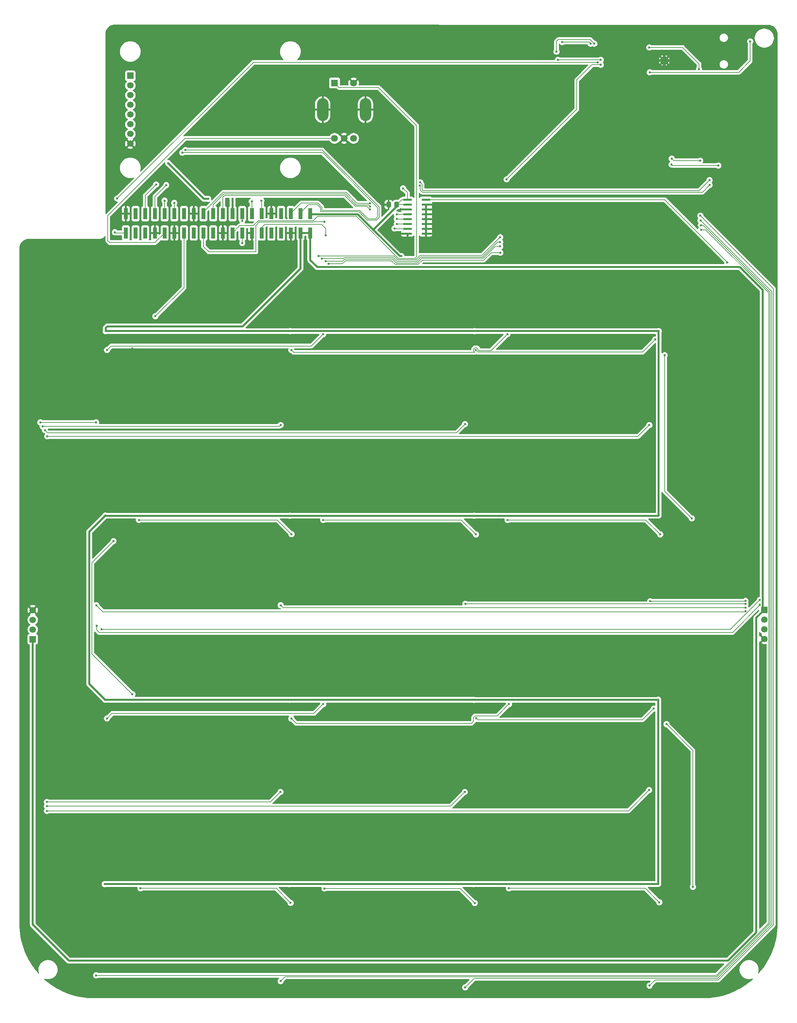
<source format=gbl>
G04 #@! TF.GenerationSoftware,KiCad,Pcbnew,9.0.1*
G04 #@! TF.CreationDate,2025-08-16T12:46:55+08:00*
G04 #@! TF.ProjectId,final version,66696e61-6c20-4766-9572-73696f6e2e6b,rev?*
G04 #@! TF.SameCoordinates,Original*
G04 #@! TF.FileFunction,Copper,L2,Bot*
G04 #@! TF.FilePolarity,Positive*
%FSLAX46Y46*%
G04 Gerber Fmt 4.6, Leading zero omitted, Abs format (unit mm)*
G04 Created by KiCad (PCBNEW 9.0.1) date 2025-08-16 12:46:55*
%MOMM*%
%LPD*%
G01*
G04 APERTURE LIST*
G04 Aperture macros list*
%AMRoundRect*
0 Rectangle with rounded corners*
0 $1 Rounding radius*
0 $2 $3 $4 $5 $6 $7 $8 $9 X,Y pos of 4 corners*
0 Add a 4 corners polygon primitive as box body*
4,1,4,$2,$3,$4,$5,$6,$7,$8,$9,$2,$3,0*
0 Add four circle primitives for the rounded corners*
1,1,$1+$1,$2,$3*
1,1,$1+$1,$4,$5*
1,1,$1+$1,$6,$7*
1,1,$1+$1,$8,$9*
0 Add four rect primitives between the rounded corners*
20,1,$1+$1,$2,$3,$4,$5,0*
20,1,$1+$1,$4,$5,$6,$7,0*
20,1,$1+$1,$6,$7,$8,$9,0*
20,1,$1+$1,$8,$9,$2,$3,0*%
G04 Aperture macros list end*
G04 #@! TA.AperFunction,ComponentPad*
%ADD10R,1.700000X1.700000*%
G04 #@! TD*
G04 #@! TA.AperFunction,ComponentPad*
%ADD11C,1.700000*%
G04 #@! TD*
G04 #@! TA.AperFunction,HeatsinkPad*
%ADD12C,0.500000*%
G04 #@! TD*
G04 #@! TA.AperFunction,HeatsinkPad*
%ADD13R,1.600000X1.600000*%
G04 #@! TD*
G04 #@! TA.AperFunction,ComponentPad*
%ADD14R,1.800000X1.800000*%
G04 #@! TD*
G04 #@! TA.AperFunction,ComponentPad*
%ADD15C,1.800000*%
G04 #@! TD*
G04 #@! TA.AperFunction,ComponentPad*
%ADD16O,3.000000X6.000000*%
G04 #@! TD*
G04 #@! TA.AperFunction,SMDPad,CuDef*
%ADD17RoundRect,0.250000X0.337500X0.475000X-0.337500X0.475000X-0.337500X-0.475000X0.337500X-0.475000X0*%
G04 #@! TD*
G04 #@! TA.AperFunction,SMDPad,CuDef*
%ADD18R,2.286000X0.558800*%
G04 #@! TD*
G04 #@! TA.AperFunction,SMDPad,CuDef*
%ADD19R,1.000000X3.000000*%
G04 #@! TD*
G04 #@! TA.AperFunction,ViaPad*
%ADD20C,0.600000*%
G04 #@! TD*
G04 #@! TA.AperFunction,Conductor*
%ADD21C,0.200000*%
G04 #@! TD*
G04 #@! TA.AperFunction,Conductor*
%ADD22C,0.500000*%
G04 #@! TD*
G04 APERTURE END LIST*
D10*
X48500000Y-225700000D03*
D11*
X48500000Y-223160000D03*
X48500000Y-220620000D03*
X48500000Y-218080000D03*
D10*
X240000000Y-218000000D03*
D11*
X240000000Y-220540000D03*
X240000000Y-223080000D03*
X240000000Y-225620000D03*
D12*
X213245000Y-73550000D03*
X213245000Y-74650000D03*
D13*
X213795000Y-74100000D03*
D12*
X214345000Y-73550000D03*
X214345000Y-74650000D03*
D14*
X127500000Y-80000000D03*
D15*
X132500000Y-80000000D03*
X127500000Y-94500000D03*
X132500000Y-94500000D03*
X130000000Y-94500000D03*
D16*
X124400000Y-87000000D03*
X135600000Y-87000000D03*
D10*
X74050000Y-78110000D03*
D11*
X74050000Y-80650000D03*
X74050000Y-83190000D03*
X74050000Y-85730000D03*
X74050000Y-88270000D03*
X74050000Y-90810000D03*
X74050000Y-93350000D03*
X74050000Y-95890000D03*
D17*
X143737500Y-111850000D03*
X141662500Y-111850000D03*
D18*
X151413000Y-110555000D03*
X151413000Y-111825000D03*
X151413000Y-113095000D03*
X151413000Y-114365000D03*
X151413000Y-115635000D03*
X151413000Y-116905000D03*
X151413000Y-118175000D03*
X151413000Y-119445000D03*
X146587000Y-119445000D03*
X146587000Y-118175000D03*
X146587000Y-116905000D03*
X146587000Y-115635000D03*
X146587000Y-114365000D03*
X146587000Y-113095000D03*
X146587000Y-111825000D03*
X146587000Y-110555000D03*
D19*
X121130000Y-114230000D03*
X121130000Y-119270000D03*
X118590000Y-114230000D03*
X118590000Y-119270000D03*
X116050000Y-114230000D03*
X116050000Y-119270000D03*
X113510000Y-114230000D03*
X113510000Y-119270000D03*
X110970000Y-114230000D03*
X110970000Y-119270000D03*
X108430000Y-114230000D03*
X108430000Y-119270000D03*
X105890000Y-114230000D03*
X105890000Y-119270000D03*
X103350000Y-114230000D03*
X103350000Y-119270000D03*
X100810000Y-114230000D03*
X100810000Y-119270000D03*
X98270000Y-114230000D03*
X98270000Y-119270000D03*
X95730000Y-114230000D03*
X95730000Y-119270000D03*
X93190000Y-114230000D03*
X93190000Y-119270000D03*
X90650000Y-114230000D03*
X90650000Y-119270000D03*
X88110000Y-114230000D03*
X88110000Y-119270000D03*
X85570000Y-114230000D03*
X85570000Y-119270000D03*
X83030000Y-114230000D03*
X83030000Y-119270000D03*
X80490000Y-114230000D03*
X80490000Y-119270000D03*
X77950000Y-114230000D03*
X77950000Y-119270000D03*
X75410000Y-114230000D03*
X75410000Y-119270000D03*
X72870000Y-114230000D03*
X72870000Y-119270000D03*
D20*
X74580000Y-197770000D03*
X74580000Y-294270000D03*
X74580000Y-246020000D03*
X130350000Y-142900000D03*
X153750000Y-120100000D03*
X219330000Y-294270000D03*
X140600000Y-143000000D03*
X122830000Y-246020000D03*
X229950000Y-104700000D03*
X216262500Y-124250000D03*
X146587000Y-113095000D03*
X122830000Y-294270000D03*
X219330000Y-246020000D03*
X207600000Y-70100000D03*
X171080000Y-294270000D03*
X122830000Y-197770000D03*
X200887500Y-78400000D03*
X221000000Y-113455000D03*
X214850000Y-124250000D03*
X207550000Y-67850000D03*
X122830000Y-149520000D03*
X171080000Y-197770000D03*
X112050000Y-235600000D03*
X177350000Y-139200000D03*
X219330000Y-197770000D03*
X216880000Y-173000000D03*
X171080000Y-149520000D03*
X177250000Y-236000000D03*
X171080000Y-246020000D03*
X219330000Y-149520000D03*
X74580000Y-149520000D03*
X146587000Y-119445000D03*
X177350000Y-224800000D03*
X114950000Y-115400000D03*
X145450000Y-107600000D03*
X83950000Y-101000000D03*
X145000000Y-125353000D03*
X146587000Y-110555000D03*
X100800000Y-110350000D03*
X94450000Y-110350000D03*
X187100000Y-69300000D03*
X194500000Y-69700000D03*
X88450000Y-97550000D03*
X143800000Y-114400000D03*
X136800000Y-111500000D03*
X225650000Y-105450000D03*
X85550000Y-111400000D03*
X149950000Y-106050000D03*
X83450000Y-106750000D03*
X103350000Y-116100000D03*
X212200000Y-241550000D03*
X67450000Y-241550000D03*
X164050000Y-193350000D03*
X115650000Y-289850000D03*
X164100000Y-145000000D03*
X115850000Y-145000000D03*
X212300000Y-193300000D03*
X67600000Y-145000000D03*
X164000000Y-241600000D03*
X212350000Y-145000000D03*
X115800000Y-193350000D03*
X212200000Y-289800000D03*
X67350000Y-289850000D03*
X67500000Y-193300000D03*
X115725000Y-241575000D03*
X163900000Y-289850000D03*
X83000000Y-110800000D03*
X225670000Y-106720000D03*
X149850000Y-106850000D03*
X143200000Y-118100000D03*
X124850000Y-116350000D03*
X87650000Y-98250000D03*
X136763782Y-113160841D03*
X143800000Y-116900000D03*
X143800000Y-115600000D03*
X136775735Y-112324265D03*
X108350000Y-110800000D03*
X195500000Y-69700000D03*
X185600000Y-71800000D03*
X105850000Y-111000000D03*
X65100000Y-168900000D03*
X50500000Y-168900000D03*
X235050000Y-218350000D03*
X65150000Y-216800000D03*
X51100000Y-169950000D03*
X113400000Y-169600000D03*
X113400000Y-216800000D03*
X235050000Y-217450000D03*
X161650000Y-169350000D03*
X51700000Y-170950000D03*
X161750000Y-216450000D03*
X235050000Y-216450000D03*
X52300000Y-172550000D03*
X209900000Y-169600000D03*
X235050000Y-215649997D03*
X210150000Y-215750000D03*
X170900000Y-124450000D03*
X125950000Y-127350000D03*
X223450000Y-118450000D03*
X65100000Y-313750000D03*
X113350000Y-265700000D03*
X170850000Y-122800000D03*
X125150000Y-126700000D03*
X52200000Y-268350000D03*
X223400000Y-117250000D03*
X113400000Y-315250000D03*
X52200000Y-269450000D03*
X161600000Y-265700000D03*
X170850000Y-121650000D03*
X124150000Y-126000000D03*
X223295000Y-115995000D03*
X161700000Y-316900000D03*
X209850000Y-265200000D03*
X52200000Y-270650000D03*
X123350000Y-125353000D03*
X170850000Y-120400000D03*
X209950000Y-316450000D03*
X223250000Y-114750000D03*
X230300000Y-127050000D03*
X103350000Y-121900000D03*
X172550000Y-105250000D03*
X197175000Y-75225000D03*
X125200000Y-119900000D03*
X67950000Y-149950000D03*
X124475000Y-145825000D03*
X113510000Y-119270000D03*
X215700000Y-101350000D03*
X227950000Y-101640000D03*
X80800000Y-106600000D03*
X185975000Y-73925000D03*
X197175000Y-73925000D03*
X70000000Y-119100000D03*
X196400000Y-74575000D03*
X70623265Y-110251000D03*
X210000000Y-77200000D03*
X236300000Y-69100000D03*
X222900000Y-76400000D03*
X209900000Y-70700000D03*
X80600000Y-141100000D03*
X116200000Y-149950000D03*
X172750000Y-145800000D03*
X211450000Y-147200000D03*
X164500000Y-149950000D03*
X213900000Y-151300000D03*
X221000000Y-194050000D03*
X172800000Y-194450000D03*
X212750000Y-198250000D03*
X164500000Y-198250000D03*
X124550000Y-194450000D03*
X116250000Y-198200000D03*
X76300000Y-194450000D03*
X69650000Y-200000000D03*
X74600000Y-240100000D03*
X124550000Y-242700000D03*
X67950000Y-246450000D03*
X116200000Y-246500000D03*
X173150000Y-242700000D03*
X211050000Y-243850000D03*
X164525000Y-246375000D03*
X214400000Y-247950000D03*
X221300000Y-290550000D03*
X212525000Y-294625000D03*
X173150000Y-290950000D03*
X124850000Y-291000000D03*
X164200000Y-294800000D03*
X116000000Y-294750000D03*
X76700000Y-290950000D03*
X110970000Y-119270000D03*
X223225600Y-100370000D03*
X215750000Y-99800000D03*
X66550000Y-223100000D03*
X238850000Y-215398528D03*
X238849999Y-216675867D03*
X65250000Y-222150000D03*
D21*
X145060000Y-110555000D02*
X146587000Y-110555000D01*
D22*
X145000000Y-125353000D02*
X144553000Y-125353000D01*
D21*
X143632700Y-111815000D02*
X143800000Y-111815000D01*
D22*
X121265000Y-114365000D02*
X121130000Y-114230000D01*
X144553000Y-125353000D02*
X137625000Y-118425000D01*
D21*
X146587000Y-110555000D02*
X146587000Y-108737000D01*
X143800000Y-111815000D02*
X145060000Y-110555000D01*
D22*
X93300000Y-110350000D02*
X94450000Y-110350000D01*
X143632700Y-112417300D02*
X137625000Y-118425000D01*
D21*
X146587000Y-108737000D02*
X145450000Y-107600000D01*
D22*
X100800000Y-111200000D02*
X100810000Y-111210000D01*
D21*
X143632700Y-111815000D02*
X146577000Y-111815000D01*
D22*
X100800000Y-110350000D02*
X100800000Y-111200000D01*
X137625000Y-118425000D02*
X133565000Y-114365000D01*
X143632700Y-111815000D02*
X143632700Y-112417300D01*
X133565000Y-114365000D02*
X121265000Y-114365000D01*
X100810000Y-111210000D02*
X100810000Y-114230000D01*
D21*
X146577000Y-111815000D02*
X146587000Y-111825000D01*
D22*
X83950000Y-101000000D02*
X93300000Y-110350000D01*
D21*
X194100000Y-69300000D02*
X187100000Y-69300000D01*
X194500000Y-69700000D02*
X194100000Y-69300000D01*
X138466100Y-115950000D02*
X136082900Y-115950000D01*
X124267043Y-97550000D02*
X139150000Y-112432957D01*
X123799000Y-112699000D02*
X122951000Y-111851000D01*
X136082900Y-115950000D02*
X133882900Y-113750000D01*
X133882900Y-113750000D02*
X123800000Y-113750000D01*
X88450000Y-97550000D02*
X124267043Y-97550000D01*
X120699000Y-111851000D02*
X118590000Y-113960000D01*
X123800000Y-113750000D02*
X123800000Y-113516100D01*
X122951000Y-111851000D02*
X120699000Y-111851000D01*
X123800000Y-113516100D02*
X123799000Y-113515100D01*
X118590000Y-113960000D02*
X118590000Y-114230000D01*
X123799000Y-113515100D02*
X123799000Y-112699000D01*
X139150000Y-115266100D02*
X138466100Y-115950000D01*
X139150000Y-112432957D02*
X139150000Y-115266100D01*
X136236141Y-111499000D02*
X136235141Y-111498000D01*
X136518570Y-111500000D02*
X136517570Y-111499000D01*
X93190000Y-113810000D02*
X93190000Y-114230000D01*
X143835000Y-114365000D02*
X146587000Y-114365000D01*
X133332200Y-111498000D02*
X130484200Y-108650000D01*
X130484200Y-108650000D02*
X98350000Y-108650000D01*
X143800000Y-114400000D02*
X143835000Y-114365000D01*
X136800000Y-111500000D02*
X136518570Y-111500000D01*
X98350000Y-108650000D02*
X93190000Y-113810000D01*
X136235141Y-111498000D02*
X133332200Y-111498000D01*
X136517570Y-111499000D02*
X136236141Y-111499000D01*
X150653000Y-108201000D02*
X222899000Y-108201000D01*
X85570000Y-111420000D02*
X85570000Y-114230000D01*
X150450000Y-107998000D02*
X150653000Y-108201000D01*
X222899000Y-108201000D02*
X225650000Y-105450000D01*
X150450000Y-106550000D02*
X150450000Y-107998000D01*
X149950000Y-106050000D02*
X150450000Y-106550000D01*
X85550000Y-111400000D02*
X85570000Y-111420000D01*
X68150000Y-121300000D02*
X68651000Y-121801000D01*
X88367100Y-94500000D02*
X72215100Y-110652000D01*
X68150000Y-114700000D02*
X68150000Y-121300000D01*
X72198000Y-110652000D02*
X68150000Y-114700000D01*
X80499000Y-121801000D02*
X83030000Y-119270000D01*
X127500000Y-94500000D02*
X88367100Y-94500000D01*
X68651000Y-121801000D02*
X80499000Y-121801000D01*
X72215100Y-110652000D02*
X72198000Y-110652000D01*
X80490000Y-109710000D02*
X80490000Y-114230000D01*
X83450000Y-106750000D02*
X80490000Y-109710000D01*
X103350000Y-116100000D02*
X103350000Y-114230000D01*
D22*
X67500000Y-193300000D02*
X63300000Y-197500000D01*
X163900000Y-289850000D02*
X115650000Y-289850000D01*
X68000000Y-143750000D02*
X67600000Y-144150000D01*
X212150000Y-241600000D02*
X212200000Y-241550000D01*
X115725000Y-241575000D02*
X163975000Y-241575000D01*
X164050000Y-193350000D02*
X115800000Y-193350000D01*
X121130000Y-126380000D02*
X122950000Y-128200000D01*
X164100000Y-145000000D02*
X212350000Y-145000000D01*
X163950000Y-289800000D02*
X163900000Y-289850000D01*
X212200000Y-289800000D02*
X163950000Y-289800000D01*
X239600000Y-217600000D02*
X240000000Y-218000000D01*
X63300000Y-237400000D02*
X67450000Y-241550000D01*
X67600000Y-145000000D02*
X115850000Y-145000000D01*
X212350000Y-193250000D02*
X212300000Y-193300000D01*
X212300000Y-193300000D02*
X212250000Y-193350000D01*
X67600000Y-144150000D02*
X67600000Y-145000000D01*
X212200000Y-241550000D02*
X212200000Y-289800000D01*
X239600000Y-134200000D02*
X239600000Y-217600000D01*
X48500000Y-225700000D02*
X48500000Y-300450000D01*
X212350000Y-145000000D02*
X212350000Y-193250000D01*
X163975000Y-241575000D02*
X164000000Y-241600000D01*
X230500000Y-309900000D02*
X237900000Y-302500000D01*
X115700000Y-241550000D02*
X115725000Y-241575000D01*
X67350000Y-289850000D02*
X115650000Y-289850000D01*
X118590000Y-119270000D02*
X121130000Y-119270000D01*
X115800000Y-193350000D02*
X67550000Y-193350000D01*
X57950000Y-309900000D02*
X230500000Y-309900000D01*
X233600000Y-128200000D02*
X239600000Y-134200000D01*
X237900000Y-302500000D02*
X237900000Y-220100000D01*
X164000000Y-241600000D02*
X212150000Y-241600000D01*
X63300000Y-197500000D02*
X63300000Y-237400000D01*
X121130000Y-119270000D02*
X121130000Y-126380000D01*
X118590000Y-119270000D02*
X118590000Y-128610000D01*
X212250000Y-193350000D02*
X164050000Y-193350000D01*
X48500000Y-300450000D02*
X57950000Y-309900000D01*
X177350000Y-128200000D02*
X233600000Y-128200000D01*
X122950000Y-128200000D02*
X177350000Y-128200000D01*
X237900000Y-220100000D02*
X240000000Y-218000000D01*
X67550000Y-193350000D02*
X67500000Y-193300000D01*
X115850000Y-145000000D02*
X164100000Y-145000000D01*
X103450000Y-143750000D02*
X68000000Y-143750000D01*
X67450000Y-241550000D02*
X115700000Y-241550000D01*
X118590000Y-128610000D02*
X103450000Y-143750000D01*
D21*
X83030000Y-110830000D02*
X83030000Y-114230000D01*
X83000000Y-110800000D02*
X83030000Y-110830000D01*
X223788000Y-108602000D02*
X150486900Y-108602000D01*
X149900000Y-106900000D02*
X149850000Y-106850000D01*
X150486900Y-108602000D02*
X149900000Y-108015100D01*
X225670000Y-106720000D02*
X223788000Y-108602000D01*
X149900000Y-108015100D02*
X149900000Y-106900000D01*
X94600000Y-124250000D02*
X93190000Y-122840000D01*
X93190000Y-122840000D02*
X93190000Y-119270000D01*
X124850000Y-116350000D02*
X122179100Y-116350000D01*
X122179100Y-116350000D02*
X122078100Y-116451000D01*
X143275000Y-118175000D02*
X146587000Y-118175000D01*
X107781900Y-116451000D02*
X106899000Y-117333900D01*
X143200000Y-118100000D02*
X143275000Y-118175000D01*
X106899000Y-117333900D02*
X106899000Y-124250000D01*
X106899000Y-124250000D02*
X94600000Y-124250000D01*
X122078100Y-116451000D02*
X107781900Y-116451000D01*
X149000000Y-91200000D02*
X139001000Y-81201000D01*
X133216000Y-114916000D02*
X144254000Y-125954000D01*
X139001000Y-81201000D02*
X128701000Y-81201000D01*
X107615800Y-116050000D02*
X121912000Y-116050000D01*
X106265800Y-117400000D02*
X107615800Y-116050000D01*
X144254000Y-125954000D02*
X148546000Y-125954000D01*
X121912000Y-116050000D02*
X123046000Y-114916000D01*
X106265800Y-117400000D02*
X102680000Y-117400000D01*
X148546000Y-125954000D02*
X149000000Y-125500000D01*
X123046000Y-114916000D02*
X133216000Y-114916000D01*
X149000000Y-125500000D02*
X149000000Y-91200000D01*
X102680000Y-117400000D02*
X100810000Y-119270000D01*
X128701000Y-81201000D02*
X127500000Y-80000000D01*
X106264800Y-117401000D02*
X106265800Y-117400000D01*
X138749000Y-115100000D02*
X138749000Y-112599057D01*
X116050000Y-114168000D02*
X118768000Y-111450000D01*
X138300000Y-115549000D02*
X138749000Y-115100000D01*
X138749000Y-112599057D02*
X124399943Y-98250000D01*
X116050000Y-114230000D02*
X116050000Y-114168000D01*
X134050000Y-113349000D02*
X136250000Y-115549000D01*
X124200000Y-112532900D02*
X124200000Y-113349000D01*
X123117100Y-111450000D02*
X124200000Y-112532900D01*
X118768000Y-111450000D02*
X123117100Y-111450000D01*
X124200000Y-113349000D02*
X134050000Y-113349000D01*
X136250000Y-115549000D02*
X138300000Y-115549000D01*
X124399943Y-98250000D02*
X87650000Y-98250000D01*
X136174735Y-112571794D02*
X135902941Y-112300000D01*
X98270000Y-109897100D02*
X98270000Y-114230000D01*
X136526792Y-112925265D02*
X136174735Y-112573208D01*
X98715100Y-109452000D02*
X98270000Y-109897100D01*
X136174735Y-112573208D02*
X136174735Y-112571794D01*
X136528206Y-112925265D02*
X136526792Y-112925265D01*
X135902941Y-112300000D02*
X133000000Y-112300000D01*
X136763782Y-113160841D02*
X136528206Y-112925265D01*
X133000000Y-112300000D02*
X130152000Y-109452000D01*
X143800000Y-116900000D02*
X143805000Y-116905000D01*
X143805000Y-116905000D02*
X146587000Y-116905000D01*
X130152000Y-109452000D02*
X98715100Y-109452000D01*
X98549000Y-109051000D02*
X95730000Y-111870000D01*
X136552470Y-112101000D02*
X136551057Y-112101000D01*
X136551057Y-112101000D02*
X136350057Y-111900000D01*
X130318100Y-109051000D02*
X100331900Y-109051000D01*
X136350057Y-111900000D02*
X136070041Y-111900000D01*
X136070041Y-111900000D02*
X136069041Y-111899000D01*
X136069041Y-111899000D02*
X133166100Y-111899000D01*
X95730000Y-111870000D02*
X95730000Y-114230000D01*
X136775735Y-112324265D02*
X136552470Y-112101000D01*
X133166100Y-111899000D02*
X130318100Y-109051000D01*
X143835000Y-115635000D02*
X146587000Y-115635000D01*
X100331900Y-109051000D02*
X98549000Y-109051000D01*
X143800000Y-115600000D02*
X143835000Y-115635000D01*
X108430000Y-114230000D02*
X108430000Y-110880000D01*
X108430000Y-110880000D02*
X108350000Y-110800000D01*
X194400000Y-68600000D02*
X186100000Y-68600000D01*
X185600000Y-69100000D02*
X185600000Y-71800000D01*
X195500000Y-69700000D02*
X194400000Y-68600000D01*
X186100000Y-68600000D02*
X185600000Y-69100000D01*
X105890000Y-114230000D02*
X105890000Y-111040000D01*
X105890000Y-111040000D02*
X105850000Y-111000000D01*
X50500000Y-168900000D02*
X65100000Y-168900000D01*
X235050000Y-218350000D02*
X234900000Y-218500000D01*
X234900000Y-218500000D02*
X66850000Y-218500000D01*
X66850000Y-218500000D02*
X65150000Y-216800000D01*
X113050000Y-169950000D02*
X113400000Y-169600000D01*
X51100000Y-169950000D02*
X113050000Y-169950000D01*
X235050000Y-217450000D02*
X114050000Y-217450000D01*
X114050000Y-217450000D02*
X113400000Y-216800000D01*
X51700000Y-170950000D02*
X52350000Y-171600000D01*
X52350000Y-171600000D02*
X159400000Y-171600000D01*
X159400000Y-171600000D02*
X161650000Y-169350000D01*
X235050000Y-216450000D02*
X161750000Y-216450000D01*
X206900000Y-172600000D02*
X209900000Y-169600000D01*
X52300000Y-172550000D02*
X52350000Y-172600000D01*
X52350000Y-172600000D02*
X206900000Y-172600000D01*
X235050000Y-215649997D02*
X234949997Y-215750000D01*
X234949997Y-215750000D02*
X210150000Y-215750000D01*
X143358000Y-127558000D02*
X142356000Y-126556000D01*
X129534200Y-127350000D02*
X125950000Y-127350000D01*
X166598300Y-126353000D02*
X166597000Y-126353000D01*
X150500000Y-126400000D02*
X149342000Y-127558000D01*
X142356000Y-126556000D02*
X130328200Y-126556000D01*
X166550000Y-126400000D02*
X150500000Y-126400000D01*
X149342000Y-127558000D02*
X143358000Y-127558000D01*
X130328200Y-126556000D02*
X129534200Y-127350000D01*
X125950000Y-127350000D02*
X125948000Y-127350000D01*
X168501300Y-124450000D02*
X166598300Y-126353000D01*
X166597000Y-126353000D02*
X166550000Y-126400000D01*
X170900000Y-124450000D02*
X168501300Y-124450000D01*
X241151000Y-300028232D02*
X227429232Y-313750000D01*
X241151000Y-134971768D02*
X241151000Y-300028232D01*
X223450000Y-118450000D02*
X224629232Y-118450000D01*
X224629232Y-118450000D02*
X241151000Y-134971768D01*
X227429232Y-313750000D02*
X65100000Y-313750000D01*
X166432200Y-125952000D02*
X150300000Y-125952000D01*
X150300000Y-125952000D02*
X149095000Y-127157000D01*
X110700000Y-268350000D02*
X113350000Y-265700000D01*
X52200000Y-268350000D02*
X110700000Y-268350000D01*
X170850000Y-122800000D02*
X169584200Y-122800000D01*
X169584200Y-122800000D02*
X166432200Y-125952000D01*
X143752000Y-127157000D02*
X142750000Y-126155000D01*
X129617100Y-126700000D02*
X125150000Y-126700000D01*
X142750000Y-126155000D02*
X130162100Y-126155000D01*
X130162100Y-126155000D02*
X129617100Y-126700000D01*
X149095000Y-127157000D02*
X143752000Y-127157000D01*
X227595332Y-314151000D02*
X114499000Y-314151000D01*
X223996332Y-117250000D02*
X241552000Y-134805668D01*
X223400000Y-117250000D02*
X223996332Y-117250000D01*
X241552000Y-300194332D02*
X227595332Y-314151000D01*
X241552000Y-134805668D02*
X241552000Y-300194332D01*
X114499000Y-314151000D02*
X113400000Y-315250000D01*
X129750000Y-126000000D02*
X129996000Y-125754000D01*
X157850000Y-269450000D02*
X161600000Y-265700000D01*
X129996000Y-125754000D02*
X142919800Y-125754000D01*
X142919800Y-125754000D02*
X143921800Y-126756000D01*
X150083200Y-125551000D02*
X166266100Y-125551000D01*
X170167100Y-121650000D02*
X170850000Y-121650000D01*
X52200000Y-269450000D02*
X157850000Y-269450000D01*
X148878200Y-126756000D02*
X150083200Y-125551000D01*
X166266100Y-125551000D02*
X170167100Y-121650000D01*
X143921800Y-126756000D02*
X148878200Y-126756000D01*
X124150000Y-126000000D02*
X129750000Y-126000000D01*
X227761432Y-314552000D02*
X164048000Y-314552000D01*
X164048000Y-314552000D02*
X161700000Y-316900000D01*
X223308432Y-115995000D02*
X241953000Y-134639568D01*
X241953000Y-134639568D02*
X241953000Y-300360432D01*
X241953000Y-300360432D02*
X227761432Y-314552000D01*
X223295000Y-115995000D02*
X223308432Y-115995000D01*
X144087900Y-126355000D02*
X148712100Y-126355000D01*
X123350000Y-125353000D02*
X143085900Y-125353000D01*
X143085900Y-125353000D02*
X144087900Y-126355000D01*
X149917100Y-125150000D02*
X166100000Y-125150000D01*
X204400000Y-270650000D02*
X209850000Y-265200000D01*
X148712100Y-126355000D02*
X149917100Y-125150000D01*
X52200000Y-270650000D02*
X204400000Y-270650000D01*
X166100000Y-125150000D02*
X170850000Y-120400000D01*
X211447000Y-314953000D02*
X209950000Y-316450000D01*
X242354000Y-133854000D02*
X242354000Y-300526532D01*
X227927532Y-314953000D02*
X211447000Y-314953000D01*
X223250000Y-114750000D02*
X242354000Y-133854000D01*
X242354000Y-300526532D02*
X227927532Y-314953000D01*
X213905000Y-110555000D02*
X230300000Y-126950000D01*
X151413000Y-110555000D02*
X213905000Y-110555000D01*
X230300000Y-126950000D02*
X230300000Y-127050000D01*
X103350000Y-121900000D02*
X103350000Y-119270000D01*
X108430000Y-117870000D02*
X108430000Y-119270000D01*
X194875000Y-75225000D02*
X197175000Y-75225000D01*
X172550000Y-105250000D02*
X190900000Y-86900000D01*
X125200000Y-118150000D02*
X124050000Y-117000000D01*
X190900000Y-86900000D02*
X190900000Y-79200000D01*
X124050000Y-117000000D02*
X109300000Y-117000000D01*
X109300000Y-117000000D02*
X108430000Y-117870000D01*
X190900000Y-79200000D02*
X194875000Y-75225000D01*
X125200000Y-119900000D02*
X125200000Y-118150000D01*
X69000000Y-148900000D02*
X67950000Y-149950000D01*
X121400000Y-148900000D02*
X69000000Y-148900000D01*
X124475000Y-145825000D02*
X121400000Y-148900000D01*
X227950000Y-101640000D02*
X215990000Y-101640000D01*
X215990000Y-101640000D02*
X215700000Y-101350000D01*
X80800000Y-106600000D02*
X77950000Y-109450000D01*
X77950000Y-109450000D02*
X77950000Y-114230000D01*
X185975000Y-73925000D02*
X197175000Y-73925000D01*
X106299265Y-74575000D02*
X196400000Y-74575000D01*
X70170000Y-119270000D02*
X70000000Y-119100000D01*
X70623265Y-110251000D02*
X106299265Y-74575000D01*
X72870000Y-119270000D02*
X70170000Y-119270000D01*
X236300000Y-74200000D02*
X236300000Y-69100000D01*
X233300000Y-77200000D02*
X236300000Y-74200000D01*
X210000000Y-77200000D02*
X233300000Y-77200000D01*
X218600000Y-70700000D02*
X222900000Y-75000000D01*
X209900000Y-70700000D02*
X218600000Y-70700000D01*
X222900000Y-75000000D02*
X222900000Y-76400000D01*
X80600000Y-141100000D02*
X88110000Y-133590000D01*
X88110000Y-133590000D02*
X88110000Y-119270000D01*
X165216100Y-150099000D02*
X165101000Y-149983900D01*
X165101000Y-149983900D02*
X165101000Y-149701057D01*
X163899000Y-149701057D02*
X163899000Y-150198943D01*
X163899000Y-150198943D02*
X164250057Y-150550000D01*
X172750000Y-145800000D02*
X168451000Y-150099000D01*
X168451000Y-150099000D02*
X165216100Y-150099000D01*
X116800000Y-150550000D02*
X116200000Y-149950000D01*
X165101000Y-149701057D02*
X164748943Y-149349000D01*
X164250057Y-150550000D02*
X116800000Y-150550000D01*
X164748943Y-149349000D02*
X164251057Y-149349000D01*
X164251057Y-149349000D02*
X163899000Y-149701057D01*
X165050000Y-150500000D02*
X164500000Y-149950000D01*
X208150000Y-150500000D02*
X165050000Y-150500000D01*
X211450000Y-147200000D02*
X208150000Y-150500000D01*
X221000000Y-194050000D02*
X213900000Y-186950000D01*
X213900000Y-186950000D02*
X213900000Y-151300000D01*
X172800000Y-194450000D02*
X208950000Y-194450000D01*
X208950000Y-194450000D02*
X212750000Y-198250000D01*
X124550000Y-194450000D02*
X160700000Y-194450000D01*
X160700000Y-194450000D02*
X164500000Y-198250000D01*
X112500000Y-194450000D02*
X116250000Y-198200000D01*
X76300000Y-194450000D02*
X112500000Y-194450000D01*
X64000000Y-229500000D02*
X64000000Y-205650000D01*
X64000000Y-205650000D02*
X69650000Y-200000000D01*
X74600000Y-240100000D02*
X64000000Y-229500000D01*
X67950000Y-246450000D02*
X69250000Y-245150000D01*
X122100000Y-245150000D02*
X124550000Y-242700000D01*
X69250000Y-245150000D02*
X122100000Y-245150000D01*
X173150000Y-242700000D02*
X170076000Y-245774000D01*
X163924000Y-247176000D02*
X163350000Y-247750000D01*
X163924000Y-246126057D02*
X163924000Y-247176000D01*
X117450000Y-247750000D02*
X116200000Y-246500000D01*
X170076000Y-245774000D02*
X164276057Y-245774000D01*
X164276057Y-245774000D02*
X163924000Y-246126057D01*
X163350000Y-247750000D02*
X117450000Y-247750000D01*
X164950000Y-246800000D02*
X164525000Y-246375000D01*
X208100000Y-246800000D02*
X164950000Y-246800000D01*
X211050000Y-243850000D02*
X208100000Y-246800000D01*
X221300000Y-290550000D02*
X221300000Y-254850000D01*
X221300000Y-254850000D02*
X214400000Y-247950000D01*
X173150000Y-290950000D02*
X208850000Y-290950000D01*
X208850000Y-290950000D02*
X212525000Y-294625000D01*
X160400000Y-291000000D02*
X164200000Y-294800000D01*
X124850000Y-291000000D02*
X160400000Y-291000000D01*
X112200000Y-290950000D02*
X116000000Y-294750000D01*
X76700000Y-290950000D02*
X112200000Y-290950000D01*
X216320000Y-100370000D02*
X223225600Y-100370000D01*
X215750000Y-99800000D02*
X216320000Y-100370000D01*
X238850000Y-215398528D02*
X231148528Y-223100000D01*
X231148528Y-223100000D02*
X66550000Y-223100000D01*
X238849999Y-216763871D02*
X231663870Y-223950000D01*
X65900000Y-223950000D02*
X65250000Y-223300000D01*
X238849999Y-216675867D02*
X238849999Y-216763871D01*
X65250000Y-223300000D02*
X65250000Y-222150000D01*
X231663870Y-223950000D02*
X65900000Y-223950000D01*
X65250000Y-222150000D02*
X65250000Y-222000000D01*
G04 #@! TA.AperFunction,Conductor*
G36*
X240934035Y-64750480D02*
G01*
X240934108Y-64750500D01*
X240996289Y-64750500D01*
X241003736Y-64750726D01*
X241293796Y-64768271D01*
X241308657Y-64770075D01*
X241590798Y-64821780D01*
X241605335Y-64825363D01*
X241879172Y-64910695D01*
X241893163Y-64916000D01*
X242154743Y-65033727D01*
X242167989Y-65040680D01*
X242413465Y-65189075D01*
X242425776Y-65197573D01*
X242593655Y-65329097D01*
X242651573Y-65374473D01*
X242662781Y-65384403D01*
X242865596Y-65587218D01*
X242875526Y-65598426D01*
X243018520Y-65780945D01*
X243052422Y-65824217D01*
X243060926Y-65836537D01*
X243171407Y-66019295D01*
X243209316Y-66082004D01*
X243216275Y-66095263D01*
X243333997Y-66356831D01*
X243339306Y-66370832D01*
X243424635Y-66644663D01*
X243428219Y-66659201D01*
X243479923Y-66941340D01*
X243481728Y-66956205D01*
X243499274Y-67246263D01*
X243499500Y-67253750D01*
X243499500Y-300248669D01*
X243499470Y-300251374D01*
X243481000Y-301097828D01*
X243480765Y-301103233D01*
X243425475Y-301946802D01*
X243425003Y-301952192D01*
X243332973Y-302792504D01*
X243332267Y-302797867D01*
X243203668Y-303633390D01*
X243202728Y-303638718D01*
X243037811Y-304467810D01*
X243036640Y-304473092D01*
X242835715Y-305294207D01*
X242834315Y-305299433D01*
X242597760Y-306111016D01*
X242596133Y-306116176D01*
X242324405Y-306916659D01*
X242322555Y-306921742D01*
X242016174Y-307709601D01*
X242014104Y-307714600D01*
X241673632Y-308488381D01*
X241671345Y-308493284D01*
X241297466Y-309251436D01*
X241294968Y-309256235D01*
X240888362Y-309997379D01*
X240885657Y-310002064D01*
X240447114Y-310724761D01*
X240444207Y-310729324D01*
X239974554Y-311432210D01*
X239971457Y-311436632D01*
X239883434Y-311556682D01*
X239471596Y-312118356D01*
X239468303Y-312122647D01*
X238939178Y-312781925D01*
X238935700Y-312786070D01*
X238568131Y-313205201D01*
X238509129Y-313242625D01*
X238439261Y-313242209D01*
X238380708Y-313204086D01*
X238352062Y-313140358D01*
X238357861Y-313082490D01*
X238406560Y-312943318D01*
X238469055Y-312669509D01*
X238500500Y-312390425D01*
X238500500Y-312109575D01*
X238469055Y-311830491D01*
X238406560Y-311556682D01*
X238313801Y-311291592D01*
X238191945Y-311038555D01*
X238042523Y-310800752D01*
X237867416Y-310581175D01*
X237668825Y-310382584D01*
X237449248Y-310207477D01*
X237211445Y-310058055D01*
X237211442Y-310058053D01*
X236958411Y-309936200D01*
X236693329Y-309843443D01*
X236693317Y-309843439D01*
X236419512Y-309780945D01*
X236419494Y-309780942D01*
X236140431Y-309749500D01*
X236140425Y-309749500D01*
X235859575Y-309749500D01*
X235859568Y-309749500D01*
X235580505Y-309780942D01*
X235580487Y-309780945D01*
X235306682Y-309843439D01*
X235306670Y-309843443D01*
X235041588Y-309936200D01*
X234788557Y-310058053D01*
X234550753Y-310207476D01*
X234331175Y-310382583D01*
X234132583Y-310581175D01*
X233957476Y-310800753D01*
X233808053Y-311038557D01*
X233686200Y-311291588D01*
X233593443Y-311556670D01*
X233593439Y-311556682D01*
X233530945Y-311830487D01*
X233530942Y-311830505D01*
X233499500Y-312109568D01*
X233499500Y-312390431D01*
X233530942Y-312669494D01*
X233530945Y-312669512D01*
X233593439Y-312943317D01*
X233593443Y-312943329D01*
X233686200Y-313208411D01*
X233808053Y-313461442D01*
X233808055Y-313461445D01*
X233957477Y-313699248D01*
X234132584Y-313918825D01*
X234331175Y-314117416D01*
X234550752Y-314292523D01*
X234676903Y-314371789D01*
X234788557Y-314441946D01*
X234868123Y-314480263D01*
X235041592Y-314563801D01*
X235220887Y-314626539D01*
X235306670Y-314656556D01*
X235306676Y-314656558D01*
X235306682Y-314656560D01*
X235580491Y-314719055D01*
X235580497Y-314719055D01*
X235580505Y-314719057D01*
X235763784Y-314739707D01*
X235859569Y-314750499D01*
X235859572Y-314750500D01*
X235859575Y-314750500D01*
X236140428Y-314750500D01*
X236140429Y-314750499D01*
X236283055Y-314734429D01*
X236419494Y-314719057D01*
X236419499Y-314719056D01*
X236419509Y-314719055D01*
X236693318Y-314656560D01*
X236832489Y-314607861D01*
X236902265Y-314604299D01*
X236962893Y-314639028D01*
X236995120Y-314701021D01*
X236988716Y-314770596D01*
X236955201Y-314818131D01*
X236536070Y-315185700D01*
X236531925Y-315189178D01*
X235872647Y-315718303D01*
X235868356Y-315721596D01*
X235461747Y-316019735D01*
X235193381Y-316216510D01*
X235186642Y-316221451D01*
X235182210Y-316224554D01*
X234479324Y-316694207D01*
X234474761Y-316697114D01*
X233752064Y-317135657D01*
X233747379Y-317138362D01*
X233006235Y-317544968D01*
X233001436Y-317547466D01*
X232243284Y-317921345D01*
X232238381Y-317923632D01*
X231464600Y-318264104D01*
X231459601Y-318266174D01*
X230671742Y-318572555D01*
X230666659Y-318574405D01*
X229866176Y-318846133D01*
X229861016Y-318847760D01*
X229049433Y-319084315D01*
X229044207Y-319085715D01*
X228223092Y-319286640D01*
X228217810Y-319287811D01*
X227388718Y-319452728D01*
X227383390Y-319453668D01*
X226547867Y-319582267D01*
X226542504Y-319582973D01*
X225702192Y-319675003D01*
X225696802Y-319675475D01*
X224853233Y-319730765D01*
X224847828Y-319731000D01*
X224001375Y-319749470D01*
X223998670Y-319749500D01*
X64501330Y-319749500D01*
X64498625Y-319749470D01*
X63652171Y-319731000D01*
X63646766Y-319730765D01*
X62803197Y-319675475D01*
X62797807Y-319675003D01*
X61957495Y-319582973D01*
X61952132Y-319582267D01*
X61116609Y-319453668D01*
X61111281Y-319452728D01*
X60282189Y-319287811D01*
X60276907Y-319286640D01*
X59455792Y-319085715D01*
X59450566Y-319084315D01*
X58638983Y-318847760D01*
X58633823Y-318846133D01*
X57833340Y-318574405D01*
X57828257Y-318572555D01*
X57040398Y-318266174D01*
X57035399Y-318264104D01*
X56261618Y-317923632D01*
X56256715Y-317921345D01*
X55498563Y-317547466D01*
X55493764Y-317544968D01*
X54752620Y-317138362D01*
X54747935Y-317135657D01*
X54025238Y-316697114D01*
X54020675Y-316694207D01*
X54004634Y-316683489D01*
X53317780Y-316224547D01*
X53313388Y-316221473D01*
X52631638Y-315721592D01*
X52627352Y-315718303D01*
X51968074Y-315189178D01*
X51963929Y-315185700D01*
X51544798Y-314818131D01*
X51507374Y-314759129D01*
X51507790Y-314689261D01*
X51545913Y-314630708D01*
X51609641Y-314602062D01*
X51667510Y-314607861D01*
X51725665Y-314628211D01*
X51806670Y-314656556D01*
X51806676Y-314656558D01*
X51806682Y-314656560D01*
X52080491Y-314719055D01*
X52080497Y-314719055D01*
X52080505Y-314719057D01*
X52263784Y-314739707D01*
X52359569Y-314750499D01*
X52359572Y-314750500D01*
X52359575Y-314750500D01*
X52640428Y-314750500D01*
X52640429Y-314750499D01*
X52783055Y-314734429D01*
X52919494Y-314719057D01*
X52919499Y-314719056D01*
X52919509Y-314719055D01*
X53193318Y-314656560D01*
X53458408Y-314563801D01*
X53711445Y-314441945D01*
X53949248Y-314292523D01*
X54168825Y-314117416D01*
X54367416Y-313918825D01*
X54542523Y-313699248D01*
X54691945Y-313461445D01*
X54813801Y-313208408D01*
X54906560Y-312943318D01*
X54969055Y-312669509D01*
X55000500Y-312390425D01*
X55000500Y-312109575D01*
X54969055Y-311830491D01*
X54906560Y-311556682D01*
X54813801Y-311291592D01*
X54691945Y-311038555D01*
X54542523Y-310800752D01*
X54367416Y-310581175D01*
X54168825Y-310382584D01*
X53949248Y-310207477D01*
X53711445Y-310058055D01*
X53711442Y-310058053D01*
X53458411Y-309936200D01*
X53193329Y-309843443D01*
X53193317Y-309843439D01*
X52919512Y-309780945D01*
X52919494Y-309780942D01*
X52640431Y-309749500D01*
X52640425Y-309749500D01*
X52359575Y-309749500D01*
X52359568Y-309749500D01*
X52080505Y-309780942D01*
X52080487Y-309780945D01*
X51806682Y-309843439D01*
X51806670Y-309843443D01*
X51541588Y-309936200D01*
X51288557Y-310058053D01*
X51050753Y-310207476D01*
X50831175Y-310382583D01*
X50632583Y-310581175D01*
X50457476Y-310800753D01*
X50308053Y-311038557D01*
X50186200Y-311291588D01*
X50093443Y-311556670D01*
X50093439Y-311556682D01*
X50030945Y-311830487D01*
X50030942Y-311830505D01*
X49999500Y-312109568D01*
X49999500Y-312390431D01*
X50030942Y-312669494D01*
X50030945Y-312669512D01*
X50093439Y-312943317D01*
X50093443Y-312943329D01*
X50142137Y-313082487D01*
X50145699Y-313152266D01*
X50110971Y-313212893D01*
X50048977Y-313245121D01*
X49979402Y-313238716D01*
X49931868Y-313205201D01*
X49564299Y-312786070D01*
X49560821Y-312781925D01*
X49031696Y-312122647D01*
X49028403Y-312118356D01*
X48528520Y-311436602D01*
X48525458Y-311432229D01*
X48055783Y-310729311D01*
X48052885Y-310724761D01*
X48019767Y-310670185D01*
X47614338Y-310002058D01*
X47611637Y-309997379D01*
X47578072Y-309936199D01*
X47205028Y-309256230D01*
X47202533Y-309251436D01*
X46828654Y-308493284D01*
X46826367Y-308488381D01*
X46485895Y-307714600D01*
X46483825Y-307709601D01*
X46177444Y-306921742D01*
X46175594Y-306916659D01*
X45903866Y-306116176D01*
X45902239Y-306111016D01*
X45665684Y-305299433D01*
X45664284Y-305294207D01*
X45463359Y-304473092D01*
X45462188Y-304467810D01*
X45297271Y-303638718D01*
X45296331Y-303633390D01*
X45167732Y-302797867D01*
X45167026Y-302792504D01*
X45074993Y-301952165D01*
X45074526Y-301946830D01*
X45019233Y-301103212D01*
X45018999Y-301097828D01*
X45015302Y-300928410D01*
X45000530Y-300251374D01*
X45000500Y-300248669D01*
X45000500Y-168821153D01*
X49699500Y-168821153D01*
X49699500Y-168978846D01*
X49730261Y-169133489D01*
X49730264Y-169133501D01*
X49790602Y-169279172D01*
X49790609Y-169279185D01*
X49878210Y-169410288D01*
X49878213Y-169410292D01*
X49989707Y-169521786D01*
X49989711Y-169521789D01*
X50120814Y-169609390D01*
X50120818Y-169609392D01*
X50120821Y-169609394D01*
X50239987Y-169658754D01*
X50294387Y-169702592D01*
X50316453Y-169768886D01*
X50314150Y-169797503D01*
X50299500Y-169871158D01*
X50299500Y-170028846D01*
X50330261Y-170183489D01*
X50330264Y-170183501D01*
X50390602Y-170329172D01*
X50390609Y-170329185D01*
X50478210Y-170460288D01*
X50478213Y-170460292D01*
X50589707Y-170571786D01*
X50589711Y-170571789D01*
X50720814Y-170659390D01*
X50720827Y-170659397D01*
X50830796Y-170704947D01*
X50885200Y-170748787D01*
X50907265Y-170815081D01*
X50904962Y-170843698D01*
X50899500Y-170871159D01*
X50899500Y-171028846D01*
X50930261Y-171183489D01*
X50930264Y-171183501D01*
X50990602Y-171329172D01*
X50990609Y-171329185D01*
X51078210Y-171460288D01*
X51078213Y-171460292D01*
X51189707Y-171571786D01*
X51189711Y-171571789D01*
X51320814Y-171659390D01*
X51320827Y-171659397D01*
X51466498Y-171719735D01*
X51466503Y-171719737D01*
X51531147Y-171732595D01*
X51621849Y-171750638D01*
X51638605Y-171759402D01*
X51657085Y-171763423D01*
X51682123Y-171782167D01*
X51683760Y-171783023D01*
X51685339Y-171784574D01*
X51721662Y-171820897D01*
X51755147Y-171882220D01*
X51750163Y-171951912D01*
X51721662Y-171996259D01*
X51678213Y-172039707D01*
X51678210Y-172039711D01*
X51590609Y-172170814D01*
X51590602Y-172170827D01*
X51530264Y-172316498D01*
X51530261Y-172316510D01*
X51499500Y-172471153D01*
X51499500Y-172628846D01*
X51530261Y-172783489D01*
X51530264Y-172783501D01*
X51590602Y-172929172D01*
X51590609Y-172929185D01*
X51678210Y-173060288D01*
X51678213Y-173060292D01*
X51789707Y-173171786D01*
X51789711Y-173171789D01*
X51920814Y-173259390D01*
X51920827Y-173259397D01*
X52066498Y-173319735D01*
X52066503Y-173319737D01*
X52221153Y-173350499D01*
X52221156Y-173350500D01*
X52221158Y-173350500D01*
X52378844Y-173350500D01*
X52378845Y-173350499D01*
X52533497Y-173319737D01*
X52679179Y-173259394D01*
X52736044Y-173221397D01*
X52802721Y-173200520D01*
X52804935Y-173200500D01*
X206813331Y-173200500D01*
X206813347Y-173200501D01*
X206820943Y-173200501D01*
X206979054Y-173200501D01*
X206979057Y-173200501D01*
X207131785Y-173159577D01*
X207189136Y-173126465D01*
X207268716Y-173080520D01*
X207380520Y-172968716D01*
X207380520Y-172968714D01*
X207390724Y-172958511D01*
X207390727Y-172958506D01*
X209914664Y-170434571D01*
X209975985Y-170401088D01*
X209978152Y-170400637D01*
X209978841Y-170400500D01*
X209978842Y-170400500D01*
X210133497Y-170369737D01*
X210279179Y-170309394D01*
X210410289Y-170221789D01*
X210521789Y-170110289D01*
X210609394Y-169979179D01*
X210669737Y-169833497D01*
X210700500Y-169678842D01*
X210700500Y-169521158D01*
X210700500Y-169521155D01*
X210700499Y-169521153D01*
X210678447Y-169410292D01*
X210669737Y-169366503D01*
X210662694Y-169349500D01*
X210609397Y-169220827D01*
X210609390Y-169220814D01*
X210521789Y-169089711D01*
X210521786Y-169089707D01*
X210410292Y-168978213D01*
X210410288Y-168978210D01*
X210279185Y-168890609D01*
X210279172Y-168890602D01*
X210133501Y-168830264D01*
X210133489Y-168830261D01*
X209978845Y-168799500D01*
X209978842Y-168799500D01*
X209821158Y-168799500D01*
X209821155Y-168799500D01*
X209666510Y-168830261D01*
X209666498Y-168830264D01*
X209520827Y-168890602D01*
X209520814Y-168890609D01*
X209389711Y-168978210D01*
X209389707Y-168978213D01*
X209278213Y-169089707D01*
X209278210Y-169089711D01*
X209190609Y-169220814D01*
X209190602Y-169220827D01*
X209130264Y-169366498D01*
X209130261Y-169366508D01*
X209099362Y-169521848D01*
X209066977Y-169583759D01*
X209065426Y-169585337D01*
X206687584Y-171963181D01*
X206626261Y-171996666D01*
X206599903Y-171999500D01*
X160149096Y-171999500D01*
X160082057Y-171979815D01*
X160036302Y-171927011D01*
X160026358Y-171857853D01*
X160055383Y-171794297D01*
X160061415Y-171787819D01*
X160277448Y-171571786D01*
X161664664Y-170184571D01*
X161725985Y-170151088D01*
X161728152Y-170150637D01*
X161728841Y-170150500D01*
X161728842Y-170150500D01*
X161883497Y-170119737D01*
X162029179Y-170059394D01*
X162160289Y-169971789D01*
X162271789Y-169860289D01*
X162359394Y-169729179D01*
X162419737Y-169583497D01*
X162450500Y-169428842D01*
X162450500Y-169271158D01*
X162450500Y-169271155D01*
X162450499Y-169271153D01*
X162423117Y-169133497D01*
X162419737Y-169116503D01*
X162419735Y-169116498D01*
X162359397Y-168970827D01*
X162359390Y-168970814D01*
X162271789Y-168839711D01*
X162271786Y-168839707D01*
X162160292Y-168728213D01*
X162160288Y-168728210D01*
X162029185Y-168640609D01*
X162029172Y-168640602D01*
X161883501Y-168580264D01*
X161883489Y-168580261D01*
X161728845Y-168549500D01*
X161728842Y-168549500D01*
X161571158Y-168549500D01*
X161571155Y-168549500D01*
X161416510Y-168580261D01*
X161416498Y-168580264D01*
X161270827Y-168640602D01*
X161270814Y-168640609D01*
X161139711Y-168728210D01*
X161139707Y-168728213D01*
X161028213Y-168839707D01*
X161028210Y-168839711D01*
X160940609Y-168970814D01*
X160940602Y-168970827D01*
X160880264Y-169116498D01*
X160880261Y-169116508D01*
X160849362Y-169271848D01*
X160816977Y-169333759D01*
X160815426Y-169335337D01*
X159187584Y-170963181D01*
X159126261Y-170996666D01*
X159099903Y-170999500D01*
X52650097Y-170999500D01*
X52620656Y-170990855D01*
X52590670Y-170984332D01*
X52585654Y-170980577D01*
X52583058Y-170979815D01*
X52562416Y-170963181D01*
X52534574Y-170935339D01*
X52501089Y-170874016D01*
X52500638Y-170871849D01*
X52469738Y-170716510D01*
X52469737Y-170716503D01*
X52469732Y-170716492D01*
X52467969Y-170710676D01*
X52470720Y-170709841D01*
X52464497Y-170652641D01*
X52495691Y-170590122D01*
X52555734Y-170554392D01*
X52586555Y-170550500D01*
X112963331Y-170550500D01*
X112963347Y-170550501D01*
X112970943Y-170550501D01*
X113129054Y-170550501D01*
X113129057Y-170550501D01*
X113281785Y-170509577D01*
X113351233Y-170469481D01*
X113418716Y-170430520D01*
X113425042Y-170424193D01*
X113437547Y-170416530D01*
X113457665Y-170411086D01*
X113475949Y-170401096D01*
X113478152Y-170400637D01*
X113478841Y-170400500D01*
X113478842Y-170400500D01*
X113633497Y-170369737D01*
X113779179Y-170309394D01*
X113910289Y-170221789D01*
X114021789Y-170110289D01*
X114109394Y-169979179D01*
X114169737Y-169833497D01*
X114200500Y-169678842D01*
X114200500Y-169521158D01*
X114200500Y-169521155D01*
X114200499Y-169521153D01*
X114178447Y-169410292D01*
X114169737Y-169366503D01*
X114162694Y-169349500D01*
X114109397Y-169220827D01*
X114109390Y-169220814D01*
X114021789Y-169089711D01*
X114021786Y-169089707D01*
X113910292Y-168978213D01*
X113910288Y-168978210D01*
X113779185Y-168890609D01*
X113779172Y-168890602D01*
X113633501Y-168830264D01*
X113633489Y-168830261D01*
X113478845Y-168799500D01*
X113478842Y-168799500D01*
X113321158Y-168799500D01*
X113321155Y-168799500D01*
X113166510Y-168830261D01*
X113166498Y-168830264D01*
X113020827Y-168890602D01*
X113020814Y-168890609D01*
X112889711Y-168978210D01*
X112889707Y-168978213D01*
X112778213Y-169089707D01*
X112778210Y-169089711D01*
X112690607Y-169220817D01*
X112690606Y-169220820D01*
X112669013Y-169272952D01*
X112625173Y-169327356D01*
X112558879Y-169349421D01*
X112554452Y-169349500D01*
X65965845Y-169349500D01*
X65898806Y-169329815D01*
X65853051Y-169277011D01*
X65843107Y-169207853D01*
X65851284Y-169178048D01*
X65869735Y-169133501D01*
X65869737Y-169133497D01*
X65900500Y-168978842D01*
X65900500Y-168821158D01*
X65900500Y-168821155D01*
X65900499Y-168821153D01*
X65882012Y-168728213D01*
X65869737Y-168666503D01*
X65869735Y-168666498D01*
X65809397Y-168520827D01*
X65809390Y-168520814D01*
X65721789Y-168389711D01*
X65721786Y-168389707D01*
X65610292Y-168278213D01*
X65610288Y-168278210D01*
X65479185Y-168190609D01*
X65479172Y-168190602D01*
X65333501Y-168130264D01*
X65333489Y-168130261D01*
X65178845Y-168099500D01*
X65178842Y-168099500D01*
X65021158Y-168099500D01*
X65021155Y-168099500D01*
X64866510Y-168130261D01*
X64866498Y-168130264D01*
X64720827Y-168190602D01*
X64720814Y-168190609D01*
X64589125Y-168278602D01*
X64522447Y-168299480D01*
X64520234Y-168299500D01*
X51079766Y-168299500D01*
X51012727Y-168279815D01*
X51010875Y-168278602D01*
X50879185Y-168190609D01*
X50879172Y-168190602D01*
X50733501Y-168130264D01*
X50733489Y-168130261D01*
X50578845Y-168099500D01*
X50578842Y-168099500D01*
X50421158Y-168099500D01*
X50421155Y-168099500D01*
X50266510Y-168130261D01*
X50266498Y-168130264D01*
X50120827Y-168190602D01*
X50120814Y-168190609D01*
X49989711Y-168278210D01*
X49989707Y-168278213D01*
X49878213Y-168389707D01*
X49878210Y-168389711D01*
X49790609Y-168520814D01*
X49790602Y-168520827D01*
X49730264Y-168666498D01*
X49730261Y-168666510D01*
X49699500Y-168821153D01*
X45000500Y-168821153D01*
X45000500Y-141021153D01*
X79799500Y-141021153D01*
X79799500Y-141178846D01*
X79830261Y-141333489D01*
X79830264Y-141333501D01*
X79890602Y-141479172D01*
X79890609Y-141479185D01*
X79978210Y-141610288D01*
X79978213Y-141610292D01*
X80089707Y-141721786D01*
X80089711Y-141721789D01*
X80220814Y-141809390D01*
X80220827Y-141809397D01*
X80366498Y-141869735D01*
X80366503Y-141869737D01*
X80521153Y-141900499D01*
X80521156Y-141900500D01*
X80521158Y-141900500D01*
X80678844Y-141900500D01*
X80678845Y-141900499D01*
X80833497Y-141869737D01*
X80979179Y-141809394D01*
X81110289Y-141721789D01*
X81221789Y-141610289D01*
X81309394Y-141479179D01*
X81369737Y-141333497D01*
X81389113Y-141236085D01*
X81400638Y-141178150D01*
X81433023Y-141116239D01*
X81434518Y-141114716D01*
X88468506Y-134080727D01*
X88468511Y-134080724D01*
X88478714Y-134070520D01*
X88478716Y-134070520D01*
X88590520Y-133958716D01*
X88656459Y-133844505D01*
X88669577Y-133821785D01*
X88710501Y-133669057D01*
X88710501Y-133510943D01*
X88710501Y-133503348D01*
X88710500Y-133503330D01*
X88710500Y-121352790D01*
X88730185Y-121285751D01*
X88782989Y-121239996D01*
X88791146Y-121236616D01*
X88852331Y-121213796D01*
X88967546Y-121127546D01*
X89053796Y-121012331D01*
X89104091Y-120877483D01*
X89110500Y-120817873D01*
X89110499Y-117722135D01*
X89649500Y-117722135D01*
X89649500Y-120817870D01*
X89649501Y-120817876D01*
X89655908Y-120877483D01*
X89706202Y-121012328D01*
X89706206Y-121012335D01*
X89792452Y-121127544D01*
X89792455Y-121127547D01*
X89907664Y-121213793D01*
X89907671Y-121213797D01*
X90042517Y-121264091D01*
X90042516Y-121264091D01*
X90049444Y-121264835D01*
X90102127Y-121270500D01*
X91197872Y-121270499D01*
X91257483Y-121264091D01*
X91392331Y-121213796D01*
X91507546Y-121127546D01*
X91593796Y-121012331D01*
X91644091Y-120877483D01*
X91650500Y-120817873D01*
X91650499Y-117722128D01*
X91644091Y-117662517D01*
X91642205Y-117657461D01*
X91593797Y-117527671D01*
X91593793Y-117527664D01*
X91507547Y-117412455D01*
X91507544Y-117412452D01*
X91392335Y-117326206D01*
X91392328Y-117326202D01*
X91257482Y-117275908D01*
X91257483Y-117275908D01*
X91197883Y-117269501D01*
X91197881Y-117269500D01*
X91197873Y-117269500D01*
X91197864Y-117269500D01*
X90102129Y-117269500D01*
X90102123Y-117269501D01*
X90042516Y-117275908D01*
X89907671Y-117326202D01*
X89907664Y-117326206D01*
X89792455Y-117412452D01*
X89792452Y-117412455D01*
X89706206Y-117527664D01*
X89706202Y-117527671D01*
X89655908Y-117662517D01*
X89649829Y-117719065D01*
X89649501Y-117722123D01*
X89649500Y-117722135D01*
X89110499Y-117722135D01*
X89110499Y-117722128D01*
X89104091Y-117662517D01*
X89102205Y-117657461D01*
X89053797Y-117527671D01*
X89053793Y-117527664D01*
X88967547Y-117412455D01*
X88967544Y-117412452D01*
X88852335Y-117326206D01*
X88852328Y-117326202D01*
X88717482Y-117275908D01*
X88717483Y-117275908D01*
X88657883Y-117269501D01*
X88657881Y-117269500D01*
X88657873Y-117269500D01*
X88657864Y-117269500D01*
X87562129Y-117269500D01*
X87562123Y-117269501D01*
X87502516Y-117275908D01*
X87367671Y-117326202D01*
X87367664Y-117326206D01*
X87252455Y-117412452D01*
X87252452Y-117412455D01*
X87166206Y-117527664D01*
X87166202Y-117527671D01*
X87115908Y-117662517D01*
X87109829Y-117719065D01*
X87109501Y-117722123D01*
X87109500Y-117722135D01*
X87109500Y-120817870D01*
X87109501Y-120817876D01*
X87115908Y-120877483D01*
X87166202Y-121012328D01*
X87166206Y-121012335D01*
X87252452Y-121127544D01*
X87252455Y-121127547D01*
X87367664Y-121213793D01*
X87367669Y-121213796D01*
X87428833Y-121236608D01*
X87484766Y-121278478D01*
X87509184Y-121343942D01*
X87509500Y-121352790D01*
X87509500Y-133289903D01*
X87489815Y-133356942D01*
X87473181Y-133377584D01*
X80585339Y-140265425D01*
X80524016Y-140298910D01*
X80521850Y-140299361D01*
X80366508Y-140330261D01*
X80366498Y-140330264D01*
X80220827Y-140390602D01*
X80220814Y-140390609D01*
X80089711Y-140478210D01*
X80089707Y-140478213D01*
X79978213Y-140589707D01*
X79978210Y-140589711D01*
X79890609Y-140720814D01*
X79890602Y-140720827D01*
X79830264Y-140866498D01*
X79830261Y-140866510D01*
X79799500Y-141021153D01*
X45000500Y-141021153D01*
X45000500Y-123303750D01*
X45000726Y-123296263D01*
X45004486Y-123234108D01*
X45018271Y-123006201D01*
X45020076Y-122991340D01*
X45033323Y-122919057D01*
X45071780Y-122709197D01*
X45075364Y-122694663D01*
X45083131Y-122669738D01*
X45160697Y-122420821D01*
X45165998Y-122406841D01*
X45283731Y-122145249D01*
X45290676Y-122132016D01*
X45439080Y-121886526D01*
X45447567Y-121874230D01*
X45624480Y-121648417D01*
X45634395Y-121637226D01*
X45837226Y-121434395D01*
X45848417Y-121424480D01*
X46074230Y-121247567D01*
X46086526Y-121239080D01*
X46332016Y-121090676D01*
X46345249Y-121083731D01*
X46606841Y-120965998D01*
X46620822Y-120960696D01*
X46894668Y-120875362D01*
X46909197Y-120871780D01*
X47191344Y-120820075D01*
X47206201Y-120818271D01*
X47496264Y-120800726D01*
X47503751Y-120800500D01*
X66256286Y-120800500D01*
X66256287Y-120800500D01*
X66466243Y-120767246D01*
X66668412Y-120701557D01*
X66857816Y-120605051D01*
X66879789Y-120589086D01*
X67029786Y-120480109D01*
X67029788Y-120480106D01*
X67029792Y-120480104D01*
X67180104Y-120329792D01*
X67180106Y-120329788D01*
X67180109Y-120329786D01*
X67278359Y-120194555D01*
X67305051Y-120157816D01*
X67315015Y-120138261D01*
X67362989Y-120087464D01*
X67430810Y-120070669D01*
X67496945Y-120093206D01*
X67540397Y-120147921D01*
X67549500Y-120194555D01*
X67549500Y-121213330D01*
X67549499Y-121213348D01*
X67549499Y-121379054D01*
X67549498Y-121379054D01*
X67590424Y-121531789D01*
X67590425Y-121531790D01*
X67612033Y-121569215D01*
X67612034Y-121569217D01*
X67669475Y-121668709D01*
X67669481Y-121668717D01*
X67788349Y-121787585D01*
X67788355Y-121787590D01*
X68166139Y-122165374D01*
X68166149Y-122165385D01*
X68170479Y-122169715D01*
X68170480Y-122169716D01*
X68282284Y-122281520D01*
X68348035Y-122319481D01*
X68419215Y-122360577D01*
X68571943Y-122401501D01*
X68571946Y-122401501D01*
X68737653Y-122401501D01*
X68737669Y-122401500D01*
X80412331Y-122401500D01*
X80412347Y-122401501D01*
X80419943Y-122401501D01*
X80578054Y-122401501D01*
X80578057Y-122401501D01*
X80730785Y-122360577D01*
X80801965Y-122319481D01*
X80867716Y-122281520D01*
X80979520Y-122169716D01*
X80979520Y-122169714D01*
X80989724Y-122159511D01*
X80989728Y-122159506D01*
X82010258Y-121138975D01*
X82071579Y-121105492D01*
X82141271Y-121110476D01*
X82172248Y-121127392D01*
X82287664Y-121213793D01*
X82287671Y-121213797D01*
X82422517Y-121264091D01*
X82422516Y-121264091D01*
X82429444Y-121264835D01*
X82482127Y-121270500D01*
X83577872Y-121270499D01*
X83637483Y-121264091D01*
X83772331Y-121213796D01*
X83887546Y-121127546D01*
X83973796Y-121012331D01*
X84024091Y-120877483D01*
X84030500Y-120817873D01*
X84030500Y-120817844D01*
X84570000Y-120817844D01*
X84576401Y-120877372D01*
X84576403Y-120877379D01*
X84626645Y-121012086D01*
X84626649Y-121012093D01*
X84712809Y-121127187D01*
X84712812Y-121127190D01*
X84827906Y-121213350D01*
X84827913Y-121213354D01*
X84962620Y-121263596D01*
X84962627Y-121263598D01*
X85022155Y-121269999D01*
X85022172Y-121270000D01*
X85320000Y-121270000D01*
X85820000Y-121270000D01*
X86117828Y-121270000D01*
X86117844Y-121269999D01*
X86177372Y-121263598D01*
X86177379Y-121263596D01*
X86312086Y-121213354D01*
X86312093Y-121213350D01*
X86427187Y-121127190D01*
X86427190Y-121127187D01*
X86513350Y-121012093D01*
X86513354Y-121012086D01*
X86563596Y-120877379D01*
X86563598Y-120877372D01*
X86569999Y-120817844D01*
X86570000Y-120817827D01*
X86570000Y-119520000D01*
X85820000Y-119520000D01*
X85820000Y-121270000D01*
X85320000Y-121270000D01*
X85320000Y-119520000D01*
X84570000Y-119520000D01*
X84570000Y-120817844D01*
X84030500Y-120817844D01*
X84030499Y-119270000D01*
X84030499Y-117722155D01*
X84570000Y-117722155D01*
X84570000Y-119020000D01*
X85320000Y-119020000D01*
X85820000Y-119020000D01*
X86570000Y-119020000D01*
X86570000Y-117722172D01*
X86569999Y-117722155D01*
X86563598Y-117662627D01*
X86563596Y-117662620D01*
X86513354Y-117527913D01*
X86513350Y-117527906D01*
X86427190Y-117412812D01*
X86427187Y-117412809D01*
X86312093Y-117326649D01*
X86312086Y-117326645D01*
X86177379Y-117276403D01*
X86177372Y-117276401D01*
X86117844Y-117270000D01*
X85820000Y-117270000D01*
X85820000Y-119020000D01*
X85320000Y-119020000D01*
X85320000Y-117270000D01*
X85022155Y-117270000D01*
X84962627Y-117276401D01*
X84962620Y-117276403D01*
X84827913Y-117326645D01*
X84827906Y-117326649D01*
X84712812Y-117412809D01*
X84712809Y-117412812D01*
X84626649Y-117527906D01*
X84626645Y-117527913D01*
X84576403Y-117662620D01*
X84576401Y-117662627D01*
X84570000Y-117722155D01*
X84030499Y-117722155D01*
X84030499Y-117722129D01*
X84030498Y-117722123D01*
X84030497Y-117722116D01*
X84024091Y-117662517D01*
X84022205Y-117657461D01*
X83973797Y-117527671D01*
X83973793Y-117527664D01*
X83887547Y-117412455D01*
X83887544Y-117412452D01*
X83772335Y-117326206D01*
X83772328Y-117326202D01*
X83637482Y-117275908D01*
X83637483Y-117275908D01*
X83577883Y-117269501D01*
X83577881Y-117269500D01*
X83577873Y-117269500D01*
X83577864Y-117269500D01*
X82482129Y-117269500D01*
X82482123Y-117269501D01*
X82422516Y-117275908D01*
X82287671Y-117326202D01*
X82287664Y-117326206D01*
X82172455Y-117412452D01*
X82172452Y-117412455D01*
X82086206Y-117527664D01*
X82086202Y-117527671D01*
X82035908Y-117662517D01*
X82029829Y-117719065D01*
X82029501Y-117722123D01*
X82029500Y-117722135D01*
X82029500Y-119369901D01*
X82009815Y-119436940D01*
X81993181Y-119457582D01*
X81701681Y-119749082D01*
X81640358Y-119782567D01*
X81570666Y-119777583D01*
X81514733Y-119735711D01*
X81490316Y-119670247D01*
X81490000Y-119661401D01*
X81490000Y-119520000D01*
X79490000Y-119520000D01*
X79490000Y-120817844D01*
X79496401Y-120877372D01*
X79496403Y-120877379D01*
X79546645Y-121012086D01*
X79549368Y-121017072D01*
X79564220Y-121085345D01*
X79539804Y-121150810D01*
X79483871Y-121192681D01*
X79440536Y-121200500D01*
X79000039Y-121200500D01*
X78933000Y-121180815D01*
X78887245Y-121128011D01*
X78877301Y-121058853D01*
X78891208Y-121017071D01*
X78893793Y-121012333D01*
X78893796Y-121012331D01*
X78944091Y-120877483D01*
X78950500Y-120817873D01*
X78950499Y-117722155D01*
X79490000Y-117722155D01*
X79490000Y-119020000D01*
X80240000Y-119020000D01*
X80740000Y-119020000D01*
X81490000Y-119020000D01*
X81490000Y-117722172D01*
X81489999Y-117722155D01*
X81483598Y-117662627D01*
X81483596Y-117662620D01*
X81433354Y-117527913D01*
X81433350Y-117527906D01*
X81347190Y-117412812D01*
X81347187Y-117412809D01*
X81232093Y-117326649D01*
X81232086Y-117326645D01*
X81097379Y-117276403D01*
X81097372Y-117276401D01*
X81037844Y-117270000D01*
X80740000Y-117270000D01*
X80740000Y-119020000D01*
X80240000Y-119020000D01*
X80240000Y-117270000D01*
X79942155Y-117270000D01*
X79882627Y-117276401D01*
X79882620Y-117276403D01*
X79747913Y-117326645D01*
X79747906Y-117326649D01*
X79632812Y-117412809D01*
X79632809Y-117412812D01*
X79546649Y-117527906D01*
X79546645Y-117527913D01*
X79496403Y-117662620D01*
X79496401Y-117662627D01*
X79490000Y-117722155D01*
X78950499Y-117722155D01*
X78950499Y-117722128D01*
X78944091Y-117662517D01*
X78942205Y-117657461D01*
X78893797Y-117527671D01*
X78893793Y-117527664D01*
X78807547Y-117412455D01*
X78807544Y-117412452D01*
X78692335Y-117326206D01*
X78692328Y-117326202D01*
X78557482Y-117275908D01*
X78557483Y-117275908D01*
X78497883Y-117269501D01*
X78497881Y-117269500D01*
X78497873Y-117269500D01*
X78497864Y-117269500D01*
X77402129Y-117269500D01*
X77402123Y-117269501D01*
X77342516Y-117275908D01*
X77207671Y-117326202D01*
X77207664Y-117326206D01*
X77092455Y-117412452D01*
X77092452Y-117412455D01*
X77006206Y-117527664D01*
X77006202Y-117527671D01*
X76955908Y-117662517D01*
X76949829Y-117719065D01*
X76949501Y-117722123D01*
X76949500Y-117722135D01*
X76949500Y-120817870D01*
X76949501Y-120817876D01*
X76955908Y-120877483D01*
X77006203Y-121012330D01*
X77008792Y-121017071D01*
X77023645Y-121085344D01*
X76999229Y-121150809D01*
X76943297Y-121192681D01*
X76899961Y-121200500D01*
X76460039Y-121200500D01*
X76393000Y-121180815D01*
X76347245Y-121128011D01*
X76337301Y-121058853D01*
X76351208Y-121017071D01*
X76353793Y-121012333D01*
X76353796Y-121012331D01*
X76404091Y-120877483D01*
X76410500Y-120817873D01*
X76410499Y-117722128D01*
X76404091Y-117662517D01*
X76402205Y-117657461D01*
X76353797Y-117527671D01*
X76353793Y-117527664D01*
X76267547Y-117412455D01*
X76267544Y-117412452D01*
X76152335Y-117326206D01*
X76152328Y-117326202D01*
X76017482Y-117275908D01*
X76017483Y-117275908D01*
X75957883Y-117269501D01*
X75957881Y-117269500D01*
X75957873Y-117269500D01*
X75957864Y-117269500D01*
X74862129Y-117269500D01*
X74862123Y-117269501D01*
X74802516Y-117275908D01*
X74667671Y-117326202D01*
X74667664Y-117326206D01*
X74552455Y-117412452D01*
X74552452Y-117412455D01*
X74466206Y-117527664D01*
X74466202Y-117527671D01*
X74415908Y-117662517D01*
X74409829Y-117719065D01*
X74409501Y-117722123D01*
X74409500Y-117722135D01*
X74409500Y-120817870D01*
X74409501Y-120817876D01*
X74415908Y-120877483D01*
X74466203Y-121012330D01*
X74468792Y-121017071D01*
X74483645Y-121085344D01*
X74459229Y-121150809D01*
X74403297Y-121192681D01*
X74359961Y-121200500D01*
X73920039Y-121200500D01*
X73853000Y-121180815D01*
X73807245Y-121128011D01*
X73797301Y-121058853D01*
X73811208Y-121017071D01*
X73813793Y-121012333D01*
X73813796Y-121012331D01*
X73864091Y-120877483D01*
X73870500Y-120817873D01*
X73870499Y-117722128D01*
X73864091Y-117662517D01*
X73862205Y-117657461D01*
X73813797Y-117527671D01*
X73813793Y-117527664D01*
X73727547Y-117412455D01*
X73727544Y-117412452D01*
X73612335Y-117326206D01*
X73612328Y-117326202D01*
X73477482Y-117275908D01*
X73477483Y-117275908D01*
X73417883Y-117269501D01*
X73417881Y-117269500D01*
X73417873Y-117269500D01*
X73417864Y-117269500D01*
X72322129Y-117269500D01*
X72322123Y-117269501D01*
X72262516Y-117275908D01*
X72127671Y-117326202D01*
X72127664Y-117326206D01*
X72012455Y-117412452D01*
X72012452Y-117412455D01*
X71926206Y-117527664D01*
X71926202Y-117527671D01*
X71875908Y-117662517D01*
X71869829Y-117719065D01*
X71869501Y-117722123D01*
X71869500Y-117722135D01*
X71869500Y-118545500D01*
X71849815Y-118612539D01*
X71797011Y-118658294D01*
X71745500Y-118669500D01*
X70741382Y-118669500D01*
X70674343Y-118649815D01*
X70638280Y-118614391D01*
X70621789Y-118589711D01*
X70621786Y-118589707D01*
X70510292Y-118478213D01*
X70510288Y-118478210D01*
X70379185Y-118390609D01*
X70379172Y-118390602D01*
X70233501Y-118330264D01*
X70233489Y-118330261D01*
X70078845Y-118299500D01*
X70078842Y-118299500D01*
X69921158Y-118299500D01*
X69921155Y-118299500D01*
X69766510Y-118330261D01*
X69766498Y-118330264D01*
X69620827Y-118390602D01*
X69620814Y-118390609D01*
X69489711Y-118478210D01*
X69489707Y-118478213D01*
X69378213Y-118589707D01*
X69378210Y-118589711D01*
X69290609Y-118720814D01*
X69290602Y-118720827D01*
X69230264Y-118866498D01*
X69230261Y-118866510D01*
X69199500Y-119021153D01*
X69199500Y-119178846D01*
X69230261Y-119333489D01*
X69230264Y-119333501D01*
X69290602Y-119479172D01*
X69290609Y-119479185D01*
X69378210Y-119610288D01*
X69378213Y-119610292D01*
X69489707Y-119721786D01*
X69489711Y-119721789D01*
X69620814Y-119809390D01*
X69620827Y-119809397D01*
X69766498Y-119869735D01*
X69766503Y-119869737D01*
X69920203Y-119900310D01*
X69921153Y-119900499D01*
X69921156Y-119900500D01*
X69921158Y-119900500D01*
X70078844Y-119900500D01*
X70173158Y-119881739D01*
X70217681Y-119872882D01*
X70241872Y-119870500D01*
X71745501Y-119870500D01*
X71812540Y-119890185D01*
X71858295Y-119942989D01*
X71869501Y-119994500D01*
X71869501Y-120817876D01*
X71875908Y-120877483D01*
X71926203Y-121012330D01*
X71928792Y-121017071D01*
X71943645Y-121085344D01*
X71919229Y-121150809D01*
X71863297Y-121192681D01*
X71819961Y-121200500D01*
X68951097Y-121200500D01*
X68921656Y-121191855D01*
X68891670Y-121185332D01*
X68886654Y-121181577D01*
X68884058Y-121180815D01*
X68863416Y-121164181D01*
X68786819Y-121087584D01*
X68753334Y-121026261D01*
X68750500Y-120999903D01*
X68750500Y-115777844D01*
X71870000Y-115777844D01*
X71876401Y-115837372D01*
X71876403Y-115837379D01*
X71926645Y-115972086D01*
X71926649Y-115972093D01*
X72012809Y-116087187D01*
X72012812Y-116087190D01*
X72127906Y-116173350D01*
X72127913Y-116173354D01*
X72262620Y-116223596D01*
X72262627Y-116223598D01*
X72322155Y-116229999D01*
X72322172Y-116230000D01*
X72620000Y-116230000D01*
X73120000Y-116230000D01*
X73417828Y-116230000D01*
X73417844Y-116229999D01*
X73477372Y-116223598D01*
X73477379Y-116223596D01*
X73612086Y-116173354D01*
X73612093Y-116173350D01*
X73727187Y-116087190D01*
X73727190Y-116087187D01*
X73813350Y-115972093D01*
X73813354Y-115972086D01*
X73863596Y-115837379D01*
X73863598Y-115837372D01*
X73869999Y-115777844D01*
X73870000Y-115777827D01*
X73870000Y-114480000D01*
X73120000Y-114480000D01*
X73120000Y-116230000D01*
X72620000Y-116230000D01*
X72620000Y-114480000D01*
X71870000Y-114480000D01*
X71870000Y-115777844D01*
X68750500Y-115777844D01*
X68750500Y-115000097D01*
X68770185Y-114933058D01*
X68786819Y-114912416D01*
X69358278Y-114340957D01*
X70221501Y-113477734D01*
X71017080Y-112682155D01*
X71870000Y-112682155D01*
X71870000Y-113980000D01*
X72620000Y-113980000D01*
X73120000Y-113980000D01*
X73870000Y-113980000D01*
X73870000Y-112682164D01*
X73869997Y-112682135D01*
X74409500Y-112682135D01*
X74409500Y-115777870D01*
X74409501Y-115777876D01*
X74415908Y-115837483D01*
X74466202Y-115972328D01*
X74466206Y-115972335D01*
X74552452Y-116087544D01*
X74552455Y-116087547D01*
X74667664Y-116173793D01*
X74667671Y-116173797D01*
X74802517Y-116224091D01*
X74802516Y-116224091D01*
X74809444Y-116224835D01*
X74862127Y-116230500D01*
X75957872Y-116230499D01*
X76017483Y-116224091D01*
X76152331Y-116173796D01*
X76267546Y-116087546D01*
X76353796Y-115972331D01*
X76404091Y-115837483D01*
X76410500Y-115777873D01*
X76410499Y-112682135D01*
X76949500Y-112682135D01*
X76949500Y-115777870D01*
X76949501Y-115777876D01*
X76955908Y-115837483D01*
X77006202Y-115972328D01*
X77006206Y-115972335D01*
X77092452Y-116087544D01*
X77092455Y-116087547D01*
X77207664Y-116173793D01*
X77207671Y-116173797D01*
X77342517Y-116224091D01*
X77342516Y-116224091D01*
X77349444Y-116224835D01*
X77402127Y-116230500D01*
X78497872Y-116230499D01*
X78557483Y-116224091D01*
X78692331Y-116173796D01*
X78807546Y-116087546D01*
X78893796Y-115972331D01*
X78944091Y-115837483D01*
X78950500Y-115777873D01*
X78950499Y-112682135D01*
X79489500Y-112682135D01*
X79489500Y-115777870D01*
X79489501Y-115777876D01*
X79495908Y-115837483D01*
X79546202Y-115972328D01*
X79546206Y-115972335D01*
X79632452Y-116087544D01*
X79632455Y-116087547D01*
X79747664Y-116173793D01*
X79747671Y-116173797D01*
X79882517Y-116224091D01*
X79882516Y-116224091D01*
X79889444Y-116224835D01*
X79942127Y-116230500D01*
X81037872Y-116230499D01*
X81097483Y-116224091D01*
X81232331Y-116173796D01*
X81347546Y-116087546D01*
X81433796Y-115972331D01*
X81484091Y-115837483D01*
X81490500Y-115777873D01*
X81490499Y-112682135D01*
X82029500Y-112682135D01*
X82029500Y-115777870D01*
X82029501Y-115777876D01*
X82035908Y-115837483D01*
X82086202Y-115972328D01*
X82086206Y-115972335D01*
X82172452Y-116087544D01*
X82172455Y-116087547D01*
X82287664Y-116173793D01*
X82287671Y-116173797D01*
X82422517Y-116224091D01*
X82422516Y-116224091D01*
X82429444Y-116224835D01*
X82482127Y-116230500D01*
X83577872Y-116230499D01*
X83637483Y-116224091D01*
X83772331Y-116173796D01*
X83887546Y-116087546D01*
X83973796Y-115972331D01*
X84024091Y-115837483D01*
X84030500Y-115777873D01*
X84030499Y-112682135D01*
X84569500Y-112682135D01*
X84569500Y-115777870D01*
X84569501Y-115777876D01*
X84575908Y-115837483D01*
X84626202Y-115972328D01*
X84626206Y-115972335D01*
X84712452Y-116087544D01*
X84712455Y-116087547D01*
X84827664Y-116173793D01*
X84827671Y-116173797D01*
X84962517Y-116224091D01*
X84962516Y-116224091D01*
X84969444Y-116224835D01*
X85022127Y-116230500D01*
X86117872Y-116230499D01*
X86177483Y-116224091D01*
X86312331Y-116173796D01*
X86427546Y-116087546D01*
X86513796Y-115972331D01*
X86564091Y-115837483D01*
X86570500Y-115777873D01*
X86570499Y-112682135D01*
X87109500Y-112682135D01*
X87109500Y-115777870D01*
X87109501Y-115777876D01*
X87115908Y-115837483D01*
X87166202Y-115972328D01*
X87166206Y-115972335D01*
X87252452Y-116087544D01*
X87252455Y-116087547D01*
X87367664Y-116173793D01*
X87367671Y-116173797D01*
X87502517Y-116224091D01*
X87502516Y-116224091D01*
X87509444Y-116224835D01*
X87562127Y-116230500D01*
X88657872Y-116230499D01*
X88717483Y-116224091D01*
X88852331Y-116173796D01*
X88967546Y-116087546D01*
X89053796Y-115972331D01*
X89104091Y-115837483D01*
X89110500Y-115777873D01*
X89110500Y-115777844D01*
X89650000Y-115777844D01*
X89656401Y-115837372D01*
X89656403Y-115837379D01*
X89706645Y-115972086D01*
X89706649Y-115972093D01*
X89792809Y-116087187D01*
X89792812Y-116087190D01*
X89907906Y-116173350D01*
X89907913Y-116173354D01*
X90042620Y-116223596D01*
X90042627Y-116223598D01*
X90102155Y-116229999D01*
X90102172Y-116230000D01*
X90400000Y-116230000D01*
X90900000Y-116230000D01*
X91197828Y-116230000D01*
X91197844Y-116229999D01*
X91257372Y-116223598D01*
X91257379Y-116223596D01*
X91392086Y-116173354D01*
X91392093Y-116173350D01*
X91507187Y-116087190D01*
X91507190Y-116087187D01*
X91593350Y-115972093D01*
X91593354Y-115972086D01*
X91643596Y-115837379D01*
X91643598Y-115837372D01*
X91649999Y-115777844D01*
X91650000Y-115777827D01*
X91650000Y-114480000D01*
X90900000Y-114480000D01*
X90900000Y-116230000D01*
X90400000Y-116230000D01*
X90400000Y-114480000D01*
X89650000Y-114480000D01*
X89650000Y-115777844D01*
X89110500Y-115777844D01*
X89110499Y-114219480D01*
X89110499Y-112682155D01*
X89650000Y-112682155D01*
X89650000Y-113980000D01*
X90400000Y-113980000D01*
X90900000Y-113980000D01*
X91650000Y-113980000D01*
X91650000Y-112682172D01*
X91649999Y-112682155D01*
X91643598Y-112622627D01*
X91643596Y-112622620D01*
X91593354Y-112487913D01*
X91593350Y-112487906D01*
X91507190Y-112372812D01*
X91507187Y-112372809D01*
X91392093Y-112286649D01*
X91392086Y-112286645D01*
X91257379Y-112236403D01*
X91257372Y-112236401D01*
X91197844Y-112230000D01*
X90900000Y-112230000D01*
X90900000Y-113980000D01*
X90400000Y-113980000D01*
X90400000Y-112230000D01*
X90102155Y-112230000D01*
X90042627Y-112236401D01*
X90042620Y-112236403D01*
X89907913Y-112286645D01*
X89907906Y-112286649D01*
X89792812Y-112372809D01*
X89792809Y-112372812D01*
X89706649Y-112487906D01*
X89706645Y-112487913D01*
X89656403Y-112622620D01*
X89656401Y-112622627D01*
X89650000Y-112682155D01*
X89110499Y-112682155D01*
X89110499Y-112682129D01*
X89110498Y-112682123D01*
X89110497Y-112682116D01*
X89104091Y-112622517D01*
X89100153Y-112611960D01*
X89053797Y-112487671D01*
X89053793Y-112487664D01*
X88967547Y-112372455D01*
X88967544Y-112372452D01*
X88852335Y-112286206D01*
X88852328Y-112286202D01*
X88717482Y-112235908D01*
X88717483Y-112235908D01*
X88657883Y-112229501D01*
X88657881Y-112229500D01*
X88657873Y-112229500D01*
X88657864Y-112229500D01*
X87562129Y-112229500D01*
X87562123Y-112229501D01*
X87502516Y-112235908D01*
X87367671Y-112286202D01*
X87367664Y-112286206D01*
X87252455Y-112372452D01*
X87252452Y-112372455D01*
X87166206Y-112487664D01*
X87166202Y-112487671D01*
X87115908Y-112622517D01*
X87109501Y-112682116D01*
X87109501Y-112682123D01*
X87109500Y-112682135D01*
X86570499Y-112682135D01*
X86570499Y-112682128D01*
X86564091Y-112622517D01*
X86560153Y-112611960D01*
X86513797Y-112487671D01*
X86513793Y-112487664D01*
X86427547Y-112372455D01*
X86427544Y-112372452D01*
X86312335Y-112286206D01*
X86312328Y-112286202D01*
X86251167Y-112263391D01*
X86233440Y-112250121D01*
X86213297Y-112240922D01*
X86206015Y-112229591D01*
X86195233Y-112221520D01*
X86187494Y-112200771D01*
X86175523Y-112182144D01*
X86172371Y-112160227D01*
X86170816Y-112156056D01*
X86170500Y-112147209D01*
X86170500Y-111949833D01*
X86190185Y-111882794D01*
X86191398Y-111880942D01*
X86259394Y-111779179D01*
X86319737Y-111633497D01*
X86350500Y-111478842D01*
X86350500Y-111321158D01*
X86350500Y-111321155D01*
X86350499Y-111321153D01*
X86341954Y-111278196D01*
X86319737Y-111166503D01*
X86315336Y-111155878D01*
X86259397Y-111020827D01*
X86259390Y-111020814D01*
X86171789Y-110889711D01*
X86171786Y-110889707D01*
X86060292Y-110778213D01*
X86060288Y-110778210D01*
X85929185Y-110690609D01*
X85929172Y-110690602D01*
X85783501Y-110630264D01*
X85783489Y-110630261D01*
X85628845Y-110599500D01*
X85628842Y-110599500D01*
X85471158Y-110599500D01*
X85471155Y-110599500D01*
X85316510Y-110630261D01*
X85316498Y-110630264D01*
X85170827Y-110690602D01*
X85170814Y-110690609D01*
X85039711Y-110778210D01*
X85039707Y-110778213D01*
X84928213Y-110889707D01*
X84928210Y-110889711D01*
X84840609Y-111020814D01*
X84840602Y-111020827D01*
X84780264Y-111166498D01*
X84780261Y-111166510D01*
X84749500Y-111321153D01*
X84749500Y-111478846D01*
X84780261Y-111633489D01*
X84780264Y-111633501D01*
X84840602Y-111779172D01*
X84840609Y-111779185D01*
X84878710Y-111836206D01*
X84928211Y-111910289D01*
X84933178Y-111915256D01*
X84947887Y-111942191D01*
X84964477Y-111968005D01*
X84965367Y-111974199D01*
X84966665Y-111976575D01*
X84969500Y-112002940D01*
X84969500Y-112147209D01*
X84949815Y-112214248D01*
X84897011Y-112260003D01*
X84888833Y-112263391D01*
X84827671Y-112286202D01*
X84827664Y-112286206D01*
X84712455Y-112372452D01*
X84712452Y-112372455D01*
X84626206Y-112487664D01*
X84626202Y-112487671D01*
X84575908Y-112622517D01*
X84569501Y-112682116D01*
X84569501Y-112682123D01*
X84569500Y-112682135D01*
X84030499Y-112682135D01*
X84030499Y-112682128D01*
X84024091Y-112622517D01*
X84020153Y-112611960D01*
X83973797Y-112487671D01*
X83973793Y-112487664D01*
X83887547Y-112372455D01*
X83887544Y-112372452D01*
X83772335Y-112286206D01*
X83772328Y-112286202D01*
X83711167Y-112263391D01*
X83655233Y-112221520D01*
X83630816Y-112156056D01*
X83630500Y-112147209D01*
X83630500Y-111334867D01*
X83650185Y-111267828D01*
X83651398Y-111265976D01*
X83673105Y-111233489D01*
X83709394Y-111179179D01*
X83769737Y-111033497D01*
X83800500Y-110878842D01*
X83800500Y-110721158D01*
X83800500Y-110721155D01*
X83800499Y-110721153D01*
X83794339Y-110690185D01*
X83769737Y-110566503D01*
X83737929Y-110489711D01*
X83709397Y-110420827D01*
X83709390Y-110420814D01*
X83621789Y-110289711D01*
X83621786Y-110289707D01*
X83510292Y-110178213D01*
X83510288Y-110178210D01*
X83379185Y-110090609D01*
X83379172Y-110090602D01*
X83233501Y-110030264D01*
X83233489Y-110030261D01*
X83078845Y-109999500D01*
X83078842Y-109999500D01*
X82921158Y-109999500D01*
X82921155Y-109999500D01*
X82766510Y-110030261D01*
X82766498Y-110030264D01*
X82620827Y-110090602D01*
X82620814Y-110090609D01*
X82489711Y-110178210D01*
X82489707Y-110178213D01*
X82378213Y-110289707D01*
X82378210Y-110289711D01*
X82290609Y-110420814D01*
X82290602Y-110420827D01*
X82230264Y-110566498D01*
X82230261Y-110566510D01*
X82199500Y-110721153D01*
X82199500Y-110878846D01*
X82230261Y-111033489D01*
X82230264Y-111033501D01*
X82290602Y-111179172D01*
X82290609Y-111179185D01*
X82378209Y-111310287D01*
X82378210Y-111310288D01*
X82378211Y-111310289D01*
X82393180Y-111325258D01*
X82426666Y-111386579D01*
X82429500Y-111412940D01*
X82429500Y-112147209D01*
X82409815Y-112214248D01*
X82357011Y-112260003D01*
X82348833Y-112263391D01*
X82287671Y-112286202D01*
X82287664Y-112286206D01*
X82172455Y-112372452D01*
X82172452Y-112372455D01*
X82086206Y-112487664D01*
X82086202Y-112487671D01*
X82035908Y-112622517D01*
X82029501Y-112682116D01*
X82029501Y-112682123D01*
X82029500Y-112682135D01*
X81490499Y-112682135D01*
X81490499Y-112682128D01*
X81484091Y-112622517D01*
X81480153Y-112611960D01*
X81433797Y-112487671D01*
X81433793Y-112487664D01*
X81347547Y-112372455D01*
X81347544Y-112372452D01*
X81232335Y-112286206D01*
X81232328Y-112286202D01*
X81171167Y-112263391D01*
X81115233Y-112221520D01*
X81090816Y-112156056D01*
X81090500Y-112147209D01*
X81090500Y-110010097D01*
X81110185Y-109943058D01*
X81126819Y-109922416D01*
X82278751Y-108770484D01*
X83464662Y-107584572D01*
X83525983Y-107551089D01*
X83528150Y-107550638D01*
X83586085Y-107539113D01*
X83683497Y-107519737D01*
X83829179Y-107459394D01*
X83960289Y-107371789D01*
X84071789Y-107260289D01*
X84159394Y-107129179D01*
X84219737Y-106983497D01*
X84250500Y-106828842D01*
X84250500Y-106671158D01*
X84250500Y-106671155D01*
X84250499Y-106671153D01*
X84219738Y-106516510D01*
X84219738Y-106516508D01*
X84219737Y-106516503D01*
X84200866Y-106470943D01*
X84159397Y-106370827D01*
X84159390Y-106370814D01*
X84071789Y-106239711D01*
X84071786Y-106239707D01*
X83960292Y-106128213D01*
X83960288Y-106128210D01*
X83829185Y-106040609D01*
X83829172Y-106040602D01*
X83683501Y-105980264D01*
X83683489Y-105980261D01*
X83528845Y-105949500D01*
X83528842Y-105949500D01*
X83371158Y-105949500D01*
X83371155Y-105949500D01*
X83216510Y-105980261D01*
X83216498Y-105980264D01*
X83070827Y-106040602D01*
X83070814Y-106040609D01*
X82939711Y-106128210D01*
X82939707Y-106128213D01*
X82828213Y-106239707D01*
X82828210Y-106239711D01*
X82740609Y-106370814D01*
X82740602Y-106370827D01*
X82680264Y-106516498D01*
X82680261Y-106516508D01*
X82649361Y-106671850D01*
X82616976Y-106733761D01*
X82615425Y-106735339D01*
X80123856Y-109226907D01*
X80123847Y-109226916D01*
X80121286Y-109229478D01*
X80121284Y-109229480D01*
X80009480Y-109341284D01*
X79992357Y-109370943D01*
X79986036Y-109381890D01*
X79986035Y-109381892D01*
X79946424Y-109450500D01*
X79930423Y-109478215D01*
X79889499Y-109630943D01*
X79889499Y-109630945D01*
X79889499Y-109799046D01*
X79889500Y-109799059D01*
X79889500Y-112147209D01*
X79869815Y-112214248D01*
X79817011Y-112260003D01*
X79808833Y-112263391D01*
X79747671Y-112286202D01*
X79747664Y-112286206D01*
X79632455Y-112372452D01*
X79632452Y-112372455D01*
X79546206Y-112487664D01*
X79546202Y-112487671D01*
X79495908Y-112622517D01*
X79489501Y-112682116D01*
X79489501Y-112682123D01*
X79489500Y-112682135D01*
X78950499Y-112682135D01*
X78950499Y-112682128D01*
X78944091Y-112622517D01*
X78940153Y-112611960D01*
X78893797Y-112487671D01*
X78893793Y-112487664D01*
X78807547Y-112372455D01*
X78807544Y-112372452D01*
X78692335Y-112286206D01*
X78692328Y-112286202D01*
X78631167Y-112263391D01*
X78575233Y-112221520D01*
X78550816Y-112156056D01*
X78550500Y-112147209D01*
X78550500Y-109750097D01*
X78570185Y-109683058D01*
X78586819Y-109662416D01*
X79684400Y-108564835D01*
X80814664Y-107434571D01*
X80875985Y-107401088D01*
X80878152Y-107400637D01*
X80878841Y-107400500D01*
X80878842Y-107400500D01*
X81033497Y-107369737D01*
X81179179Y-107309394D01*
X81310289Y-107221789D01*
X81421789Y-107110289D01*
X81509394Y-106979179D01*
X81569737Y-106833497D01*
X81600500Y-106678842D01*
X81600500Y-106521158D01*
X81600500Y-106521155D01*
X81600499Y-106521153D01*
X81590512Y-106470944D01*
X81569737Y-106366503D01*
X81549733Y-106318209D01*
X81509397Y-106220827D01*
X81509390Y-106220814D01*
X81421789Y-106089711D01*
X81421786Y-106089707D01*
X81310292Y-105978213D01*
X81310288Y-105978210D01*
X81179185Y-105890609D01*
X81179172Y-105890602D01*
X81033501Y-105830264D01*
X81033489Y-105830261D01*
X80878845Y-105799500D01*
X80878842Y-105799500D01*
X80721158Y-105799500D01*
X80721155Y-105799500D01*
X80566510Y-105830261D01*
X80566498Y-105830264D01*
X80420827Y-105890602D01*
X80420814Y-105890609D01*
X80289711Y-105978210D01*
X80289707Y-105978213D01*
X80178213Y-106089707D01*
X80178210Y-106089711D01*
X80090609Y-106220814D01*
X80090602Y-106220827D01*
X80030264Y-106366498D01*
X80030261Y-106366508D01*
X79999362Y-106521848D01*
X79966977Y-106583759D01*
X79965426Y-106585337D01*
X77584669Y-108966094D01*
X77584663Y-108966100D01*
X77581286Y-108969478D01*
X77581284Y-108969480D01*
X77469480Y-109081284D01*
X77441054Y-109130520D01*
X77435314Y-109140462D01*
X77399496Y-109202501D01*
X77390423Y-109218215D01*
X77349499Y-109370943D01*
X77349499Y-109370944D01*
X77349499Y-109539046D01*
X77349500Y-109539059D01*
X77349500Y-112147209D01*
X77329815Y-112214248D01*
X77277011Y-112260003D01*
X77268833Y-112263391D01*
X77207671Y-112286202D01*
X77207664Y-112286206D01*
X77092455Y-112372452D01*
X77092452Y-112372455D01*
X77006206Y-112487664D01*
X77006202Y-112487671D01*
X76955908Y-112622517D01*
X76949501Y-112682116D01*
X76949501Y-112682123D01*
X76949500Y-112682135D01*
X76410499Y-112682135D01*
X76410499Y-112682128D01*
X76404091Y-112622517D01*
X76400153Y-112611960D01*
X76353797Y-112487671D01*
X76353793Y-112487664D01*
X76267547Y-112372455D01*
X76267544Y-112372452D01*
X76152335Y-112286206D01*
X76152328Y-112286202D01*
X76017482Y-112235908D01*
X76017483Y-112235908D01*
X75957883Y-112229501D01*
X75957881Y-112229500D01*
X75957873Y-112229500D01*
X75957864Y-112229500D01*
X74862129Y-112229500D01*
X74862123Y-112229501D01*
X74802516Y-112235908D01*
X74667671Y-112286202D01*
X74667664Y-112286206D01*
X74552455Y-112372452D01*
X74552452Y-112372455D01*
X74466206Y-112487664D01*
X74466202Y-112487671D01*
X74415908Y-112622517D01*
X74409501Y-112682116D01*
X74409501Y-112682123D01*
X74409500Y-112682135D01*
X73869997Y-112682135D01*
X73863598Y-112622627D01*
X73863596Y-112622620D01*
X73813354Y-112487913D01*
X73813350Y-112487906D01*
X73727190Y-112372812D01*
X73727187Y-112372809D01*
X73612093Y-112286649D01*
X73612086Y-112286645D01*
X73477379Y-112236403D01*
X73477372Y-112236401D01*
X73417844Y-112230000D01*
X73120000Y-112230000D01*
X73120000Y-113980000D01*
X72620000Y-113980000D01*
X72620000Y-112230000D01*
X72322155Y-112230000D01*
X72262627Y-112236401D01*
X72262620Y-112236403D01*
X72127913Y-112286645D01*
X72127906Y-112286649D01*
X72012812Y-112372809D01*
X72012809Y-112372812D01*
X71926649Y-112487906D01*
X71926645Y-112487913D01*
X71876403Y-112622620D01*
X71876401Y-112622627D01*
X71870000Y-112682155D01*
X71017080Y-112682155D01*
X72531831Y-111167403D01*
X72536453Y-111163014D01*
X72546163Y-111154257D01*
X72583816Y-111132520D01*
X72695620Y-111020716D01*
X72695621Y-111020713D01*
X82948434Y-100767900D01*
X83009756Y-100734416D01*
X83079448Y-100739400D01*
X83135381Y-100781272D01*
X83159798Y-100846736D01*
X83157732Y-100879772D01*
X83149500Y-100921158D01*
X83149500Y-101078846D01*
X83180261Y-101233489D01*
X83180264Y-101233501D01*
X83240602Y-101379172D01*
X83240609Y-101379185D01*
X83328210Y-101510288D01*
X83328213Y-101510292D01*
X83439710Y-101621789D01*
X83547354Y-101693714D01*
X83570821Y-101709394D01*
X83594475Y-101719191D01*
X83634703Y-101746071D01*
X92821586Y-110932954D01*
X92843452Y-110947563D01*
X92876255Y-110969481D01*
X92944505Y-111015084D01*
X92944506Y-111015084D01*
X92944507Y-111015085D01*
X93032419Y-111051499D01*
X93081087Y-111071658D01*
X93081091Y-111071658D01*
X93081092Y-111071659D01*
X93226079Y-111100500D01*
X93226082Y-111100500D01*
X93226083Y-111100500D01*
X93373918Y-111100500D01*
X94145396Y-111100500D01*
X94192844Y-111109937D01*
X94216503Y-111119737D01*
X94216508Y-111119738D01*
X94216511Y-111119739D01*
X94371153Y-111150499D01*
X94371156Y-111150500D01*
X94371158Y-111150500D01*
X94528844Y-111150500D01*
X94528845Y-111150499D01*
X94683497Y-111119737D01*
X94700832Y-111112556D01*
X94770297Y-111105087D01*
X94832777Y-111136359D01*
X94868431Y-111196447D01*
X94865940Y-111266273D01*
X94835965Y-111314798D01*
X93939319Y-112211444D01*
X93877996Y-112244929D01*
X93808306Y-112239945D01*
X93797489Y-112235910D01*
X93797479Y-112235908D01*
X93737883Y-112229501D01*
X93737881Y-112229500D01*
X93737873Y-112229500D01*
X93737864Y-112229500D01*
X92642129Y-112229500D01*
X92642123Y-112229501D01*
X92582516Y-112235908D01*
X92447671Y-112286202D01*
X92447664Y-112286206D01*
X92332455Y-112372452D01*
X92332452Y-112372455D01*
X92246206Y-112487664D01*
X92246202Y-112487671D01*
X92195908Y-112622517D01*
X92189501Y-112682116D01*
X92189501Y-112682123D01*
X92189500Y-112682135D01*
X92189500Y-115777870D01*
X92189501Y-115777876D01*
X92195908Y-115837483D01*
X92246202Y-115972328D01*
X92246206Y-115972335D01*
X92332452Y-116087544D01*
X92332455Y-116087547D01*
X92447664Y-116173793D01*
X92447671Y-116173797D01*
X92582517Y-116224091D01*
X92582516Y-116224091D01*
X92589444Y-116224835D01*
X92642127Y-116230500D01*
X93737872Y-116230499D01*
X93797483Y-116224091D01*
X93932331Y-116173796D01*
X94047546Y-116087546D01*
X94133796Y-115972331D01*
X94184091Y-115837483D01*
X94190500Y-115777873D01*
X94190499Y-113710095D01*
X94210184Y-113643057D01*
X94226813Y-113622420D01*
X94517821Y-113331412D01*
X94579142Y-113297929D01*
X94648834Y-113302913D01*
X94704767Y-113344785D01*
X94729184Y-113410249D01*
X94729500Y-113419095D01*
X94729500Y-115777870D01*
X94729501Y-115777876D01*
X94735908Y-115837483D01*
X94786202Y-115972328D01*
X94786206Y-115972335D01*
X94872452Y-116087544D01*
X94872455Y-116087547D01*
X94987664Y-116173793D01*
X94987671Y-116173797D01*
X95122517Y-116224091D01*
X95122516Y-116224091D01*
X95129444Y-116224835D01*
X95182127Y-116230500D01*
X96277872Y-116230499D01*
X96337483Y-116224091D01*
X96472331Y-116173796D01*
X96587546Y-116087546D01*
X96673796Y-115972331D01*
X96724091Y-115837483D01*
X96730500Y-115777873D01*
X96730499Y-112682128D01*
X96724091Y-112622517D01*
X96720153Y-112611960D01*
X96673797Y-112487671D01*
X96673793Y-112487664D01*
X96587547Y-112372455D01*
X96587544Y-112372452D01*
X96472335Y-112286206D01*
X96472330Y-112286203D01*
X96427836Y-112269608D01*
X96371903Y-112227736D01*
X96347486Y-112162272D01*
X96362338Y-112093999D01*
X96383486Y-112065748D01*
X97457819Y-110991416D01*
X97519142Y-110957931D01*
X97588834Y-110962915D01*
X97644767Y-111004787D01*
X97669184Y-111070251D01*
X97669500Y-111079097D01*
X97669500Y-112147209D01*
X97649815Y-112214248D01*
X97597011Y-112260003D01*
X97588833Y-112263391D01*
X97527671Y-112286202D01*
X97527664Y-112286206D01*
X97412455Y-112372452D01*
X97412452Y-112372455D01*
X97326206Y-112487664D01*
X97326202Y-112487671D01*
X97275908Y-112622517D01*
X97269501Y-112682116D01*
X97269501Y-112682123D01*
X97269500Y-112682135D01*
X97269500Y-115777870D01*
X97269501Y-115777876D01*
X97275908Y-115837483D01*
X97326202Y-115972328D01*
X97326206Y-115972335D01*
X97412452Y-116087544D01*
X97412455Y-116087547D01*
X97527664Y-116173793D01*
X97527671Y-116173797D01*
X97662517Y-116224091D01*
X97662516Y-116224091D01*
X97669444Y-116224835D01*
X97722127Y-116230500D01*
X98817872Y-116230499D01*
X98877483Y-116224091D01*
X99012331Y-116173796D01*
X99127546Y-116087546D01*
X99213796Y-115972331D01*
X99264091Y-115837483D01*
X99270500Y-115777873D01*
X99270499Y-112682128D01*
X99264091Y-112622517D01*
X99260153Y-112611960D01*
X99213797Y-112487671D01*
X99213793Y-112487664D01*
X99127547Y-112372455D01*
X99127544Y-112372452D01*
X99012335Y-112286206D01*
X99012328Y-112286202D01*
X98951167Y-112263391D01*
X98895233Y-112221520D01*
X98870816Y-112156056D01*
X98870500Y-112147209D01*
X98870500Y-110197197D01*
X98879144Y-110167756D01*
X98885668Y-110137770D01*
X98889422Y-110132754D01*
X98890185Y-110130158D01*
X98906819Y-110109516D01*
X98927516Y-110088819D01*
X98988839Y-110055334D01*
X99015197Y-110052500D01*
X99891899Y-110052500D01*
X99958938Y-110072185D01*
X100004693Y-110124989D01*
X100014637Y-110194147D01*
X100013516Y-110200691D01*
X99999500Y-110271153D01*
X99999500Y-110428846D01*
X100030261Y-110583489D01*
X100030263Y-110583497D01*
X100040061Y-110607151D01*
X100049500Y-110654604D01*
X100049500Y-111273918D01*
X100056734Y-111310287D01*
X100057117Y-111312209D01*
X100059500Y-111336402D01*
X100059500Y-112230249D01*
X100039815Y-112297288D01*
X100009812Y-112329515D01*
X99952457Y-112372451D01*
X99952451Y-112372457D01*
X99866206Y-112487664D01*
X99866202Y-112487671D01*
X99815908Y-112622517D01*
X99809501Y-112682116D01*
X99809501Y-112682123D01*
X99809500Y-112682135D01*
X99809500Y-115777870D01*
X99809501Y-115777876D01*
X99815908Y-115837483D01*
X99866202Y-115972328D01*
X99866206Y-115972335D01*
X99952452Y-116087544D01*
X99952455Y-116087547D01*
X100067664Y-116173793D01*
X100067671Y-116173797D01*
X100202517Y-116224091D01*
X100202516Y-116224091D01*
X100209444Y-116224835D01*
X100262127Y-116230500D01*
X101357872Y-116230499D01*
X101417483Y-116224091D01*
X101552331Y-116173796D01*
X101667546Y-116087546D01*
X101753796Y-115972331D01*
X101804091Y-115837483D01*
X101810500Y-115777873D01*
X101810499Y-112682128D01*
X101804091Y-112622517D01*
X101800153Y-112611960D01*
X101753797Y-112487671D01*
X101753793Y-112487664D01*
X101667548Y-112372457D01*
X101667546Y-112372454D01*
X101642763Y-112353901D01*
X101610188Y-112329515D01*
X101568318Y-112273581D01*
X101560500Y-112230249D01*
X101560500Y-111136080D01*
X101552883Y-111097790D01*
X101550500Y-111073597D01*
X101550500Y-110654604D01*
X101559939Y-110607151D01*
X101563108Y-110599500D01*
X101569737Y-110583497D01*
X101600500Y-110428842D01*
X101600500Y-110271158D01*
X101600500Y-110271155D01*
X101600499Y-110271153D01*
X101586484Y-110200691D01*
X101592711Y-110131100D01*
X101635574Y-110075922D01*
X101701464Y-110052678D01*
X101708101Y-110052500D01*
X105422269Y-110052500D01*
X105489308Y-110072185D01*
X105535063Y-110124989D01*
X105545007Y-110194147D01*
X105515982Y-110257703D01*
X105475674Y-110286768D01*
X105476191Y-110287736D01*
X105470814Y-110290609D01*
X105339711Y-110378210D01*
X105339707Y-110378213D01*
X105228213Y-110489707D01*
X105228210Y-110489711D01*
X105140609Y-110620814D01*
X105140602Y-110620827D01*
X105080264Y-110766498D01*
X105080261Y-110766510D01*
X105049500Y-110921153D01*
X105049500Y-111078846D01*
X105080261Y-111233489D01*
X105080264Y-111233501D01*
X105140602Y-111379172D01*
X105140609Y-111379185D01*
X105228209Y-111510287D01*
X105228210Y-111510288D01*
X105228211Y-111510289D01*
X105253181Y-111535259D01*
X105286666Y-111596580D01*
X105289500Y-111622940D01*
X105289500Y-112147209D01*
X105269815Y-112214248D01*
X105217011Y-112260003D01*
X105208833Y-112263391D01*
X105147671Y-112286202D01*
X105147664Y-112286206D01*
X105032455Y-112372452D01*
X105032452Y-112372455D01*
X104946206Y-112487664D01*
X104946202Y-112487671D01*
X104895908Y-112622517D01*
X104889501Y-112682116D01*
X104889501Y-112682123D01*
X104889500Y-112682135D01*
X104889500Y-115777870D01*
X104889501Y-115777876D01*
X104895908Y-115837483D01*
X104946202Y-115972328D01*
X104946206Y-115972335D01*
X105032452Y-116087544D01*
X105032455Y-116087547D01*
X105147664Y-116173793D01*
X105147671Y-116173797D01*
X105282517Y-116224091D01*
X105282516Y-116224091D01*
X105289444Y-116224835D01*
X105342127Y-116230500D01*
X106286703Y-116230499D01*
X106353742Y-116250183D01*
X106399497Y-116302987D01*
X106409441Y-116372146D01*
X106380416Y-116435702D01*
X106374384Y-116442180D01*
X106053384Y-116763181D01*
X105992061Y-116796666D01*
X105965703Y-116799500D01*
X104077350Y-116799500D01*
X104010311Y-116779815D01*
X103964556Y-116727011D01*
X103954612Y-116657853D01*
X103974248Y-116606609D01*
X104059390Y-116479185D01*
X104059390Y-116479184D01*
X104059394Y-116479179D01*
X104119737Y-116333497D01*
X104140625Y-116228489D01*
X104151689Y-116172868D01*
X104153366Y-116173201D01*
X104176457Y-116115986D01*
X104199408Y-116093638D01*
X104207545Y-116087547D01*
X104207547Y-116087544D01*
X104293796Y-115972331D01*
X104344091Y-115837483D01*
X104350500Y-115777873D01*
X104350499Y-112682128D01*
X104344091Y-112622517D01*
X104340153Y-112611960D01*
X104293797Y-112487671D01*
X104293793Y-112487664D01*
X104207547Y-112372455D01*
X104207544Y-112372452D01*
X104092335Y-112286206D01*
X104092328Y-112286202D01*
X103957482Y-112235908D01*
X103957483Y-112235908D01*
X103897883Y-112229501D01*
X103897881Y-112229500D01*
X103897873Y-112229500D01*
X103897864Y-112229500D01*
X102802129Y-112229500D01*
X102802123Y-112229501D01*
X102742516Y-112235908D01*
X102607671Y-112286202D01*
X102607664Y-112286206D01*
X102492455Y-112372452D01*
X102492452Y-112372455D01*
X102406206Y-112487664D01*
X102406202Y-112487671D01*
X102355908Y-112622517D01*
X102349501Y-112682116D01*
X102349501Y-112682123D01*
X102349500Y-112682135D01*
X102349500Y-115777870D01*
X102349501Y-115777876D01*
X102355908Y-115837483D01*
X102406202Y-115972328D01*
X102406203Y-115972329D01*
X102406204Y-115972331D01*
X102437285Y-116013850D01*
X102492454Y-116087547D01*
X102500594Y-116093640D01*
X102542466Y-116149573D01*
X102547881Y-116172953D01*
X102548311Y-116172868D01*
X102580261Y-116333489D01*
X102580264Y-116333501D01*
X102640602Y-116479172D01*
X102640609Y-116479185D01*
X102725752Y-116606609D01*
X102746630Y-116673286D01*
X102728146Y-116740666D01*
X102676167Y-116787357D01*
X102622650Y-116799500D01*
X102600941Y-116799500D01*
X102564017Y-116809393D01*
X102564018Y-116809394D01*
X102448214Y-116840423D01*
X102448209Y-116840426D01*
X102311290Y-116919475D01*
X102311282Y-116919481D01*
X102199478Y-117031286D01*
X101829742Y-117401021D01*
X101768419Y-117434506D01*
X101698727Y-117429522D01*
X101667750Y-117412607D01*
X101652273Y-117401021D01*
X101557753Y-117330263D01*
X101552330Y-117326203D01*
X101552328Y-117326202D01*
X101417482Y-117275908D01*
X101417483Y-117275908D01*
X101357883Y-117269501D01*
X101357881Y-117269500D01*
X101357873Y-117269500D01*
X101357864Y-117269500D01*
X100262129Y-117269500D01*
X100262123Y-117269501D01*
X100202516Y-117275908D01*
X100067671Y-117326202D01*
X100067664Y-117326206D01*
X99952455Y-117412452D01*
X99952452Y-117412455D01*
X99866206Y-117527664D01*
X99866202Y-117527671D01*
X99815908Y-117662517D01*
X99809829Y-117719065D01*
X99809501Y-117722123D01*
X99809500Y-117722135D01*
X99809500Y-120817870D01*
X99809501Y-120817876D01*
X99815908Y-120877483D01*
X99866202Y-121012328D01*
X99866206Y-121012335D01*
X99952452Y-121127544D01*
X99952455Y-121127547D01*
X100067664Y-121213793D01*
X100067671Y-121213797D01*
X100202517Y-121264091D01*
X100202516Y-121264091D01*
X100209444Y-121264835D01*
X100262127Y-121270500D01*
X101357872Y-121270499D01*
X101417483Y-121264091D01*
X101552331Y-121213796D01*
X101667546Y-121127546D01*
X101753796Y-121012331D01*
X101804091Y-120877483D01*
X101810500Y-120817873D01*
X101810499Y-119170095D01*
X101830184Y-119103057D01*
X101846813Y-119082420D01*
X102137821Y-118791412D01*
X102199142Y-118757929D01*
X102268834Y-118762913D01*
X102324767Y-118804785D01*
X102349184Y-118870249D01*
X102349500Y-118879095D01*
X102349500Y-120817870D01*
X102349501Y-120817876D01*
X102355908Y-120877483D01*
X102406202Y-121012328D01*
X102406206Y-121012335D01*
X102492452Y-121127544D01*
X102492455Y-121127547D01*
X102607664Y-121213793D01*
X102607671Y-121213797D01*
X102651419Y-121230114D01*
X102707353Y-121271985D01*
X102731770Y-121337449D01*
X102716919Y-121405722D01*
X102711188Y-121415187D01*
X102640609Y-121520814D01*
X102640602Y-121520827D01*
X102580264Y-121666498D01*
X102580261Y-121666510D01*
X102549500Y-121821153D01*
X102549500Y-121978846D01*
X102580261Y-122133489D01*
X102580264Y-122133501D01*
X102640602Y-122279172D01*
X102640609Y-122279185D01*
X102728210Y-122410288D01*
X102728213Y-122410292D01*
X102839707Y-122521786D01*
X102839711Y-122521789D01*
X102970814Y-122609390D01*
X102970827Y-122609397D01*
X103116498Y-122669735D01*
X103116503Y-122669737D01*
X103241814Y-122694663D01*
X103271153Y-122700499D01*
X103271156Y-122700500D01*
X103271158Y-122700500D01*
X103428844Y-122700500D01*
X103428845Y-122700499D01*
X103583497Y-122669737D01*
X103729179Y-122609394D01*
X103860289Y-122521789D01*
X103971789Y-122410289D01*
X104059394Y-122279179D01*
X104119737Y-122133497D01*
X104150500Y-121978842D01*
X104150500Y-121821158D01*
X104150500Y-121821155D01*
X104150499Y-121821153D01*
X104142417Y-121780521D01*
X104119737Y-121666503D01*
X104079440Y-121569216D01*
X104059397Y-121520827D01*
X104059393Y-121520820D01*
X104059389Y-121520814D01*
X103988809Y-121415184D01*
X103967933Y-121348510D01*
X103986417Y-121281130D01*
X104038396Y-121234439D01*
X104048581Y-121230114D01*
X104092326Y-121213798D01*
X104092326Y-121213797D01*
X104092331Y-121213796D01*
X104207546Y-121127546D01*
X104293796Y-121012331D01*
X104344091Y-120877483D01*
X104350500Y-120817873D01*
X104350500Y-120817844D01*
X104890000Y-120817844D01*
X104896401Y-120877372D01*
X104896403Y-120877379D01*
X104946645Y-121012086D01*
X104946649Y-121012093D01*
X105032809Y-121127187D01*
X105032812Y-121127190D01*
X105147906Y-121213350D01*
X105147913Y-121213354D01*
X105282620Y-121263596D01*
X105282627Y-121263598D01*
X105342155Y-121269999D01*
X105342172Y-121270000D01*
X105640000Y-121270000D01*
X105640000Y-119520000D01*
X104890000Y-119520000D01*
X104890000Y-120817844D01*
X104350500Y-120817844D01*
X104350499Y-118124499D01*
X104370184Y-118057461D01*
X104422988Y-118011706D01*
X104474499Y-118000500D01*
X104766000Y-118000500D01*
X104833039Y-118020185D01*
X104878794Y-118072989D01*
X104890000Y-118124500D01*
X104890000Y-119020000D01*
X105766000Y-119020000D01*
X105833039Y-119039685D01*
X105878794Y-119092489D01*
X105890000Y-119144000D01*
X105890000Y-119270000D01*
X106016000Y-119270000D01*
X106083039Y-119289685D01*
X106128794Y-119342489D01*
X106140000Y-119394000D01*
X106140000Y-121270000D01*
X106174500Y-121270000D01*
X106241539Y-121289685D01*
X106287294Y-121342489D01*
X106298500Y-121394000D01*
X106298500Y-123525500D01*
X106278815Y-123592539D01*
X106226011Y-123638294D01*
X106174500Y-123649500D01*
X94900097Y-123649500D01*
X94833058Y-123629815D01*
X94812416Y-123613181D01*
X93826819Y-122627584D01*
X93793334Y-122566261D01*
X93790500Y-122539903D01*
X93790500Y-121352790D01*
X93810185Y-121285751D01*
X93862989Y-121239996D01*
X93871146Y-121236616D01*
X93932331Y-121213796D01*
X94047546Y-121127546D01*
X94133796Y-121012331D01*
X94184091Y-120877483D01*
X94190500Y-120817873D01*
X94190499Y-117722135D01*
X94729500Y-117722135D01*
X94729500Y-120817870D01*
X94729501Y-120817876D01*
X94735908Y-120877483D01*
X94786202Y-121012328D01*
X94786206Y-121012335D01*
X94872452Y-121127544D01*
X94872455Y-121127547D01*
X94987664Y-121213793D01*
X94987671Y-121213797D01*
X95122517Y-121264091D01*
X95122516Y-121264091D01*
X95129444Y-121264835D01*
X95182127Y-121270500D01*
X96277872Y-121270499D01*
X96337483Y-121264091D01*
X96472331Y-121213796D01*
X96587546Y-121127546D01*
X96673796Y-121012331D01*
X96724091Y-120877483D01*
X96730500Y-120817873D01*
X96730500Y-120817844D01*
X97270000Y-120817844D01*
X97276401Y-120877372D01*
X97276403Y-120877379D01*
X97326645Y-121012086D01*
X97326649Y-121012093D01*
X97412809Y-121127187D01*
X97412812Y-121127190D01*
X97527906Y-121213350D01*
X97527913Y-121213354D01*
X97662620Y-121263596D01*
X97662627Y-121263598D01*
X97722155Y-121269999D01*
X97722172Y-121270000D01*
X98020000Y-121270000D01*
X98520000Y-121270000D01*
X98817828Y-121270000D01*
X98817844Y-121269999D01*
X98877372Y-121263598D01*
X98877379Y-121263596D01*
X99012086Y-121213354D01*
X99012093Y-121213350D01*
X99127187Y-121127190D01*
X99127190Y-121127187D01*
X99213350Y-121012093D01*
X99213354Y-121012086D01*
X99263596Y-120877379D01*
X99263598Y-120877372D01*
X99269999Y-120817844D01*
X99270000Y-120817827D01*
X99270000Y-119520000D01*
X98520000Y-119520000D01*
X98520000Y-121270000D01*
X98020000Y-121270000D01*
X98020000Y-119520000D01*
X97270000Y-119520000D01*
X97270000Y-120817844D01*
X96730500Y-120817844D01*
X96730499Y-119270000D01*
X96730499Y-117722155D01*
X97270000Y-117722155D01*
X97270000Y-119020000D01*
X98020000Y-119020000D01*
X98520000Y-119020000D01*
X99270000Y-119020000D01*
X99270000Y-117722172D01*
X99269999Y-117722155D01*
X99263598Y-117662627D01*
X99263596Y-117662620D01*
X99213354Y-117527913D01*
X99213350Y-117527906D01*
X99127190Y-117412812D01*
X99127187Y-117412809D01*
X99012093Y-117326649D01*
X99012086Y-117326645D01*
X98877379Y-117276403D01*
X98877372Y-117276401D01*
X98817844Y-117270000D01*
X98520000Y-117270000D01*
X98520000Y-119020000D01*
X98020000Y-119020000D01*
X98020000Y-117270000D01*
X97722155Y-117270000D01*
X97662627Y-117276401D01*
X97662620Y-117276403D01*
X97527913Y-117326645D01*
X97527906Y-117326649D01*
X97412812Y-117412809D01*
X97412809Y-117412812D01*
X97326649Y-117527906D01*
X97326645Y-117527913D01*
X97276403Y-117662620D01*
X97276401Y-117662627D01*
X97270000Y-117722155D01*
X96730499Y-117722155D01*
X96730499Y-117722129D01*
X96730498Y-117722123D01*
X96730497Y-117722116D01*
X96724091Y-117662517D01*
X96722205Y-117657461D01*
X96673797Y-117527671D01*
X96673793Y-117527664D01*
X96587547Y-117412455D01*
X96587544Y-117412452D01*
X96472335Y-117326206D01*
X96472328Y-117326202D01*
X96337482Y-117275908D01*
X96337483Y-117275908D01*
X96277883Y-117269501D01*
X96277881Y-117269500D01*
X96277873Y-117269500D01*
X96277864Y-117269500D01*
X95182129Y-117269500D01*
X95182123Y-117269501D01*
X95122516Y-117275908D01*
X94987671Y-117326202D01*
X94987664Y-117326206D01*
X94872455Y-117412452D01*
X94872452Y-117412455D01*
X94786206Y-117527664D01*
X94786202Y-117527671D01*
X94735908Y-117662517D01*
X94729829Y-117719065D01*
X94729501Y-117722123D01*
X94729500Y-117722135D01*
X94190499Y-117722135D01*
X94190499Y-117722128D01*
X94184091Y-117662517D01*
X94182205Y-117657461D01*
X94133797Y-117527671D01*
X94133793Y-117527664D01*
X94047547Y-117412455D01*
X94047544Y-117412452D01*
X93932335Y-117326206D01*
X93932328Y-117326202D01*
X93797482Y-117275908D01*
X93797483Y-117275908D01*
X93737883Y-117269501D01*
X93737881Y-117269500D01*
X93737873Y-117269500D01*
X93737864Y-117269500D01*
X92642129Y-117269500D01*
X92642123Y-117269501D01*
X92582516Y-117275908D01*
X92447671Y-117326202D01*
X92447664Y-117326206D01*
X92332455Y-117412452D01*
X92332452Y-117412455D01*
X92246206Y-117527664D01*
X92246202Y-117527671D01*
X92195908Y-117662517D01*
X92189829Y-117719065D01*
X92189501Y-117722123D01*
X92189500Y-117722135D01*
X92189500Y-120817870D01*
X92189501Y-120817876D01*
X92195908Y-120877483D01*
X92246202Y-121012328D01*
X92246206Y-121012335D01*
X92332452Y-121127544D01*
X92332455Y-121127547D01*
X92447664Y-121213793D01*
X92447669Y-121213796D01*
X92508833Y-121236608D01*
X92564766Y-121278478D01*
X92589184Y-121343942D01*
X92589500Y-121352790D01*
X92589500Y-122753330D01*
X92589499Y-122753348D01*
X92589499Y-122919054D01*
X92589498Y-122919054D01*
X92630424Y-123071789D01*
X92630425Y-123071790D01*
X92650646Y-123106813D01*
X92650647Y-123106814D01*
X92709477Y-123208712D01*
X92709481Y-123208717D01*
X92828349Y-123327585D01*
X92828355Y-123327590D01*
X94115139Y-124614374D01*
X94115149Y-124614385D01*
X94119479Y-124618715D01*
X94119480Y-124618716D01*
X94231284Y-124730520D01*
X94231286Y-124730521D01*
X94231287Y-124730522D01*
X94232484Y-124731213D01*
X94299751Y-124770049D01*
X94368215Y-124809577D01*
X94520943Y-124850500D01*
X94520945Y-124850500D01*
X106978055Y-124850500D01*
X106978057Y-124850500D01*
X107130784Y-124809577D01*
X107267716Y-124730520D01*
X107379520Y-124618716D01*
X107458577Y-124481784D01*
X107499500Y-124329057D01*
X107499500Y-121320039D01*
X107519185Y-121253000D01*
X107571989Y-121207245D01*
X107641147Y-121197301D01*
X107682929Y-121211208D01*
X107687669Y-121213796D01*
X107822517Y-121264091D01*
X107822516Y-121264091D01*
X107829444Y-121264835D01*
X107882127Y-121270500D01*
X108977872Y-121270499D01*
X109037483Y-121264091D01*
X109172331Y-121213796D01*
X109287546Y-121127546D01*
X109373796Y-121012331D01*
X109424091Y-120877483D01*
X109430500Y-120817873D01*
X109430499Y-117770097D01*
X109439143Y-117740660D01*
X109445667Y-117710670D01*
X109449421Y-117705654D01*
X109450184Y-117703059D01*
X109466819Y-117682416D01*
X109512418Y-117636818D01*
X109573741Y-117603333D01*
X109600098Y-117600500D01*
X109845500Y-117600500D01*
X109912539Y-117620185D01*
X109958294Y-117672989D01*
X109969500Y-117724500D01*
X109969500Y-120817870D01*
X109969501Y-120817876D01*
X109975908Y-120877483D01*
X110026202Y-121012328D01*
X110026206Y-121012335D01*
X110112452Y-121127544D01*
X110112455Y-121127547D01*
X110227664Y-121213793D01*
X110227671Y-121213797D01*
X110362517Y-121264091D01*
X110362516Y-121264091D01*
X110369444Y-121264835D01*
X110422127Y-121270500D01*
X111517872Y-121270499D01*
X111577483Y-121264091D01*
X111712331Y-121213796D01*
X111827546Y-121127546D01*
X111913796Y-121012331D01*
X111964091Y-120877483D01*
X111970500Y-120817873D01*
X111970499Y-117724499D01*
X111990184Y-117657461D01*
X112042988Y-117611706D01*
X112094499Y-117600500D01*
X112385500Y-117600500D01*
X112452539Y-117620185D01*
X112498294Y-117672989D01*
X112509500Y-117724500D01*
X112509500Y-120817870D01*
X112509501Y-120817876D01*
X112515908Y-120877483D01*
X112566202Y-121012328D01*
X112566206Y-121012335D01*
X112652452Y-121127544D01*
X112652455Y-121127547D01*
X112767664Y-121213793D01*
X112767671Y-121213797D01*
X112902517Y-121264091D01*
X112902516Y-121264091D01*
X112909444Y-121264835D01*
X112962127Y-121270500D01*
X114057872Y-121270499D01*
X114117483Y-121264091D01*
X114252331Y-121213796D01*
X114367546Y-121127546D01*
X114453796Y-121012331D01*
X114504091Y-120877483D01*
X114510500Y-120817873D01*
X114510500Y-120817844D01*
X115050000Y-120817844D01*
X115056401Y-120877372D01*
X115056403Y-120877379D01*
X115106645Y-121012086D01*
X115106649Y-121012093D01*
X115192809Y-121127187D01*
X115192812Y-121127190D01*
X115307906Y-121213350D01*
X115307913Y-121213354D01*
X115442620Y-121263596D01*
X115442627Y-121263598D01*
X115502155Y-121269999D01*
X115502172Y-121270000D01*
X115800000Y-121270000D01*
X116300000Y-121270000D01*
X116597828Y-121270000D01*
X116597844Y-121269999D01*
X116657372Y-121263598D01*
X116657379Y-121263596D01*
X116792086Y-121213354D01*
X116792093Y-121213350D01*
X116907187Y-121127190D01*
X116907190Y-121127187D01*
X116993350Y-121012093D01*
X116993354Y-121012086D01*
X117043596Y-120877379D01*
X117043598Y-120877372D01*
X117049999Y-120817844D01*
X117050000Y-120817827D01*
X117050000Y-119520000D01*
X116300000Y-119520000D01*
X116300000Y-121270000D01*
X115800000Y-121270000D01*
X115800000Y-119520000D01*
X115050000Y-119520000D01*
X115050000Y-120817844D01*
X114510500Y-120817844D01*
X114510499Y-119270000D01*
X114510499Y-117724500D01*
X114530184Y-117657461D01*
X114582987Y-117611706D01*
X114634499Y-117600500D01*
X114926000Y-117600500D01*
X114993039Y-117620185D01*
X115038794Y-117672989D01*
X115050000Y-117724500D01*
X115050000Y-119020000D01*
X117050000Y-119020000D01*
X117050000Y-117724500D01*
X117069685Y-117657461D01*
X117122489Y-117611706D01*
X117174000Y-117600500D01*
X117465500Y-117600500D01*
X117532539Y-117620185D01*
X117578294Y-117672989D01*
X117589500Y-117724500D01*
X117589500Y-120817870D01*
X117589501Y-120817876D01*
X117595908Y-120877483D01*
X117646202Y-121012328D01*
X117646203Y-121012329D01*
X117646204Y-121012331D01*
X117732454Y-121127546D01*
X117781392Y-121164181D01*
X117789810Y-121170482D01*
X117831682Y-121226415D01*
X117839500Y-121269749D01*
X117839500Y-128247770D01*
X117819815Y-128314809D01*
X117803181Y-128335451D01*
X103175451Y-142963181D01*
X103114128Y-142996666D01*
X103087770Y-142999500D01*
X67926080Y-142999500D01*
X67781092Y-143028340D01*
X67781082Y-143028343D01*
X67644511Y-143084912D01*
X67644498Y-143084919D01*
X67521584Y-143167048D01*
X67521580Y-143167051D01*
X67017050Y-143671580D01*
X67017044Y-143671588D01*
X66967812Y-143745268D01*
X66967813Y-143745269D01*
X66934921Y-143794496D01*
X66934914Y-143794508D01*
X66878342Y-143931086D01*
X66878340Y-143931092D01*
X66849500Y-144076079D01*
X66849500Y-144695396D01*
X66840062Y-144742844D01*
X66830265Y-144766498D01*
X66830262Y-144766506D01*
X66830260Y-144766511D01*
X66799500Y-144921153D01*
X66799500Y-145078846D01*
X66830261Y-145233489D01*
X66830264Y-145233501D01*
X66890602Y-145379172D01*
X66890609Y-145379185D01*
X66978210Y-145510288D01*
X66978213Y-145510292D01*
X67089707Y-145621786D01*
X67089711Y-145621789D01*
X67220814Y-145709390D01*
X67220827Y-145709397D01*
X67320060Y-145750500D01*
X67366503Y-145769737D01*
X67521153Y-145800499D01*
X67521156Y-145800500D01*
X67521158Y-145800500D01*
X67678844Y-145800500D01*
X67678845Y-145800499D01*
X67800684Y-145776264D01*
X67833488Y-145769739D01*
X67833489Y-145769738D01*
X67833497Y-145769737D01*
X67857155Y-145759937D01*
X67904604Y-145750500D01*
X115545396Y-145750500D01*
X115592844Y-145759937D01*
X115616503Y-145769737D01*
X115616508Y-145769738D01*
X115616511Y-145769739D01*
X115771153Y-145800499D01*
X115771156Y-145800500D01*
X115771158Y-145800500D01*
X115928844Y-145800500D01*
X115928845Y-145800499D01*
X116050684Y-145776264D01*
X116083488Y-145769739D01*
X116083489Y-145769738D01*
X116083497Y-145769737D01*
X116107155Y-145759937D01*
X116154604Y-145750500D01*
X123400902Y-145750500D01*
X123467941Y-145770185D01*
X123513696Y-145822989D01*
X123523640Y-145892147D01*
X123494615Y-145955703D01*
X123488583Y-145962181D01*
X121187584Y-148263181D01*
X121126261Y-148296666D01*
X121099903Y-148299500D01*
X69079057Y-148299500D01*
X68920942Y-148299500D01*
X68768215Y-148340423D01*
X68768214Y-148340423D01*
X68768212Y-148340424D01*
X68768209Y-148340425D01*
X68718096Y-148369359D01*
X68718095Y-148369360D01*
X68674689Y-148394420D01*
X68631285Y-148419479D01*
X68631282Y-148419481D01*
X67935339Y-149115425D01*
X67874016Y-149148910D01*
X67871850Y-149149361D01*
X67716508Y-149180261D01*
X67716498Y-149180264D01*
X67570827Y-149240602D01*
X67570814Y-149240609D01*
X67439711Y-149328210D01*
X67439707Y-149328213D01*
X67328213Y-149439707D01*
X67328210Y-149439711D01*
X67240609Y-149570814D01*
X67240602Y-149570827D01*
X67180264Y-149716498D01*
X67180261Y-149716510D01*
X67149500Y-149871153D01*
X67149500Y-150028846D01*
X67180261Y-150183489D01*
X67180264Y-150183501D01*
X67240602Y-150329172D01*
X67240609Y-150329185D01*
X67328210Y-150460288D01*
X67328213Y-150460292D01*
X67439707Y-150571786D01*
X67439711Y-150571789D01*
X67570814Y-150659390D01*
X67570827Y-150659397D01*
X67616254Y-150678213D01*
X67716503Y-150719737D01*
X67871153Y-150750499D01*
X67871156Y-150750500D01*
X67871158Y-150750500D01*
X68028844Y-150750500D01*
X68028845Y-150750499D01*
X68183497Y-150719737D01*
X68329179Y-150659394D01*
X68460289Y-150571789D01*
X68571789Y-150460289D01*
X68659394Y-150329179D01*
X68719737Y-150183497D01*
X68739113Y-150086085D01*
X68750638Y-150028150D01*
X68783023Y-149966239D01*
X68784518Y-149964716D01*
X69212416Y-149536819D01*
X69273739Y-149503334D01*
X69300097Y-149500500D01*
X115334155Y-149500500D01*
X115401194Y-149520185D01*
X115446949Y-149572989D01*
X115456893Y-149642147D01*
X115448716Y-149671952D01*
X115430264Y-149716498D01*
X115430261Y-149716510D01*
X115399500Y-149871153D01*
X115399500Y-150028846D01*
X115430261Y-150183489D01*
X115430264Y-150183501D01*
X115490602Y-150329172D01*
X115490609Y-150329185D01*
X115578210Y-150460288D01*
X115578213Y-150460292D01*
X115689707Y-150571786D01*
X115689711Y-150571789D01*
X115820814Y-150659390D01*
X115820827Y-150659397D01*
X115866254Y-150678213D01*
X115966503Y-150719737D01*
X116031147Y-150732595D01*
X116121849Y-150750638D01*
X116138605Y-150759402D01*
X116157085Y-150763423D01*
X116182123Y-150782167D01*
X116183760Y-150783023D01*
X116185339Y-150784574D01*
X116315139Y-150914374D01*
X116315149Y-150914385D01*
X116319479Y-150918715D01*
X116319480Y-150918716D01*
X116431284Y-151030520D01*
X116431286Y-151030521D01*
X116431290Y-151030524D01*
X116481610Y-151059576D01*
X116481613Y-151059577D01*
X116493609Y-151066503D01*
X116568209Y-151109574D01*
X116568210Y-151109574D01*
X116568215Y-151109577D01*
X116720943Y-151150500D01*
X164163388Y-151150500D01*
X164163404Y-151150501D01*
X164171000Y-151150501D01*
X164329113Y-151150501D01*
X164329115Y-151150501D01*
X164481842Y-151109577D01*
X164618773Y-151030520D01*
X164618773Y-151030519D01*
X164625812Y-151026456D01*
X164626753Y-151028086D01*
X164682226Y-151006638D01*
X164737118Y-151014493D01*
X164746158Y-151017974D01*
X164818216Y-151059577D01*
X164930019Y-151089534D01*
X164970942Y-151100500D01*
X164970943Y-151100500D01*
X208063331Y-151100500D01*
X208063347Y-151100501D01*
X208070943Y-151100501D01*
X208229054Y-151100501D01*
X208229057Y-151100501D01*
X208381785Y-151059577D01*
X208395420Y-151051704D01*
X208432091Y-151030533D01*
X208432105Y-151030524D01*
X208432114Y-151030519D01*
X208518716Y-150980520D01*
X208630520Y-150868716D01*
X208630520Y-150868714D01*
X208640724Y-150858511D01*
X208640727Y-150858506D01*
X211387821Y-148111414D01*
X211449142Y-148077931D01*
X211518834Y-148082915D01*
X211574767Y-148124787D01*
X211599184Y-148190251D01*
X211599500Y-148199097D01*
X211599500Y-192475500D01*
X211579815Y-192542539D01*
X211527011Y-192588294D01*
X211475500Y-192599500D01*
X164354604Y-192599500D01*
X164307155Y-192590062D01*
X164283497Y-192580263D01*
X164283493Y-192580262D01*
X164283488Y-192580260D01*
X164128845Y-192549500D01*
X164128842Y-192549500D01*
X163971158Y-192549500D01*
X163971155Y-192549500D01*
X163816511Y-192580260D01*
X163816506Y-192580262D01*
X163816504Y-192580262D01*
X163816503Y-192580263D01*
X163792844Y-192590062D01*
X163745396Y-192599500D01*
X116104604Y-192599500D01*
X116057155Y-192590062D01*
X116033497Y-192580263D01*
X116033493Y-192580262D01*
X116033488Y-192580260D01*
X115878845Y-192549500D01*
X115878842Y-192549500D01*
X115721158Y-192549500D01*
X115721155Y-192549500D01*
X115566511Y-192580260D01*
X115566506Y-192580262D01*
X115566504Y-192580262D01*
X115566503Y-192580263D01*
X115542844Y-192590062D01*
X115495396Y-192599500D01*
X67925316Y-192599500D01*
X67877864Y-192590061D01*
X67733501Y-192530264D01*
X67733489Y-192530261D01*
X67578845Y-192499500D01*
X67578842Y-192499500D01*
X67421158Y-192499500D01*
X67421155Y-192499500D01*
X67266510Y-192530261D01*
X67266498Y-192530264D01*
X67120827Y-192590602D01*
X67120814Y-192590609D01*
X66989711Y-192678210D01*
X66989707Y-192678213D01*
X66878213Y-192789707D01*
X66878207Y-192789715D01*
X66790607Y-192920818D01*
X66790606Y-192920819D01*
X66780805Y-192944480D01*
X66753927Y-192984703D01*
X62717050Y-197021580D01*
X62717044Y-197021588D01*
X62667812Y-197095268D01*
X62667813Y-197095269D01*
X62634921Y-197144496D01*
X62634914Y-197144508D01*
X62578342Y-197281086D01*
X62578340Y-197281092D01*
X62549500Y-197426079D01*
X62549500Y-197426082D01*
X62549500Y-237473918D01*
X62549500Y-237473920D01*
X62549499Y-237473920D01*
X62578340Y-237618907D01*
X62578343Y-237618917D01*
X62634914Y-237755492D01*
X62667812Y-237804727D01*
X62667813Y-237804730D01*
X62717046Y-237878414D01*
X62717052Y-237878421D01*
X66703926Y-241865293D01*
X66730806Y-241905520D01*
X66740606Y-241929178D01*
X66740609Y-241929185D01*
X66828210Y-242060288D01*
X66828213Y-242060292D01*
X66939707Y-242171786D01*
X66939711Y-242171789D01*
X67070814Y-242259390D01*
X67070827Y-242259397D01*
X67170060Y-242300500D01*
X67216503Y-242319737D01*
X67323811Y-242341082D01*
X67371153Y-242350499D01*
X67371156Y-242350500D01*
X67371158Y-242350500D01*
X67528844Y-242350500D01*
X67528845Y-242350499D01*
X67654525Y-242325500D01*
X67683488Y-242319739D01*
X67683489Y-242319738D01*
X67683497Y-242319737D01*
X67707155Y-242309937D01*
X67754604Y-242300500D01*
X115360040Y-242300500D01*
X115407492Y-242309939D01*
X115467846Y-242334938D01*
X115491503Y-242344737D01*
X115598811Y-242366082D01*
X115646153Y-242375499D01*
X115646156Y-242375500D01*
X115646158Y-242375500D01*
X115803844Y-242375500D01*
X115803845Y-242375499D01*
X115937453Y-242348923D01*
X115958488Y-242344739D01*
X115958489Y-242344738D01*
X115958497Y-242344737D01*
X115982155Y-242334937D01*
X116029604Y-242325500D01*
X123657216Y-242325500D01*
X123677431Y-242331435D01*
X123698470Y-242332564D01*
X123710282Y-242341082D01*
X123724255Y-242345185D01*
X123738051Y-242361106D01*
X123755142Y-242373431D01*
X123760474Y-242386984D01*
X123770010Y-242397989D01*
X123773008Y-242418840D01*
X123780723Y-242438449D01*
X123779393Y-242463246D01*
X123779954Y-242467147D01*
X123778833Y-242473692D01*
X123749361Y-242621850D01*
X123716975Y-242683761D01*
X123715425Y-242685339D01*
X121887584Y-244513181D01*
X121826261Y-244546666D01*
X121799903Y-244549500D01*
X69336670Y-244549500D01*
X69336654Y-244549499D01*
X69329058Y-244549499D01*
X69170943Y-244549499D01*
X69094579Y-244569961D01*
X69018214Y-244590423D01*
X69018209Y-244590426D01*
X68881290Y-244669475D01*
X68881282Y-244669481D01*
X67935339Y-245615425D01*
X67874016Y-245648910D01*
X67871850Y-245649361D01*
X67716508Y-245680261D01*
X67716498Y-245680264D01*
X67570827Y-245740602D01*
X67570814Y-245740609D01*
X67439711Y-245828210D01*
X67439707Y-245828213D01*
X67328213Y-245939707D01*
X67328210Y-245939711D01*
X67240609Y-246070814D01*
X67240602Y-246070827D01*
X67180264Y-246216498D01*
X67180261Y-246216510D01*
X67149500Y-246371153D01*
X67149500Y-246528846D01*
X67180261Y-246683489D01*
X67180264Y-246683501D01*
X67240602Y-246829172D01*
X67240609Y-246829185D01*
X67328210Y-246960288D01*
X67328213Y-246960292D01*
X67439707Y-247071786D01*
X67439711Y-247071789D01*
X67570814Y-247159390D01*
X67570827Y-247159397D01*
X67716498Y-247219735D01*
X67716503Y-247219737D01*
X67871153Y-247250499D01*
X67871156Y-247250500D01*
X67871158Y-247250500D01*
X68028844Y-247250500D01*
X68028845Y-247250499D01*
X68183497Y-247219737D01*
X68329179Y-247159394D01*
X68460289Y-247071789D01*
X68571789Y-246960289D01*
X68659394Y-246829179D01*
X68719737Y-246683497D01*
X68740554Y-246578842D01*
X68750638Y-246528150D01*
X68783023Y-246466239D01*
X68784516Y-246464718D01*
X69462417Y-245786819D01*
X69523740Y-245753334D01*
X69550098Y-245750500D01*
X115518059Y-245750500D01*
X115585098Y-245770185D01*
X115630853Y-245822989D01*
X115640797Y-245892147D01*
X115611772Y-245955703D01*
X115605740Y-245962181D01*
X115578213Y-245989707D01*
X115578210Y-245989711D01*
X115490609Y-246120814D01*
X115490602Y-246120827D01*
X115430264Y-246266498D01*
X115430261Y-246266510D01*
X115399500Y-246421153D01*
X115399500Y-246578846D01*
X115430261Y-246733489D01*
X115430264Y-246733501D01*
X115490602Y-246879172D01*
X115490609Y-246879185D01*
X115578210Y-247010288D01*
X115578213Y-247010292D01*
X115689707Y-247121786D01*
X115689711Y-247121789D01*
X115820814Y-247209390D01*
X115820827Y-247209397D01*
X115920060Y-247250500D01*
X115966503Y-247269737D01*
X116031147Y-247282595D01*
X116121849Y-247300638D01*
X116183760Y-247333023D01*
X116185339Y-247334574D01*
X116965139Y-248114374D01*
X116965149Y-248114385D01*
X116969479Y-248118715D01*
X116969480Y-248118716D01*
X117081284Y-248230520D01*
X117168095Y-248280639D01*
X117168097Y-248280641D01*
X117206151Y-248302611D01*
X117218215Y-248309577D01*
X117370943Y-248350501D01*
X117370946Y-248350501D01*
X117536653Y-248350501D01*
X117536669Y-248350500D01*
X163263331Y-248350500D01*
X163263347Y-248350501D01*
X163270943Y-248350501D01*
X163429054Y-248350501D01*
X163429057Y-248350501D01*
X163581785Y-248309577D01*
X163631904Y-248280639D01*
X163718716Y-248230520D01*
X163830520Y-248118716D01*
X163830521Y-248118714D01*
X164404520Y-247544716D01*
X164483577Y-247407784D01*
X164484372Y-247404813D01*
X164485727Y-247402590D01*
X164486686Y-247400277D01*
X164487046Y-247400426D01*
X164520734Y-247345153D01*
X164583579Y-247314621D01*
X164652955Y-247322912D01*
X164666147Y-247329516D01*
X164718209Y-247359573D01*
X164718216Y-247359577D01*
X164870943Y-247400501D01*
X164870945Y-247400501D01*
X165036654Y-247400501D01*
X165036670Y-247400500D01*
X208013331Y-247400500D01*
X208013347Y-247400501D01*
X208020943Y-247400501D01*
X208179054Y-247400501D01*
X208179057Y-247400501D01*
X208331785Y-247359577D01*
X208392541Y-247324499D01*
X208468716Y-247280520D01*
X208580520Y-247168716D01*
X208580520Y-247168714D01*
X208590724Y-247158511D01*
X208590727Y-247158506D01*
X211064662Y-244684572D01*
X211080887Y-244675713D01*
X211094102Y-244662783D01*
X211124282Y-244652017D01*
X211125983Y-244651089D01*
X211127303Y-244650809D01*
X211128802Y-244650500D01*
X211128842Y-244650500D01*
X211283497Y-244619737D01*
X211288930Y-244617486D01*
X211300462Y-244615109D01*
X211323939Y-244617045D01*
X211347359Y-244614497D01*
X211358115Y-244619863D01*
X211370095Y-244620852D01*
X211388799Y-244635173D01*
X211409878Y-244645691D01*
X211416024Y-244656020D01*
X211425570Y-244663329D01*
X211433563Y-244685492D01*
X211445608Y-244705734D01*
X211448164Y-244725982D01*
X211449273Y-244729055D01*
X211448808Y-244731082D01*
X211449500Y-244736555D01*
X211449500Y-288925500D01*
X211429815Y-288992539D01*
X211377011Y-289038294D01*
X211325500Y-289049500D01*
X163821155Y-289049500D01*
X163666511Y-289080260D01*
X163666506Y-289080262D01*
X163666504Y-289080262D01*
X163666503Y-289080263D01*
X163642844Y-289090062D01*
X163595396Y-289099500D01*
X115954604Y-289099500D01*
X115907155Y-289090062D01*
X115883497Y-289080263D01*
X115883493Y-289080262D01*
X115883488Y-289080260D01*
X115728845Y-289049500D01*
X115728842Y-289049500D01*
X115571158Y-289049500D01*
X115571155Y-289049500D01*
X115416511Y-289080260D01*
X115416506Y-289080262D01*
X115416504Y-289080262D01*
X115416503Y-289080263D01*
X115392844Y-289090062D01*
X115345396Y-289099500D01*
X67654604Y-289099500D01*
X67607155Y-289090062D01*
X67583497Y-289080263D01*
X67583493Y-289080262D01*
X67583488Y-289080260D01*
X67428845Y-289049500D01*
X67428842Y-289049500D01*
X67271158Y-289049500D01*
X67271155Y-289049500D01*
X67116510Y-289080261D01*
X67116498Y-289080264D01*
X66970827Y-289140602D01*
X66970814Y-289140609D01*
X66839711Y-289228210D01*
X66839707Y-289228213D01*
X66728213Y-289339707D01*
X66728210Y-289339711D01*
X66640609Y-289470814D01*
X66640602Y-289470827D01*
X66580264Y-289616498D01*
X66580261Y-289616510D01*
X66549500Y-289771153D01*
X66549500Y-289928846D01*
X66580261Y-290083489D01*
X66580264Y-290083501D01*
X66640602Y-290229172D01*
X66640609Y-290229185D01*
X66728210Y-290360288D01*
X66728213Y-290360292D01*
X66839707Y-290471786D01*
X66839711Y-290471789D01*
X66970814Y-290559390D01*
X66970827Y-290559397D01*
X67070060Y-290600500D01*
X67116503Y-290619737D01*
X67271153Y-290650499D01*
X67271156Y-290650500D01*
X67271158Y-290650500D01*
X67428844Y-290650500D01*
X67428845Y-290650499D01*
X67526040Y-290631166D01*
X67583488Y-290619739D01*
X67583489Y-290619738D01*
X67583497Y-290619737D01*
X67607155Y-290609937D01*
X67654604Y-290600500D01*
X75802243Y-290600500D01*
X75869282Y-290620185D01*
X75915037Y-290672989D01*
X75924981Y-290742147D01*
X75923860Y-290748692D01*
X75899500Y-290871155D01*
X75899500Y-291028846D01*
X75930261Y-291183489D01*
X75930264Y-291183501D01*
X75990602Y-291329172D01*
X75990609Y-291329185D01*
X76078210Y-291460288D01*
X76078213Y-291460292D01*
X76189707Y-291571786D01*
X76189711Y-291571789D01*
X76320814Y-291659390D01*
X76320827Y-291659397D01*
X76466498Y-291719735D01*
X76466503Y-291719737D01*
X76621153Y-291750499D01*
X76621156Y-291750500D01*
X76621158Y-291750500D01*
X76778844Y-291750500D01*
X76778845Y-291750499D01*
X76933497Y-291719737D01*
X77079179Y-291659394D01*
X77135459Y-291621789D01*
X77210875Y-291571398D01*
X77277553Y-291550520D01*
X77279766Y-291550500D01*
X111899903Y-291550500D01*
X111966942Y-291570185D01*
X111987584Y-291586819D01*
X115165425Y-294764660D01*
X115198910Y-294825983D01*
X115199361Y-294828149D01*
X115230261Y-294983491D01*
X115230264Y-294983501D01*
X115290602Y-295129172D01*
X115290609Y-295129185D01*
X115378210Y-295260288D01*
X115378213Y-295260292D01*
X115489707Y-295371786D01*
X115489711Y-295371789D01*
X115620814Y-295459390D01*
X115620827Y-295459397D01*
X115766498Y-295519735D01*
X115766503Y-295519737D01*
X115921153Y-295550499D01*
X115921156Y-295550500D01*
X115921158Y-295550500D01*
X116078844Y-295550500D01*
X116078845Y-295550499D01*
X116233497Y-295519737D01*
X116379179Y-295459394D01*
X116510289Y-295371789D01*
X116621789Y-295260289D01*
X116709394Y-295129179D01*
X116769737Y-294983497D01*
X116800500Y-294828842D01*
X116800500Y-294671158D01*
X116800500Y-294671155D01*
X116800499Y-294671153D01*
X116779684Y-294566510D01*
X116769737Y-294516503D01*
X116717959Y-294391498D01*
X116709397Y-294370827D01*
X116709390Y-294370814D01*
X116621789Y-294239711D01*
X116621786Y-294239707D01*
X116510292Y-294128213D01*
X116510288Y-294128210D01*
X116379185Y-294040609D01*
X116379172Y-294040602D01*
X116233501Y-293980264D01*
X116233491Y-293980261D01*
X116078151Y-293949362D01*
X116016241Y-293916977D01*
X116014662Y-293915426D01*
X112911416Y-290812181D01*
X112877931Y-290750858D01*
X112882915Y-290681166D01*
X112924787Y-290625233D01*
X112990251Y-290600816D01*
X112999097Y-290600500D01*
X115345396Y-290600500D01*
X115392844Y-290609937D01*
X115416503Y-290619737D01*
X115416508Y-290619738D01*
X115416511Y-290619739D01*
X115571153Y-290650499D01*
X115571156Y-290650500D01*
X115571158Y-290650500D01*
X115728844Y-290650500D01*
X115728845Y-290650499D01*
X115826040Y-290631166D01*
X115883488Y-290619739D01*
X115883489Y-290619738D01*
X115883497Y-290619737D01*
X115907155Y-290609937D01*
X115954604Y-290600500D01*
X123963445Y-290600500D01*
X124030484Y-290620185D01*
X124076239Y-290672989D01*
X124086183Y-290742147D01*
X124081159Y-290760411D01*
X124082031Y-290760676D01*
X124080261Y-290766510D01*
X124049500Y-290921153D01*
X124049500Y-291078846D01*
X124080261Y-291233489D01*
X124080264Y-291233501D01*
X124140602Y-291379172D01*
X124140609Y-291379185D01*
X124228210Y-291510288D01*
X124228213Y-291510292D01*
X124339707Y-291621786D01*
X124339711Y-291621789D01*
X124470814Y-291709390D01*
X124470827Y-291709397D01*
X124570060Y-291750500D01*
X124616503Y-291769737D01*
X124771153Y-291800499D01*
X124771156Y-291800500D01*
X124771158Y-291800500D01*
X124928844Y-291800500D01*
X124928845Y-291800499D01*
X125083497Y-291769737D01*
X125229179Y-291709394D01*
X125304005Y-291659397D01*
X125360875Y-291621398D01*
X125427553Y-291600520D01*
X125429766Y-291600500D01*
X160099903Y-291600500D01*
X160166942Y-291620185D01*
X160187584Y-291636819D01*
X163365425Y-294814660D01*
X163398910Y-294875983D01*
X163399361Y-294878149D01*
X163430261Y-295033491D01*
X163430264Y-295033501D01*
X163490602Y-295179172D01*
X163490609Y-295179185D01*
X163578210Y-295310288D01*
X163578213Y-295310292D01*
X163689707Y-295421786D01*
X163689711Y-295421789D01*
X163820814Y-295509390D01*
X163820827Y-295509397D01*
X163920060Y-295550500D01*
X163966503Y-295569737D01*
X164121153Y-295600499D01*
X164121156Y-295600500D01*
X164121158Y-295600500D01*
X164278844Y-295600500D01*
X164278845Y-295600499D01*
X164433497Y-295569737D01*
X164579179Y-295509394D01*
X164710289Y-295421789D01*
X164821789Y-295310289D01*
X164909394Y-295179179D01*
X164969737Y-295033497D01*
X165000500Y-294878842D01*
X165000500Y-294721158D01*
X165000500Y-294721155D01*
X165000499Y-294721153D01*
X164969738Y-294566510D01*
X164969737Y-294566503D01*
X164961308Y-294546153D01*
X164909397Y-294420827D01*
X164909390Y-294420814D01*
X164821789Y-294289711D01*
X164821786Y-294289707D01*
X164710292Y-294178213D01*
X164710288Y-294178210D01*
X164579185Y-294090609D01*
X164579172Y-294090602D01*
X164433501Y-294030264D01*
X164433491Y-294030261D01*
X164278151Y-293999362D01*
X164216241Y-293966977D01*
X164214662Y-293965426D01*
X161061416Y-290812181D01*
X161027931Y-290750858D01*
X161032915Y-290681166D01*
X161074787Y-290625233D01*
X161140251Y-290600816D01*
X161149097Y-290600500D01*
X163595396Y-290600500D01*
X163642844Y-290609937D01*
X163666503Y-290619737D01*
X163666508Y-290619738D01*
X163666511Y-290619739D01*
X163821153Y-290650499D01*
X163821156Y-290650500D01*
X163821158Y-290650500D01*
X163978844Y-290650500D01*
X163978845Y-290650499D01*
X164133497Y-290619737D01*
X164226327Y-290581286D01*
X164277864Y-290559939D01*
X164325316Y-290550500D01*
X172263445Y-290550500D01*
X172330484Y-290570185D01*
X172376239Y-290622989D01*
X172386183Y-290692147D01*
X172381159Y-290710411D01*
X172382031Y-290710676D01*
X172380261Y-290716510D01*
X172349500Y-290871153D01*
X172349500Y-291028846D01*
X172380261Y-291183489D01*
X172380264Y-291183501D01*
X172440602Y-291329172D01*
X172440609Y-291329185D01*
X172528210Y-291460288D01*
X172528213Y-291460292D01*
X172639707Y-291571786D01*
X172639711Y-291571789D01*
X172770814Y-291659390D01*
X172770827Y-291659397D01*
X172916498Y-291719735D01*
X172916503Y-291719737D01*
X173071153Y-291750499D01*
X173071156Y-291750500D01*
X173071158Y-291750500D01*
X173228844Y-291750500D01*
X173228845Y-291750499D01*
X173383497Y-291719737D01*
X173529179Y-291659394D01*
X173585459Y-291621789D01*
X173660875Y-291571398D01*
X173727553Y-291550520D01*
X173729766Y-291550500D01*
X208549903Y-291550500D01*
X208616942Y-291570185D01*
X208637584Y-291586819D01*
X211690425Y-294639660D01*
X211723910Y-294700983D01*
X211724361Y-294703149D01*
X211755261Y-294858491D01*
X211755264Y-294858501D01*
X211815602Y-295004172D01*
X211815609Y-295004185D01*
X211903210Y-295135288D01*
X211903213Y-295135292D01*
X212014707Y-295246786D01*
X212014711Y-295246789D01*
X212145814Y-295334390D01*
X212145827Y-295334397D01*
X212236101Y-295371789D01*
X212291503Y-295394737D01*
X212427487Y-295421786D01*
X212446153Y-295425499D01*
X212446156Y-295425500D01*
X212446158Y-295425500D01*
X212603844Y-295425500D01*
X212603845Y-295425499D01*
X212758497Y-295394737D01*
X212904179Y-295334394D01*
X213035289Y-295246789D01*
X213146789Y-295135289D01*
X213234394Y-295004179D01*
X213294737Y-294858497D01*
X213325500Y-294703842D01*
X213325500Y-294546158D01*
X213325500Y-294546155D01*
X213325499Y-294546153D01*
X213300570Y-294420827D01*
X213294737Y-294391503D01*
X213286170Y-294370821D01*
X213234397Y-294245827D01*
X213234390Y-294245814D01*
X213146789Y-294114711D01*
X213146786Y-294114707D01*
X213035292Y-294003213D01*
X213035288Y-294003210D01*
X212904185Y-293915609D01*
X212904172Y-293915602D01*
X212758501Y-293855264D01*
X212758491Y-293855261D01*
X212603149Y-293824361D01*
X212541238Y-293791976D01*
X212539660Y-293790425D01*
X209511416Y-290762181D01*
X209477931Y-290700858D01*
X209482915Y-290631166D01*
X209524787Y-290575233D01*
X209590251Y-290550816D01*
X209599097Y-290550500D01*
X211895396Y-290550500D01*
X211942844Y-290559937D01*
X211966503Y-290569737D01*
X211966508Y-290569738D01*
X211966511Y-290569739D01*
X212121153Y-290600499D01*
X212121156Y-290600500D01*
X212121158Y-290600500D01*
X212278844Y-290600500D01*
X212278845Y-290600499D01*
X212433497Y-290569737D01*
X212579179Y-290509394D01*
X212710289Y-290421789D01*
X212821789Y-290310289D01*
X212909394Y-290179179D01*
X212912854Y-290170827D01*
X212967163Y-290039711D01*
X212969737Y-290033497D01*
X213000500Y-289878842D01*
X213000500Y-289721158D01*
X213000500Y-289721155D01*
X213000499Y-289721153D01*
X212969739Y-289566511D01*
X212969738Y-289566508D01*
X212969737Y-289566503D01*
X212959937Y-289542844D01*
X212950500Y-289495396D01*
X212950500Y-247871153D01*
X213599500Y-247871153D01*
X213599500Y-248028846D01*
X213630261Y-248183489D01*
X213630264Y-248183501D01*
X213690602Y-248329172D01*
X213690609Y-248329185D01*
X213778210Y-248460288D01*
X213778213Y-248460292D01*
X213889707Y-248571786D01*
X213889711Y-248571789D01*
X214020814Y-248659390D01*
X214020827Y-248659397D01*
X214166498Y-248719735D01*
X214166503Y-248719737D01*
X214231147Y-248732595D01*
X214321849Y-248750638D01*
X214383760Y-248783023D01*
X214385339Y-248784574D01*
X220663181Y-255062416D01*
X220696666Y-255123739D01*
X220699500Y-255150097D01*
X220699500Y-289970234D01*
X220679815Y-290037273D01*
X220678602Y-290039125D01*
X220590609Y-290170814D01*
X220590602Y-290170827D01*
X220530264Y-290316498D01*
X220530261Y-290316510D01*
X220499500Y-290471153D01*
X220499500Y-290628846D01*
X220530261Y-290783489D01*
X220530264Y-290783501D01*
X220590602Y-290929172D01*
X220590609Y-290929185D01*
X220678210Y-291060288D01*
X220678213Y-291060292D01*
X220789707Y-291171786D01*
X220789711Y-291171789D01*
X220920814Y-291259390D01*
X220920827Y-291259397D01*
X221066498Y-291319735D01*
X221066503Y-291319737D01*
X221221153Y-291350499D01*
X221221156Y-291350500D01*
X221221158Y-291350500D01*
X221378844Y-291350500D01*
X221378845Y-291350499D01*
X221533497Y-291319737D01*
X221679179Y-291259394D01*
X221810289Y-291171789D01*
X221921789Y-291060289D01*
X222009394Y-290929179D01*
X222012719Y-290921153D01*
X222069735Y-290783501D01*
X222069737Y-290783497D01*
X222100500Y-290628842D01*
X222100500Y-290471158D01*
X222100500Y-290471155D01*
X222100499Y-290471153D01*
X222078447Y-290360292D01*
X222069737Y-290316503D01*
X222033569Y-290229185D01*
X222009397Y-290170827D01*
X222009390Y-290170814D01*
X221921398Y-290039125D01*
X221900520Y-289972447D01*
X221900500Y-289970234D01*
X221900500Y-254939060D01*
X221900501Y-254939047D01*
X221900501Y-254770944D01*
X221859576Y-254618214D01*
X221859573Y-254618209D01*
X221780524Y-254481290D01*
X221780518Y-254481282D01*
X215234573Y-247935337D01*
X215201088Y-247874014D01*
X215200637Y-247871847D01*
X215169738Y-247716510D01*
X215169737Y-247716503D01*
X215169735Y-247716498D01*
X215109397Y-247570827D01*
X215109390Y-247570814D01*
X215021789Y-247439711D01*
X215021786Y-247439707D01*
X214910292Y-247328213D01*
X214910288Y-247328210D01*
X214779185Y-247240609D01*
X214779172Y-247240602D01*
X214633501Y-247180264D01*
X214633489Y-247180261D01*
X214478845Y-247149500D01*
X214478842Y-247149500D01*
X214321158Y-247149500D01*
X214321155Y-247149500D01*
X214166510Y-247180261D01*
X214166498Y-247180264D01*
X214020827Y-247240602D01*
X214020814Y-247240609D01*
X213889711Y-247328210D01*
X213889707Y-247328213D01*
X213778213Y-247439707D01*
X213778210Y-247439711D01*
X213690609Y-247570814D01*
X213690602Y-247570827D01*
X213630264Y-247716498D01*
X213630261Y-247716510D01*
X213599500Y-247871153D01*
X212950500Y-247871153D01*
X212950500Y-241854604D01*
X212959939Y-241807151D01*
X212969737Y-241783497D01*
X213000500Y-241628842D01*
X213000500Y-241471158D01*
X213000500Y-241471155D01*
X213000499Y-241471153D01*
X212969738Y-241316510D01*
X212969737Y-241316503D01*
X212969735Y-241316498D01*
X212909397Y-241170827D01*
X212909390Y-241170814D01*
X212821789Y-241039711D01*
X212821786Y-241039707D01*
X212710292Y-240928213D01*
X212710288Y-240928210D01*
X212579185Y-240840609D01*
X212579172Y-240840602D01*
X212433501Y-240780264D01*
X212433489Y-240780261D01*
X212278845Y-240749500D01*
X212278842Y-240749500D01*
X212121158Y-240749500D01*
X212121155Y-240749500D01*
X211966510Y-240780261D01*
X211966498Y-240780264D01*
X211822136Y-240840061D01*
X211774684Y-240849500D01*
X164304604Y-240849500D01*
X164257155Y-240840062D01*
X164233497Y-240830263D01*
X164233493Y-240830262D01*
X164233488Y-240830260D01*
X164078845Y-240799500D01*
X164078842Y-240799500D01*
X163921158Y-240799500D01*
X163921156Y-240799500D01*
X163842923Y-240815062D01*
X163807454Y-240822117D01*
X163783264Y-240824500D01*
X116029604Y-240824500D01*
X115982155Y-240815062D01*
X115958497Y-240805263D01*
X115958493Y-240805262D01*
X115958488Y-240805260D01*
X115803845Y-240774500D01*
X115803842Y-240774500D01*
X115646158Y-240774500D01*
X115646156Y-240774500D01*
X115567645Y-240790117D01*
X115532454Y-240797117D01*
X115508264Y-240799500D01*
X75327350Y-240799500D01*
X75260311Y-240779815D01*
X75214556Y-240727011D01*
X75204612Y-240657853D01*
X75224248Y-240606609D01*
X75309390Y-240479185D01*
X75309390Y-240479184D01*
X75309394Y-240479179D01*
X75369737Y-240333497D01*
X75400500Y-240178842D01*
X75400500Y-240021158D01*
X75400500Y-240021155D01*
X75400499Y-240021153D01*
X75369738Y-239866510D01*
X75369737Y-239866503D01*
X75369735Y-239866498D01*
X75309397Y-239720827D01*
X75309390Y-239720814D01*
X75221789Y-239589711D01*
X75221786Y-239589707D01*
X75110292Y-239478213D01*
X75110288Y-239478210D01*
X74979185Y-239390609D01*
X74979172Y-239390602D01*
X74833501Y-239330264D01*
X74833491Y-239330261D01*
X74678151Y-239299362D01*
X74616241Y-239266977D01*
X74614662Y-239265426D01*
X64636819Y-229287583D01*
X64603334Y-229226260D01*
X64600500Y-229199902D01*
X64600500Y-223799098D01*
X64606738Y-223777852D01*
X64608318Y-223755765D01*
X64616390Y-223744981D01*
X64620185Y-223732059D01*
X64636916Y-223717560D01*
X64650189Y-223699831D01*
X64662811Y-223695123D01*
X64672989Y-223686304D01*
X64694904Y-223683152D01*
X64715653Y-223675414D01*
X64728814Y-223678276D01*
X64742147Y-223676360D01*
X64762288Y-223685558D01*
X64783926Y-223690265D01*
X64801652Y-223703535D01*
X64805703Y-223705385D01*
X64812166Y-223711402D01*
X64881284Y-223780520D01*
X64881286Y-223780521D01*
X64888356Y-223787591D01*
X65415139Y-224314374D01*
X65415149Y-224314385D01*
X65419479Y-224318715D01*
X65419480Y-224318716D01*
X65531284Y-224430520D01*
X65612217Y-224477246D01*
X65612219Y-224477248D01*
X65668211Y-224509575D01*
X65668215Y-224509577D01*
X65820943Y-224550501D01*
X65820946Y-224550501D01*
X65986653Y-224550501D01*
X65986669Y-224550500D01*
X231577201Y-224550500D01*
X231577217Y-224550501D01*
X231584813Y-224550501D01*
X231742924Y-224550501D01*
X231742927Y-224550501D01*
X231895655Y-224509577D01*
X231925311Y-224492455D01*
X231951630Y-224477260D01*
X231951641Y-224477252D01*
X231951653Y-224477246D01*
X232032586Y-224430520D01*
X232144390Y-224318716D01*
X232144390Y-224318714D01*
X232154594Y-224308511D01*
X232154598Y-224308506D01*
X238437819Y-218025285D01*
X238457255Y-218014672D01*
X238473989Y-218000172D01*
X238487320Y-217998255D01*
X238499142Y-217991800D01*
X238521228Y-217993379D01*
X238543147Y-217990228D01*
X238555398Y-217995823D01*
X238568834Y-217996784D01*
X238586560Y-218010054D01*
X238606703Y-218019253D01*
X238613985Y-218030584D01*
X238624767Y-218038656D01*
X238632504Y-218059401D01*
X238644477Y-218078031D01*
X238647628Y-218099949D01*
X238649184Y-218104120D01*
X238649500Y-218112966D01*
X238649500Y-218237769D01*
X238629815Y-218304808D01*
X238613181Y-218325450D01*
X237317047Y-219621584D01*
X237317042Y-219621590D01*
X237291243Y-219660205D01*
X237291241Y-219660208D01*
X237262981Y-219702501D01*
X237234914Y-219744507D01*
X237178343Y-219881082D01*
X237178340Y-219881092D01*
X237149500Y-220026079D01*
X237149500Y-302137770D01*
X237129815Y-302204809D01*
X237113181Y-302225451D01*
X230225451Y-309113181D01*
X230164128Y-309146666D01*
X230137770Y-309149500D01*
X58312229Y-309149500D01*
X58245190Y-309129815D01*
X58224548Y-309113181D01*
X49286819Y-300175451D01*
X49253334Y-300114128D01*
X49250500Y-300087770D01*
X49250500Y-268271153D01*
X51399500Y-268271153D01*
X51399500Y-268428846D01*
X51430261Y-268583489D01*
X51430264Y-268583501D01*
X51490602Y-268729172D01*
X51490609Y-268729185D01*
X51558713Y-268831109D01*
X51579591Y-268897787D01*
X51561107Y-268965167D01*
X51558713Y-268968891D01*
X51490609Y-269070814D01*
X51490602Y-269070827D01*
X51430264Y-269216498D01*
X51430261Y-269216510D01*
X51399500Y-269371153D01*
X51399500Y-269528846D01*
X51430261Y-269683489D01*
X51430264Y-269683501D01*
X51490602Y-269829172D01*
X51490609Y-269829185D01*
X51578210Y-269960288D01*
X51578213Y-269960292D01*
X51580240Y-269962319D01*
X51580962Y-269963642D01*
X51582076Y-269964999D01*
X51581818Y-269965210D01*
X51613725Y-270023642D01*
X51608741Y-270093334D01*
X51582001Y-270134939D01*
X51582076Y-270135001D01*
X51581552Y-270135639D01*
X51580240Y-270137681D01*
X51578213Y-270139707D01*
X51578210Y-270139711D01*
X51490609Y-270270814D01*
X51490602Y-270270827D01*
X51430264Y-270416498D01*
X51430261Y-270416510D01*
X51399500Y-270571153D01*
X51399500Y-270728846D01*
X51430261Y-270883489D01*
X51430264Y-270883501D01*
X51490602Y-271029172D01*
X51490609Y-271029185D01*
X51578210Y-271160288D01*
X51578213Y-271160292D01*
X51689707Y-271271786D01*
X51689711Y-271271789D01*
X51820814Y-271359390D01*
X51820827Y-271359397D01*
X51966498Y-271419735D01*
X51966503Y-271419737D01*
X52121153Y-271450499D01*
X52121156Y-271450500D01*
X52121158Y-271450500D01*
X52278844Y-271450500D01*
X52278845Y-271450499D01*
X52433497Y-271419737D01*
X52579179Y-271359394D01*
X52579185Y-271359390D01*
X52710875Y-271271398D01*
X52777553Y-271250520D01*
X52779766Y-271250500D01*
X204313331Y-271250500D01*
X204313347Y-271250501D01*
X204320943Y-271250501D01*
X204479054Y-271250501D01*
X204479057Y-271250501D01*
X204631785Y-271209577D01*
X204681904Y-271180639D01*
X204768716Y-271130520D01*
X204880520Y-271018716D01*
X204880520Y-271018714D01*
X204890728Y-271008507D01*
X204890729Y-271008504D01*
X209864662Y-266034572D01*
X209925983Y-266001089D01*
X209928150Y-266000638D01*
X209986085Y-265989113D01*
X210083497Y-265969737D01*
X210229179Y-265909394D01*
X210360289Y-265821789D01*
X210471789Y-265710289D01*
X210559394Y-265579179D01*
X210619737Y-265433497D01*
X210650500Y-265278842D01*
X210650500Y-265121158D01*
X210650500Y-265121155D01*
X210650499Y-265121153D01*
X210624531Y-264990606D01*
X210619737Y-264966503D01*
X210619735Y-264966498D01*
X210559397Y-264820827D01*
X210559390Y-264820814D01*
X210471789Y-264689711D01*
X210471786Y-264689707D01*
X210360292Y-264578213D01*
X210360288Y-264578210D01*
X210229185Y-264490609D01*
X210229172Y-264490602D01*
X210083501Y-264430264D01*
X210083489Y-264430261D01*
X209928845Y-264399500D01*
X209928842Y-264399500D01*
X209771158Y-264399500D01*
X209771155Y-264399500D01*
X209616510Y-264430261D01*
X209616498Y-264430264D01*
X209470827Y-264490602D01*
X209470814Y-264490609D01*
X209339711Y-264578210D01*
X209339707Y-264578213D01*
X209228213Y-264689707D01*
X209228210Y-264689711D01*
X209140609Y-264820814D01*
X209140602Y-264820827D01*
X209080264Y-264966498D01*
X209080261Y-264966508D01*
X209049361Y-265121850D01*
X209016976Y-265183761D01*
X209015425Y-265185339D01*
X204187584Y-270013181D01*
X204126261Y-270046666D01*
X204099903Y-270049500D01*
X158399098Y-270049500D01*
X158377855Y-270043262D01*
X158355770Y-270041684D01*
X158344983Y-270033610D01*
X158332059Y-270029815D01*
X158317562Y-270013085D01*
X158299835Y-269999816D01*
X158295125Y-269987191D01*
X158286304Y-269977011D01*
X158283153Y-269955098D01*
X158275414Y-269934352D01*
X158278277Y-269921187D01*
X158276360Y-269907853D01*
X158285557Y-269887712D01*
X158290263Y-269866079D01*
X158303534Y-269848349D01*
X158305385Y-269844297D01*
X158311398Y-269837837D01*
X158330520Y-269818716D01*
X158330521Y-269818713D01*
X161614662Y-266534572D01*
X161675983Y-266501089D01*
X161678150Y-266500638D01*
X161736085Y-266489113D01*
X161833497Y-266469737D01*
X161979179Y-266409394D01*
X162110289Y-266321789D01*
X162221789Y-266210289D01*
X162309394Y-266079179D01*
X162369737Y-265933497D01*
X162400500Y-265778842D01*
X162400500Y-265621158D01*
X162400500Y-265621155D01*
X162400499Y-265621153D01*
X162369738Y-265466510D01*
X162369738Y-265466508D01*
X162369737Y-265466503D01*
X162356062Y-265433489D01*
X162309397Y-265320827D01*
X162309390Y-265320814D01*
X162221789Y-265189711D01*
X162221786Y-265189707D01*
X162110292Y-265078213D01*
X162110288Y-265078210D01*
X161979185Y-264990609D01*
X161979172Y-264990602D01*
X161833501Y-264930264D01*
X161833489Y-264930261D01*
X161678845Y-264899500D01*
X161678842Y-264899500D01*
X161521158Y-264899500D01*
X161521155Y-264899500D01*
X161366510Y-264930261D01*
X161366498Y-264930264D01*
X161220827Y-264990602D01*
X161220814Y-264990609D01*
X161089711Y-265078210D01*
X161089707Y-265078213D01*
X160978213Y-265189707D01*
X160978210Y-265189711D01*
X160890609Y-265320814D01*
X160890602Y-265320827D01*
X160830264Y-265466498D01*
X160830261Y-265466508D01*
X160799361Y-265621850D01*
X160766976Y-265683761D01*
X160765425Y-265685339D01*
X157637584Y-268813181D01*
X157576261Y-268846666D01*
X157549903Y-268849500D01*
X111349096Y-268849500D01*
X111282057Y-268829815D01*
X111236302Y-268777011D01*
X111226358Y-268707853D01*
X111255383Y-268644297D01*
X111261415Y-268637819D01*
X112258632Y-267640602D01*
X113364662Y-266534572D01*
X113425983Y-266501089D01*
X113428150Y-266500638D01*
X113486085Y-266489113D01*
X113583497Y-266469737D01*
X113729179Y-266409394D01*
X113860289Y-266321789D01*
X113971789Y-266210289D01*
X114059394Y-266079179D01*
X114119737Y-265933497D01*
X114150500Y-265778842D01*
X114150500Y-265621158D01*
X114150500Y-265621155D01*
X114150499Y-265621153D01*
X114119738Y-265466510D01*
X114119738Y-265466508D01*
X114119737Y-265466503D01*
X114106062Y-265433489D01*
X114059397Y-265320827D01*
X114059390Y-265320814D01*
X113971789Y-265189711D01*
X113971786Y-265189707D01*
X113860292Y-265078213D01*
X113860288Y-265078210D01*
X113729185Y-264990609D01*
X113729172Y-264990602D01*
X113583501Y-264930264D01*
X113583489Y-264930261D01*
X113428845Y-264899500D01*
X113428842Y-264899500D01*
X113271158Y-264899500D01*
X113271155Y-264899500D01*
X113116510Y-264930261D01*
X113116498Y-264930264D01*
X112970827Y-264990602D01*
X112970814Y-264990609D01*
X112839711Y-265078210D01*
X112839707Y-265078213D01*
X112728213Y-265189707D01*
X112728210Y-265189711D01*
X112640609Y-265320814D01*
X112640602Y-265320827D01*
X112580264Y-265466498D01*
X112580261Y-265466508D01*
X112549361Y-265621850D01*
X112516976Y-265683761D01*
X112515425Y-265685339D01*
X110487584Y-267713181D01*
X110426261Y-267746666D01*
X110399903Y-267749500D01*
X52779766Y-267749500D01*
X52712727Y-267729815D01*
X52710875Y-267728602D01*
X52579185Y-267640609D01*
X52579172Y-267640602D01*
X52433501Y-267580264D01*
X52433489Y-267580261D01*
X52278845Y-267549500D01*
X52278842Y-267549500D01*
X52121158Y-267549500D01*
X52121155Y-267549500D01*
X51966510Y-267580261D01*
X51966498Y-267580264D01*
X51820827Y-267640602D01*
X51820814Y-267640609D01*
X51689711Y-267728210D01*
X51689707Y-267728213D01*
X51578213Y-267839707D01*
X51578210Y-267839711D01*
X51490609Y-267970814D01*
X51490602Y-267970827D01*
X51430264Y-268116498D01*
X51430261Y-268116510D01*
X51399500Y-268271153D01*
X49250500Y-268271153D01*
X49250500Y-227174499D01*
X49270185Y-227107460D01*
X49322989Y-227061705D01*
X49374500Y-227050499D01*
X49397871Y-227050499D01*
X49397872Y-227050499D01*
X49457483Y-227044091D01*
X49592331Y-226993796D01*
X49707546Y-226907546D01*
X49793796Y-226792331D01*
X49844091Y-226657483D01*
X49850500Y-226597873D01*
X49850499Y-224802128D01*
X49844091Y-224742517D01*
X49793796Y-224607669D01*
X49793795Y-224607668D01*
X49793793Y-224607664D01*
X49707547Y-224492455D01*
X49707544Y-224492452D01*
X49592335Y-224406206D01*
X49592328Y-224406202D01*
X49460917Y-224357189D01*
X49404983Y-224315318D01*
X49380566Y-224249853D01*
X49395418Y-224181580D01*
X49416563Y-224153332D01*
X49530104Y-224039792D01*
X49655051Y-223867816D01*
X49751557Y-223678412D01*
X49817246Y-223476243D01*
X49850500Y-223266287D01*
X49850500Y-223053713D01*
X49817246Y-222843757D01*
X49751557Y-222641588D01*
X49655051Y-222452184D01*
X49655049Y-222452181D01*
X49655048Y-222452179D01*
X49530109Y-222280213D01*
X49379786Y-222129890D01*
X49207820Y-222004951D01*
X49207115Y-222004591D01*
X49199054Y-222000485D01*
X49148259Y-221952512D01*
X49131463Y-221884692D01*
X49153999Y-221818556D01*
X49199054Y-221779515D01*
X49207816Y-221775051D01*
X49311782Y-221699516D01*
X49379786Y-221650109D01*
X49379788Y-221650106D01*
X49379792Y-221650104D01*
X49530104Y-221499792D01*
X49530106Y-221499788D01*
X49530109Y-221499786D01*
X49655048Y-221327820D01*
X49655047Y-221327820D01*
X49655051Y-221327816D01*
X49751557Y-221138412D01*
X49817246Y-220936243D01*
X49850500Y-220726287D01*
X49850500Y-220513713D01*
X49817246Y-220303757D01*
X49751557Y-220101588D01*
X49655051Y-219912184D01*
X49655049Y-219912181D01*
X49655048Y-219912179D01*
X49530109Y-219740213D01*
X49379786Y-219589890D01*
X49207817Y-219464949D01*
X49198504Y-219460204D01*
X49147707Y-219412230D01*
X49130912Y-219344409D01*
X49153449Y-219278274D01*
X49198507Y-219239232D01*
X49207555Y-219234622D01*
X49261716Y-219195270D01*
X49261717Y-219195270D01*
X48629408Y-218562962D01*
X48692993Y-218545925D01*
X48807007Y-218480099D01*
X48900099Y-218387007D01*
X48965925Y-218272993D01*
X48982962Y-218209409D01*
X49615270Y-218841717D01*
X49615270Y-218841716D01*
X49654622Y-218787554D01*
X49751095Y-218598217D01*
X49816757Y-218396130D01*
X49816757Y-218396127D01*
X49850000Y-218186246D01*
X49850000Y-217973753D01*
X49816757Y-217763872D01*
X49816757Y-217763869D01*
X49751095Y-217561782D01*
X49654624Y-217372449D01*
X49615270Y-217318282D01*
X49615269Y-217318282D01*
X48982962Y-217950590D01*
X48965925Y-217887007D01*
X48900099Y-217772993D01*
X48807007Y-217679901D01*
X48692993Y-217614075D01*
X48629409Y-217597037D01*
X49261716Y-216964728D01*
X49207550Y-216925375D01*
X49018217Y-216828904D01*
X48816129Y-216763242D01*
X48606246Y-216730000D01*
X48393754Y-216730000D01*
X48183872Y-216763242D01*
X48183869Y-216763242D01*
X47981782Y-216828904D01*
X47792439Y-216925380D01*
X47738282Y-216964727D01*
X47738282Y-216964728D01*
X48370591Y-217597037D01*
X48307007Y-217614075D01*
X48192993Y-217679901D01*
X48099901Y-217772993D01*
X48034075Y-217887007D01*
X48017037Y-217950591D01*
X47384728Y-217318282D01*
X47384727Y-217318282D01*
X47345380Y-217372439D01*
X47248904Y-217561782D01*
X47183242Y-217763869D01*
X47183242Y-217763872D01*
X47150000Y-217973753D01*
X47150000Y-218186246D01*
X47183242Y-218396127D01*
X47183242Y-218396130D01*
X47248904Y-218598217D01*
X47345375Y-218787550D01*
X47384728Y-218841716D01*
X48017037Y-218209408D01*
X48034075Y-218272993D01*
X48099901Y-218387007D01*
X48192993Y-218480099D01*
X48307007Y-218545925D01*
X48370590Y-218562962D01*
X47738282Y-219195269D01*
X47738282Y-219195270D01*
X47792452Y-219234626D01*
X47792451Y-219234626D01*
X47801495Y-219239234D01*
X47852292Y-219287208D01*
X47869087Y-219355029D01*
X47846550Y-219421164D01*
X47801499Y-219460202D01*
X47792182Y-219464949D01*
X47620213Y-219589890D01*
X47469890Y-219740213D01*
X47344951Y-219912179D01*
X47248444Y-220101585D01*
X47182753Y-220303760D01*
X47166282Y-220407756D01*
X47149500Y-220513713D01*
X47149500Y-220726287D01*
X47182754Y-220936243D01*
X47222449Y-221058412D01*
X47248444Y-221138414D01*
X47344951Y-221327820D01*
X47469890Y-221499786D01*
X47620213Y-221650109D01*
X47792182Y-221775050D01*
X47800946Y-221779516D01*
X47851742Y-221827491D01*
X47868536Y-221895312D01*
X47845998Y-221961447D01*
X47800946Y-222000484D01*
X47792182Y-222004949D01*
X47620213Y-222129890D01*
X47469890Y-222280213D01*
X47344951Y-222452179D01*
X47248444Y-222641585D01*
X47182753Y-222843760D01*
X47163171Y-222967399D01*
X47149500Y-223053713D01*
X47149500Y-223266287D01*
X47182754Y-223476243D01*
X47247776Y-223676360D01*
X47248444Y-223678414D01*
X47344951Y-223867820D01*
X47469890Y-224039786D01*
X47583430Y-224153326D01*
X47616915Y-224214649D01*
X47611931Y-224284341D01*
X47570059Y-224340274D01*
X47539083Y-224357189D01*
X47407669Y-224406203D01*
X47407664Y-224406206D01*
X47292455Y-224492452D01*
X47292452Y-224492455D01*
X47206206Y-224607664D01*
X47206202Y-224607671D01*
X47155908Y-224742517D01*
X47149832Y-224799036D01*
X47149501Y-224802123D01*
X47149500Y-224802135D01*
X47149500Y-226597870D01*
X47149501Y-226597876D01*
X47155908Y-226657483D01*
X47206202Y-226792328D01*
X47206206Y-226792335D01*
X47292452Y-226907544D01*
X47292455Y-226907547D01*
X47407664Y-226993793D01*
X47407671Y-226993797D01*
X47451460Y-227010129D01*
X47542517Y-227044091D01*
X47602127Y-227050500D01*
X47625497Y-227050499D01*
X47692536Y-227070181D01*
X47738292Y-227122983D01*
X47749500Y-227174499D01*
X47749500Y-300523918D01*
X47749500Y-300523920D01*
X47749499Y-300523920D01*
X47778340Y-300668907D01*
X47778343Y-300668917D01*
X47834913Y-300805490D01*
X47834914Y-300805492D01*
X47858608Y-300840952D01*
X47858609Y-300840954D01*
X47917043Y-300928410D01*
X47917047Y-300928415D01*
X57471580Y-310482948D01*
X57471584Y-310482951D01*
X57594498Y-310565080D01*
X57594511Y-310565087D01*
X57731082Y-310621656D01*
X57731087Y-310621658D01*
X57731091Y-310621658D01*
X57731092Y-310621659D01*
X57876079Y-310650500D01*
X57876082Y-310650500D01*
X58023917Y-310650500D01*
X229380135Y-310650500D01*
X229447174Y-310670185D01*
X229492929Y-310722989D01*
X229502873Y-310792147D01*
X229473848Y-310855703D01*
X229467816Y-310862181D01*
X227216816Y-313113181D01*
X227155493Y-313146666D01*
X227129135Y-313149500D01*
X65679766Y-313149500D01*
X65612727Y-313129815D01*
X65610875Y-313128602D01*
X65479185Y-313040609D01*
X65479172Y-313040602D01*
X65333501Y-312980264D01*
X65333489Y-312980261D01*
X65178845Y-312949500D01*
X65178842Y-312949500D01*
X65021158Y-312949500D01*
X65021155Y-312949500D01*
X64866510Y-312980261D01*
X64866498Y-312980264D01*
X64720827Y-313040602D01*
X64720814Y-313040609D01*
X64589711Y-313128210D01*
X64589707Y-313128213D01*
X64478213Y-313239707D01*
X64478210Y-313239711D01*
X64390609Y-313370814D01*
X64390602Y-313370827D01*
X64330264Y-313516498D01*
X64330261Y-313516510D01*
X64299500Y-313671153D01*
X64299500Y-313828846D01*
X64330261Y-313983489D01*
X64330264Y-313983501D01*
X64390602Y-314129172D01*
X64390609Y-314129185D01*
X64478210Y-314260288D01*
X64478213Y-314260292D01*
X64589707Y-314371786D01*
X64589711Y-314371789D01*
X64720814Y-314459390D01*
X64720827Y-314459397D01*
X64799894Y-314492147D01*
X64866503Y-314519737D01*
X64971418Y-314540606D01*
X65021153Y-314550499D01*
X65021156Y-314550500D01*
X65021158Y-314550500D01*
X65178844Y-314550500D01*
X65178845Y-314550499D01*
X65333497Y-314519737D01*
X65479179Y-314459394D01*
X65479185Y-314459390D01*
X65610875Y-314371398D01*
X65677553Y-314350520D01*
X65679766Y-314350500D01*
X112896561Y-314350500D01*
X112963600Y-314370185D01*
X113009355Y-314422989D01*
X113019299Y-314492147D01*
X112990274Y-314555703D01*
X112965452Y-314577602D01*
X112889711Y-314628210D01*
X112889707Y-314628213D01*
X112778213Y-314739707D01*
X112778210Y-314739711D01*
X112690609Y-314870814D01*
X112690602Y-314870827D01*
X112630264Y-315016498D01*
X112630261Y-315016510D01*
X112599500Y-315171153D01*
X112599500Y-315328846D01*
X112630261Y-315483489D01*
X112630264Y-315483501D01*
X112690602Y-315629172D01*
X112690609Y-315629185D01*
X112778210Y-315760288D01*
X112778213Y-315760292D01*
X112889707Y-315871786D01*
X112889711Y-315871789D01*
X113020814Y-315959390D01*
X113020827Y-315959397D01*
X113166498Y-316019735D01*
X113166503Y-316019737D01*
X113321153Y-316050499D01*
X113321156Y-316050500D01*
X113321158Y-316050500D01*
X113478844Y-316050500D01*
X113478845Y-316050499D01*
X113633497Y-316019737D01*
X113779179Y-315959394D01*
X113910289Y-315871789D01*
X114021789Y-315760289D01*
X114109394Y-315629179D01*
X114169737Y-315483497D01*
X114195971Y-315351612D01*
X114200638Y-315328150D01*
X114233023Y-315266239D01*
X114234515Y-315264719D01*
X114711417Y-314787819D01*
X114772740Y-314754334D01*
X114799098Y-314751500D01*
X162699903Y-314751500D01*
X162766942Y-314771185D01*
X162812697Y-314823989D01*
X162822641Y-314893147D01*
X162793616Y-314956703D01*
X162787584Y-314963181D01*
X161685339Y-316065425D01*
X161624016Y-316098910D01*
X161621850Y-316099361D01*
X161466508Y-316130261D01*
X161466498Y-316130264D01*
X161320827Y-316190602D01*
X161320814Y-316190609D01*
X161189711Y-316278210D01*
X161189707Y-316278213D01*
X161078213Y-316389707D01*
X161078210Y-316389711D01*
X160990609Y-316520814D01*
X160990602Y-316520827D01*
X160930264Y-316666498D01*
X160930261Y-316666510D01*
X160899500Y-316821153D01*
X160899500Y-316978846D01*
X160930261Y-317133489D01*
X160930264Y-317133501D01*
X160990602Y-317279172D01*
X160990609Y-317279185D01*
X161078210Y-317410288D01*
X161078213Y-317410292D01*
X161189707Y-317521786D01*
X161189711Y-317521789D01*
X161320814Y-317609390D01*
X161320827Y-317609397D01*
X161466498Y-317669735D01*
X161466503Y-317669737D01*
X161621153Y-317700499D01*
X161621156Y-317700500D01*
X161621158Y-317700500D01*
X161778844Y-317700500D01*
X161778845Y-317700499D01*
X161933497Y-317669737D01*
X162079179Y-317609394D01*
X162210289Y-317521789D01*
X162321789Y-317410289D01*
X162409394Y-317279179D01*
X162469737Y-317133497D01*
X162498053Y-316991144D01*
X162500638Y-316978150D01*
X162533023Y-316916239D01*
X162534518Y-316914716D01*
X164260416Y-315188819D01*
X164321739Y-315155334D01*
X164348097Y-315152500D01*
X210098902Y-315152500D01*
X210165941Y-315172185D01*
X210211696Y-315224989D01*
X210221640Y-315294147D01*
X210192615Y-315357703D01*
X210186583Y-315364181D01*
X209935339Y-315615425D01*
X209874016Y-315648910D01*
X209871850Y-315649361D01*
X209716508Y-315680261D01*
X209716498Y-315680264D01*
X209570827Y-315740602D01*
X209570814Y-315740609D01*
X209439711Y-315828210D01*
X209439707Y-315828213D01*
X209328213Y-315939707D01*
X209328210Y-315939711D01*
X209240609Y-316070814D01*
X209240602Y-316070827D01*
X209180264Y-316216498D01*
X209180261Y-316216510D01*
X209149500Y-316371153D01*
X209149500Y-316528846D01*
X209180261Y-316683489D01*
X209180264Y-316683501D01*
X209240602Y-316829172D01*
X209240609Y-316829185D01*
X209328210Y-316960288D01*
X209328213Y-316960292D01*
X209439707Y-317071786D01*
X209439711Y-317071789D01*
X209570814Y-317159390D01*
X209570827Y-317159397D01*
X209716498Y-317219735D01*
X209716503Y-317219737D01*
X209871153Y-317250499D01*
X209871156Y-317250500D01*
X209871158Y-317250500D01*
X210028844Y-317250500D01*
X210028845Y-317250499D01*
X210183497Y-317219737D01*
X210329179Y-317159394D01*
X210460289Y-317071789D01*
X210571789Y-316960289D01*
X210659394Y-316829179D01*
X210662719Y-316821153D01*
X210673067Y-316796166D01*
X210719737Y-316683497D01*
X210739113Y-316586085D01*
X210750638Y-316528150D01*
X210783023Y-316466239D01*
X210784516Y-316464718D01*
X211659417Y-315589819D01*
X211720740Y-315556334D01*
X211747098Y-315553500D01*
X227840863Y-315553500D01*
X227840879Y-315553501D01*
X227848475Y-315553501D01*
X228006586Y-315553501D01*
X228006589Y-315553501D01*
X228159317Y-315512577D01*
X228209436Y-315483639D01*
X228296248Y-315433520D01*
X228408052Y-315321716D01*
X228408052Y-315321714D01*
X228418260Y-315311507D01*
X228418261Y-315311504D01*
X242834520Y-300895248D01*
X242913577Y-300758316D01*
X242954501Y-300605589D01*
X242954501Y-300447474D01*
X242954501Y-300439879D01*
X242954500Y-300439861D01*
X242954500Y-133943059D01*
X242954501Y-133943046D01*
X242954501Y-133774945D01*
X242954501Y-133774943D01*
X242913577Y-133622215D01*
X242884639Y-133572095D01*
X242834520Y-133485284D01*
X242722716Y-133373480D01*
X242722715Y-133373479D01*
X242718385Y-133369149D01*
X242718374Y-133369139D01*
X224084574Y-114735339D01*
X224051089Y-114674016D01*
X224050638Y-114671849D01*
X224019738Y-114516510D01*
X224019737Y-114516503D01*
X224004139Y-114478846D01*
X223959397Y-114370827D01*
X223959390Y-114370814D01*
X223871789Y-114239711D01*
X223871786Y-114239707D01*
X223760292Y-114128213D01*
X223760288Y-114128210D01*
X223629185Y-114040609D01*
X223629172Y-114040602D01*
X223483501Y-113980264D01*
X223483489Y-113980261D01*
X223328845Y-113949500D01*
X223328842Y-113949500D01*
X223171158Y-113949500D01*
X223171155Y-113949500D01*
X223016510Y-113980261D01*
X223016498Y-113980264D01*
X222870827Y-114040602D01*
X222870814Y-114040609D01*
X222739711Y-114128210D01*
X222739707Y-114128213D01*
X222628213Y-114239707D01*
X222628210Y-114239711D01*
X222540609Y-114370814D01*
X222540602Y-114370827D01*
X222480264Y-114516498D01*
X222480261Y-114516510D01*
X222449500Y-114671153D01*
X222449500Y-114828846D01*
X222480261Y-114983489D01*
X222480264Y-114983501D01*
X222540602Y-115129172D01*
X222540609Y-115129185D01*
X222628210Y-115260288D01*
X222628213Y-115260292D01*
X222675240Y-115307319D01*
X222708725Y-115368642D01*
X222703741Y-115438334D01*
X222676999Y-115479947D01*
X222677072Y-115480007D01*
X222676559Y-115480630D01*
X222675247Y-115482674D01*
X222673215Y-115484706D01*
X222673208Y-115484714D01*
X222585609Y-115615814D01*
X222585602Y-115615827D01*
X222525264Y-115761498D01*
X222525261Y-115761510D01*
X222494500Y-115916153D01*
X222494500Y-116073846D01*
X222525261Y-116228489D01*
X222525264Y-116228501D01*
X222585602Y-116374172D01*
X222585609Y-116374185D01*
X222673210Y-116505288D01*
X222673213Y-116505292D01*
X222758091Y-116590170D01*
X222791576Y-116651493D01*
X222786592Y-116721185D01*
X222773512Y-116746742D01*
X222690609Y-116870814D01*
X222690602Y-116870827D01*
X222630264Y-117016498D01*
X222630261Y-117016510D01*
X222599500Y-117171153D01*
X222599500Y-117328846D01*
X222630261Y-117483489D01*
X222630264Y-117483501D01*
X222690602Y-117629172D01*
X222690609Y-117629185D01*
X222778210Y-117760288D01*
X222778213Y-117760292D01*
X222808091Y-117790170D01*
X222841576Y-117851493D01*
X222836592Y-117921185D01*
X222823512Y-117946742D01*
X222740609Y-118070814D01*
X222740602Y-118070827D01*
X222680264Y-118216498D01*
X222678750Y-118221491D01*
X222640451Y-118279929D01*
X222576638Y-118308384D01*
X222507571Y-118297822D01*
X222472409Y-118273174D01*
X214392590Y-110193355D01*
X214392588Y-110193352D01*
X214273717Y-110074481D01*
X214273716Y-110074480D01*
X214186904Y-110024360D01*
X214186904Y-110024359D01*
X214186900Y-110024358D01*
X214136785Y-109995423D01*
X213984057Y-109954499D01*
X213825943Y-109954499D01*
X213818347Y-109954499D01*
X213818331Y-109954500D01*
X153001355Y-109954500D01*
X152934316Y-109934815D01*
X152913674Y-109918181D01*
X152913549Y-109918056D01*
X152885068Y-109896735D01*
X152798331Y-109831804D01*
X152798329Y-109831803D01*
X152798328Y-109831802D01*
X152663482Y-109781508D01*
X152663483Y-109781508D01*
X152603883Y-109775101D01*
X152603881Y-109775100D01*
X152603873Y-109775100D01*
X152603864Y-109775100D01*
X150222129Y-109775100D01*
X150222123Y-109775101D01*
X150162516Y-109781508D01*
X150027671Y-109831802D01*
X150027664Y-109831806D01*
X149912455Y-109918052D01*
X149823766Y-110036525D01*
X149767832Y-110078395D01*
X149698141Y-110083379D01*
X149636818Y-110049893D01*
X149603333Y-109988570D01*
X149600500Y-109962213D01*
X149600500Y-108864197D01*
X149620185Y-108797158D01*
X149672989Y-108751403D01*
X149742147Y-108741459D01*
X149805703Y-108770484D01*
X149812181Y-108776516D01*
X150002039Y-108966374D01*
X150002049Y-108966385D01*
X150006379Y-108970715D01*
X150006380Y-108970716D01*
X150118184Y-109082520D01*
X150200521Y-109130057D01*
X150255115Y-109161577D01*
X150407843Y-109202501D01*
X150407846Y-109202501D01*
X150573553Y-109202501D01*
X150573569Y-109202500D01*
X223701331Y-109202500D01*
X223701347Y-109202501D01*
X223708943Y-109202501D01*
X223867054Y-109202501D01*
X223867057Y-109202501D01*
X224019785Y-109161577D01*
X224074379Y-109130057D01*
X224156716Y-109082520D01*
X224268520Y-108970716D01*
X224268520Y-108970714D01*
X224278724Y-108960511D01*
X224278727Y-108960506D01*
X225684662Y-107554572D01*
X225745983Y-107521089D01*
X225748150Y-107520638D01*
X225806085Y-107509113D01*
X225903497Y-107489737D01*
X226049179Y-107429394D01*
X226180289Y-107341789D01*
X226291789Y-107230289D01*
X226379394Y-107099179D01*
X226439737Y-106953497D01*
X226470500Y-106798842D01*
X226470500Y-106641158D01*
X226470500Y-106641155D01*
X226470499Y-106641153D01*
X226459396Y-106585337D01*
X226439737Y-106486503D01*
X226391823Y-106370827D01*
X226379397Y-106340827D01*
X226379390Y-106340814D01*
X226291789Y-106209711D01*
X226291786Y-106209707D01*
X226244759Y-106162680D01*
X226211274Y-106101357D01*
X226216258Y-106031665D01*
X226244760Y-105987317D01*
X226271789Y-105960289D01*
X226359394Y-105829179D01*
X226419737Y-105683497D01*
X226450500Y-105528842D01*
X226450500Y-105371158D01*
X226450500Y-105371155D01*
X226450499Y-105371153D01*
X226444422Y-105340602D01*
X226419737Y-105216503D01*
X226395869Y-105158879D01*
X226359397Y-105070827D01*
X226359390Y-105070814D01*
X226271789Y-104939711D01*
X226271786Y-104939707D01*
X226160292Y-104828213D01*
X226160288Y-104828210D01*
X226029185Y-104740609D01*
X226029172Y-104740602D01*
X225883501Y-104680264D01*
X225883489Y-104680261D01*
X225728845Y-104649500D01*
X225728842Y-104649500D01*
X225571158Y-104649500D01*
X225571155Y-104649500D01*
X225416510Y-104680261D01*
X225416498Y-104680264D01*
X225270827Y-104740602D01*
X225270814Y-104740609D01*
X225139711Y-104828210D01*
X225139707Y-104828213D01*
X225028213Y-104939707D01*
X225028210Y-104939711D01*
X224940609Y-105070814D01*
X224940602Y-105070827D01*
X224880264Y-105216498D01*
X224880261Y-105216508D01*
X224849362Y-105371848D01*
X224816977Y-105433759D01*
X224815426Y-105435337D01*
X222686584Y-107564181D01*
X222625261Y-107597666D01*
X222598903Y-107600500D01*
X151174500Y-107600500D01*
X151107461Y-107580815D01*
X151061706Y-107528011D01*
X151050500Y-107476500D01*
X151050500Y-106639060D01*
X151050501Y-106639047D01*
X151050501Y-106470944D01*
X151023674Y-106370827D01*
X151009577Y-106318216D01*
X150964253Y-106239711D01*
X150930524Y-106181290D01*
X150930518Y-106181282D01*
X150784573Y-106035337D01*
X150751088Y-105974014D01*
X150750637Y-105971847D01*
X150748338Y-105960288D01*
X150719737Y-105816503D01*
X150696452Y-105760288D01*
X150659397Y-105670827D01*
X150659390Y-105670814D01*
X150571789Y-105539711D01*
X150571786Y-105539707D01*
X150460292Y-105428213D01*
X150460288Y-105428210D01*
X150329185Y-105340609D01*
X150329172Y-105340602D01*
X150183501Y-105280264D01*
X150183489Y-105280261D01*
X150028845Y-105249500D01*
X150028842Y-105249500D01*
X149871158Y-105249500D01*
X149871153Y-105249500D01*
X149748691Y-105273859D01*
X149679099Y-105267632D01*
X149623922Y-105224768D01*
X149600678Y-105158879D01*
X149600500Y-105152242D01*
X149600500Y-91120945D01*
X149600500Y-91120943D01*
X149559577Y-90968216D01*
X149529596Y-90916287D01*
X149480524Y-90831290D01*
X149480521Y-90831286D01*
X149480520Y-90831284D01*
X149368716Y-90719480D01*
X149368715Y-90719479D01*
X149364385Y-90715149D01*
X149364374Y-90715139D01*
X139488590Y-80839355D01*
X139488588Y-80839352D01*
X139369717Y-80720481D01*
X139369716Y-80720480D01*
X139282904Y-80670360D01*
X139282904Y-80670359D01*
X139282900Y-80670358D01*
X139232785Y-80641423D01*
X139080057Y-80600499D01*
X138921943Y-80600499D01*
X138914347Y-80600499D01*
X138914331Y-80600500D01*
X133947604Y-80600500D01*
X133880565Y-80580815D01*
X133834810Y-80528011D01*
X133824866Y-80458853D01*
X133829673Y-80438182D01*
X133865526Y-80327835D01*
X133900000Y-80110181D01*
X133900000Y-79889818D01*
X133865526Y-79672164D01*
X133797432Y-79462589D01*
X133697388Y-79266243D01*
X133651065Y-79202485D01*
X133064612Y-79788939D01*
X133059111Y-79768409D01*
X132980119Y-79631592D01*
X132868408Y-79519881D01*
X132731591Y-79440889D01*
X132711057Y-79435387D01*
X133297513Y-78848932D01*
X133233756Y-78802611D01*
X133037410Y-78702567D01*
X132827835Y-78634473D01*
X132610181Y-78600000D01*
X132389819Y-78600000D01*
X132172164Y-78634473D01*
X131962589Y-78702567D01*
X131766233Y-78802616D01*
X131702485Y-78848931D01*
X131702485Y-78848932D01*
X132288940Y-79435387D01*
X132268409Y-79440889D01*
X132131592Y-79519881D01*
X132019881Y-79631592D01*
X131940889Y-79768409D01*
X131935387Y-79788940D01*
X131348932Y-79202485D01*
X131348931Y-79202485D01*
X131302616Y-79266233D01*
X131202567Y-79462589D01*
X131134473Y-79672164D01*
X131100000Y-79889818D01*
X131100000Y-80110181D01*
X131134473Y-80327835D01*
X131170327Y-80438182D01*
X131172322Y-80508023D01*
X131136242Y-80567856D01*
X131073541Y-80598684D01*
X131052396Y-80600500D01*
X129024499Y-80600500D01*
X128957460Y-80580815D01*
X128911705Y-80528011D01*
X128900499Y-80476500D01*
X128900499Y-79052129D01*
X128900498Y-79052123D01*
X128900497Y-79052116D01*
X128894091Y-78992517D01*
X128843796Y-78857669D01*
X128843795Y-78857668D01*
X128843793Y-78857664D01*
X128757547Y-78742455D01*
X128757544Y-78742452D01*
X128642335Y-78656206D01*
X128642328Y-78656202D01*
X128507482Y-78605908D01*
X128507483Y-78605908D01*
X128447883Y-78599501D01*
X128447881Y-78599500D01*
X128447873Y-78599500D01*
X128447864Y-78599500D01*
X126552129Y-78599500D01*
X126552123Y-78599501D01*
X126492516Y-78605908D01*
X126357671Y-78656202D01*
X126357664Y-78656206D01*
X126242455Y-78742452D01*
X126242452Y-78742455D01*
X126156206Y-78857664D01*
X126156202Y-78857671D01*
X126105908Y-78992517D01*
X126099501Y-79052116D01*
X126099501Y-79052123D01*
X126099500Y-79052135D01*
X126099500Y-80947870D01*
X126099501Y-80947876D01*
X126105908Y-81007483D01*
X126156202Y-81142328D01*
X126156206Y-81142335D01*
X126242452Y-81257544D01*
X126242455Y-81257547D01*
X126357664Y-81343793D01*
X126357671Y-81343797D01*
X126492517Y-81394091D01*
X126492516Y-81394091D01*
X126499444Y-81394835D01*
X126552127Y-81400500D01*
X127999902Y-81400499D01*
X128029342Y-81409143D01*
X128059329Y-81415667D01*
X128064344Y-81419421D01*
X128066941Y-81420184D01*
X128087583Y-81436818D01*
X128216139Y-81565374D01*
X128216149Y-81565385D01*
X128220479Y-81569715D01*
X128220480Y-81569716D01*
X128332284Y-81681520D01*
X128332286Y-81681521D01*
X128332290Y-81681524D01*
X128469209Y-81760573D01*
X128469216Y-81760577D01*
X128581019Y-81790534D01*
X128621942Y-81801500D01*
X128621943Y-81801500D01*
X138700903Y-81801500D01*
X138767942Y-81821185D01*
X138788584Y-81837819D01*
X148363181Y-91412416D01*
X148396666Y-91473739D01*
X148399500Y-91500097D01*
X148399500Y-109962213D01*
X148379815Y-110029252D01*
X148327011Y-110075007D01*
X148257853Y-110084951D01*
X148194297Y-110055926D01*
X148176234Y-110036525D01*
X148100093Y-109934815D01*
X148087546Y-109918054D01*
X148087544Y-109918053D01*
X148087544Y-109918052D01*
X147972335Y-109831806D01*
X147972328Y-109831802D01*
X147837482Y-109781508D01*
X147837483Y-109781508D01*
X147777883Y-109775101D01*
X147777881Y-109775100D01*
X147777873Y-109775100D01*
X147777865Y-109775100D01*
X147311500Y-109775100D01*
X147244461Y-109755415D01*
X147198706Y-109702611D01*
X147187500Y-109651100D01*
X147187500Y-108826059D01*
X147187501Y-108826046D01*
X147187501Y-108657945D01*
X147187501Y-108657943D01*
X147146577Y-108505215D01*
X147104759Y-108432785D01*
X147104759Y-108432783D01*
X147067524Y-108368290D01*
X147067521Y-108368286D01*
X147067520Y-108368284D01*
X146955716Y-108256480D01*
X146955715Y-108256479D01*
X146951385Y-108252149D01*
X146951374Y-108252139D01*
X146284574Y-107585339D01*
X146251089Y-107524016D01*
X146250638Y-107521849D01*
X146219738Y-107366510D01*
X146219737Y-107366503D01*
X146196080Y-107309390D01*
X146159397Y-107220827D01*
X146159390Y-107220814D01*
X146071789Y-107089711D01*
X146071786Y-107089707D01*
X145960292Y-106978213D01*
X145960288Y-106978210D01*
X145829185Y-106890609D01*
X145829172Y-106890602D01*
X145683501Y-106830264D01*
X145683489Y-106830261D01*
X145528845Y-106799500D01*
X145528842Y-106799500D01*
X145371158Y-106799500D01*
X145371155Y-106799500D01*
X145216510Y-106830261D01*
X145216498Y-106830264D01*
X145070827Y-106890602D01*
X145070814Y-106890609D01*
X144939711Y-106978210D01*
X144939707Y-106978213D01*
X144828213Y-107089707D01*
X144828210Y-107089711D01*
X144740609Y-107220814D01*
X144740602Y-107220827D01*
X144680264Y-107366498D01*
X144680261Y-107366510D01*
X144649500Y-107521153D01*
X144649500Y-107678846D01*
X144680261Y-107833489D01*
X144680264Y-107833501D01*
X144740602Y-107979172D01*
X144740609Y-107979185D01*
X144828210Y-108110288D01*
X144828213Y-108110292D01*
X144939707Y-108221786D01*
X144939711Y-108221789D01*
X145070814Y-108309390D01*
X145070827Y-108309397D01*
X145216498Y-108369735D01*
X145216503Y-108369737D01*
X145281147Y-108382595D01*
X145371849Y-108400638D01*
X145433760Y-108433023D01*
X145435339Y-108434574D01*
X145950181Y-108949416D01*
X145983666Y-109010739D01*
X145986500Y-109037097D01*
X145986500Y-109651100D01*
X145966815Y-109718139D01*
X145914011Y-109763894D01*
X145862500Y-109775100D01*
X145396129Y-109775100D01*
X145396123Y-109775101D01*
X145336516Y-109781508D01*
X145201671Y-109831802D01*
X145201669Y-109831804D01*
X145086450Y-109918056D01*
X145086326Y-109918181D01*
X145086171Y-109918265D01*
X145079354Y-109923369D01*
X145078620Y-109922388D01*
X145025003Y-109951666D01*
X144998645Y-109954500D01*
X144980943Y-109954500D01*
X144828215Y-109995423D01*
X144828214Y-109995423D01*
X144828212Y-109995424D01*
X144828209Y-109995425D01*
X144778096Y-110024359D01*
X144778095Y-110024360D01*
X144734689Y-110049420D01*
X144691285Y-110074479D01*
X144691282Y-110074481D01*
X144579478Y-110186286D01*
X144177582Y-110588181D01*
X144116259Y-110621666D01*
X144089901Y-110624500D01*
X143349998Y-110624500D01*
X143349980Y-110624501D01*
X143247203Y-110635000D01*
X143247200Y-110635001D01*
X143080668Y-110690185D01*
X143080663Y-110690187D01*
X142931342Y-110782289D01*
X142807288Y-110906343D01*
X142807283Y-110906349D01*
X142805241Y-110909661D01*
X142803247Y-110911453D01*
X142802807Y-110912011D01*
X142802711Y-110911935D01*
X142753291Y-110956383D01*
X142684328Y-110967602D01*
X142620247Y-110939755D01*
X142594168Y-110909656D01*
X142592319Y-110906659D01*
X142592316Y-110906655D01*
X142468345Y-110782684D01*
X142319124Y-110690643D01*
X142319119Y-110690641D01*
X142152697Y-110635494D01*
X142152690Y-110635493D01*
X142049986Y-110625000D01*
X141912500Y-110625000D01*
X141912500Y-113024769D01*
X141892815Y-113091808D01*
X141876181Y-113112450D01*
X139962181Y-115026450D01*
X139900858Y-115059935D01*
X139831166Y-115054951D01*
X139775233Y-115013079D01*
X139750816Y-114947615D01*
X139750500Y-114938769D01*
X139750500Y-112522017D01*
X139750501Y-112522004D01*
X139750501Y-112374986D01*
X140575001Y-112374986D01*
X140585494Y-112477697D01*
X140640641Y-112644119D01*
X140640643Y-112644124D01*
X140732684Y-112793345D01*
X140856654Y-112917315D01*
X141005875Y-113009356D01*
X141005880Y-113009358D01*
X141172302Y-113064505D01*
X141172309Y-113064506D01*
X141275019Y-113074999D01*
X141412499Y-113074999D01*
X141412500Y-113074998D01*
X141412500Y-112100000D01*
X140575001Y-112100000D01*
X140575001Y-112374986D01*
X139750501Y-112374986D01*
X139750501Y-112353901D01*
X139748401Y-112346063D01*
X139709577Y-112201173D01*
X139630520Y-112064241D01*
X138891292Y-111325013D01*
X140575000Y-111325013D01*
X140575000Y-111600000D01*
X141412500Y-111600000D01*
X141412500Y-110625000D01*
X141275027Y-110625000D01*
X141275012Y-110625001D01*
X141172302Y-110635494D01*
X141005880Y-110690641D01*
X141005875Y-110690643D01*
X140856654Y-110782684D01*
X140732684Y-110906654D01*
X140640643Y-111055875D01*
X140640641Y-111055880D01*
X140585494Y-111222302D01*
X140585493Y-111222309D01*
X140575000Y-111325013D01*
X138891292Y-111325013D01*
X132173544Y-104607266D01*
X124754633Y-97188355D01*
X124754631Y-97188352D01*
X124635760Y-97069481D01*
X124635759Y-97069480D01*
X124548947Y-97019360D01*
X124548947Y-97019359D01*
X124548943Y-97019358D01*
X124498828Y-96990423D01*
X124346100Y-96949499D01*
X124187986Y-96949499D01*
X124180390Y-96949499D01*
X124180374Y-96949500D01*
X89029766Y-96949500D01*
X88962727Y-96929815D01*
X88960875Y-96928602D01*
X88829185Y-96840609D01*
X88829172Y-96840602D01*
X88683501Y-96780264D01*
X88683489Y-96780261D01*
X88528845Y-96749500D01*
X88528842Y-96749500D01*
X88371158Y-96749500D01*
X88371155Y-96749500D01*
X88216510Y-96780261D01*
X88216498Y-96780264D01*
X88070827Y-96840602D01*
X88070814Y-96840609D01*
X87939711Y-96928210D01*
X87939707Y-96928213D01*
X87828213Y-97039707D01*
X87828210Y-97039711D01*
X87740609Y-97170814D01*
X87740602Y-97170827D01*
X87680264Y-97316498D01*
X87680262Y-97316505D01*
X87673376Y-97351122D01*
X87640989Y-97413032D01*
X87580273Y-97447605D01*
X87575951Y-97448545D01*
X87416508Y-97480261D01*
X87416498Y-97480264D01*
X87270827Y-97540602D01*
X87270814Y-97540609D01*
X87139711Y-97628210D01*
X87139707Y-97628213D01*
X87028213Y-97739707D01*
X87028210Y-97739711D01*
X86940609Y-97870814D01*
X86940602Y-97870827D01*
X86880264Y-98016498D01*
X86880261Y-98016510D01*
X86849500Y-98171153D01*
X86849500Y-98328846D01*
X86880261Y-98483489D01*
X86880264Y-98483501D01*
X86940602Y-98629172D01*
X86940609Y-98629185D01*
X87028210Y-98760288D01*
X87028213Y-98760292D01*
X87139707Y-98871786D01*
X87139711Y-98871789D01*
X87270814Y-98959390D01*
X87270827Y-98959397D01*
X87367646Y-98999500D01*
X87416503Y-99019737D01*
X87571153Y-99050499D01*
X87571156Y-99050500D01*
X87571158Y-99050500D01*
X87728844Y-99050500D01*
X87728845Y-99050499D01*
X87883497Y-99019737D01*
X88029179Y-98959394D01*
X88029185Y-98959390D01*
X88160875Y-98871398D01*
X88227553Y-98850520D01*
X88229766Y-98850500D01*
X124099846Y-98850500D01*
X124166885Y-98870185D01*
X124187527Y-98886819D01*
X135986527Y-110685819D01*
X136020012Y-110747142D01*
X136015028Y-110816834D01*
X135973156Y-110872767D01*
X135907692Y-110897184D01*
X135898846Y-110897500D01*
X133632297Y-110897500D01*
X133565258Y-110877815D01*
X133544616Y-110861181D01*
X130971790Y-108288355D01*
X130971788Y-108288352D01*
X130852917Y-108169481D01*
X130852916Y-108169480D01*
X130766104Y-108119360D01*
X130766104Y-108119359D01*
X130766100Y-108119358D01*
X130715985Y-108090423D01*
X130563257Y-108049499D01*
X130405143Y-108049499D01*
X130397547Y-108049499D01*
X130397531Y-108049500D01*
X98436669Y-108049500D01*
X98436653Y-108049499D01*
X98429057Y-108049499D01*
X98270943Y-108049499D01*
X98163587Y-108078265D01*
X98118210Y-108090424D01*
X98118209Y-108090425D01*
X98068096Y-108119359D01*
X98068095Y-108119360D01*
X98024689Y-108144420D01*
X97981285Y-108169479D01*
X97981282Y-108169481D01*
X97869478Y-108281286D01*
X95414798Y-110735965D01*
X95353475Y-110769450D01*
X95283783Y-110764466D01*
X95227850Y-110722594D01*
X95203433Y-110657130D01*
X95212556Y-110600833D01*
X95219737Y-110583497D01*
X95250500Y-110428842D01*
X95250500Y-110271158D01*
X95250500Y-110271155D01*
X95250499Y-110271153D01*
X95232012Y-110178213D01*
X95219737Y-110116503D01*
X95216843Y-110109516D01*
X95159397Y-109970827D01*
X95159390Y-109970814D01*
X95071789Y-109839711D01*
X95071786Y-109839707D01*
X94960292Y-109728213D01*
X94960288Y-109728210D01*
X94829185Y-109640609D01*
X94829172Y-109640602D01*
X94683501Y-109580264D01*
X94683489Y-109580261D01*
X94528845Y-109549500D01*
X94528842Y-109549500D01*
X94371158Y-109549500D01*
X94371155Y-109549500D01*
X94216511Y-109580260D01*
X94216506Y-109580262D01*
X94216504Y-109580262D01*
X94216503Y-109580263D01*
X94192844Y-109590062D01*
X94145396Y-109599500D01*
X93662230Y-109599500D01*
X93595191Y-109579815D01*
X93574549Y-109563181D01*
X86099704Y-102088336D01*
X113254500Y-102088336D01*
X113254500Y-102391663D01*
X113288457Y-102693048D01*
X113288460Y-102693062D01*
X113355953Y-102988771D01*
X113355957Y-102988783D01*
X113456133Y-103275068D01*
X113587733Y-103548338D01*
X113587735Y-103548341D01*
X113749108Y-103805164D01*
X113938221Y-104042304D01*
X114152696Y-104256779D01*
X114389836Y-104445892D01*
X114646659Y-104607265D01*
X114919935Y-104738868D01*
X115105515Y-104803805D01*
X115206216Y-104839042D01*
X115206222Y-104839044D01*
X115206228Y-104839046D01*
X115501937Y-104906540D01*
X115501946Y-104906541D01*
X115501951Y-104906542D01*
X115702874Y-104929180D01*
X115803337Y-104940499D01*
X115803340Y-104940500D01*
X115803343Y-104940500D01*
X116106660Y-104940500D01*
X116106661Y-104940499D01*
X116260694Y-104923144D01*
X116408048Y-104906542D01*
X116408051Y-104906541D01*
X116408063Y-104906540D01*
X116703772Y-104839046D01*
X116990065Y-104738868D01*
X117263341Y-104607265D01*
X117520164Y-104445892D01*
X117757304Y-104256779D01*
X117971779Y-104042304D01*
X118160892Y-103805164D01*
X118322265Y-103548341D01*
X118453868Y-103275065D01*
X118554046Y-102988772D01*
X118621540Y-102693063D01*
X118655500Y-102391657D01*
X118655500Y-102088343D01*
X118642367Y-101971786D01*
X118621542Y-101786951D01*
X118621541Y-101786946D01*
X118621540Y-101786937D01*
X118554046Y-101491228D01*
X118453868Y-101204935D01*
X118322265Y-100931659D01*
X118160892Y-100674836D01*
X117971779Y-100437696D01*
X117757304Y-100223221D01*
X117737881Y-100207732D01*
X117648557Y-100136498D01*
X117520164Y-100034108D01*
X117263341Y-99872735D01*
X117263338Y-99872733D01*
X116990068Y-99741133D01*
X116703783Y-99640957D01*
X116703771Y-99640953D01*
X116475556Y-99588864D01*
X116408063Y-99573460D01*
X116408060Y-99573459D01*
X116408048Y-99573457D01*
X116106663Y-99539500D01*
X116106657Y-99539500D01*
X115803343Y-99539500D01*
X115803336Y-99539500D01*
X115501951Y-99573457D01*
X115501937Y-99573460D01*
X115206228Y-99640953D01*
X115206216Y-99640957D01*
X114919931Y-99741133D01*
X114646661Y-99872733D01*
X114389837Y-100034107D01*
X114152696Y-100223220D01*
X113938220Y-100437696D01*
X113749107Y-100674837D01*
X113587733Y-100931661D01*
X113456133Y-101204931D01*
X113355957Y-101491216D01*
X113355953Y-101491228D01*
X113288460Y-101786937D01*
X113288457Y-101786951D01*
X113254500Y-102088336D01*
X86099704Y-102088336D01*
X84696071Y-100684703D01*
X84669191Y-100644475D01*
X84659394Y-100620821D01*
X84647821Y-100603501D01*
X84571789Y-100489710D01*
X84460292Y-100378213D01*
X84460288Y-100378210D01*
X84329185Y-100290609D01*
X84329172Y-100290602D01*
X84183501Y-100230264D01*
X84183489Y-100230261D01*
X84028845Y-100199500D01*
X84028842Y-100199500D01*
X83871158Y-100199500D01*
X83829772Y-100207732D01*
X83760181Y-100201504D01*
X83705004Y-100158640D01*
X83681760Y-100092750D01*
X83697828Y-100024753D01*
X83717898Y-99998435D01*
X88579516Y-95136819D01*
X88640839Y-95103334D01*
X88667197Y-95100500D01*
X126158164Y-95100500D01*
X126225203Y-95120185D01*
X126268648Y-95168204D01*
X126302185Y-95234023D01*
X126431752Y-95412358D01*
X126431756Y-95412363D01*
X126587636Y-95568243D01*
X126587641Y-95568247D01*
X126701632Y-95651065D01*
X126765978Y-95697815D01*
X126894375Y-95763237D01*
X126962393Y-95797895D01*
X126962396Y-95797896D01*
X127067221Y-95831955D01*
X127172049Y-95866015D01*
X127389778Y-95900500D01*
X127389779Y-95900500D01*
X127610221Y-95900500D01*
X127610222Y-95900500D01*
X127827951Y-95866015D01*
X128037606Y-95797895D01*
X128234022Y-95697815D01*
X128412365Y-95568242D01*
X128568242Y-95412365D01*
X128649991Y-95299845D01*
X128705320Y-95257180D01*
X128774933Y-95251201D01*
X128836728Y-95283806D01*
X128848582Y-95297485D01*
X128848932Y-95297513D01*
X129435387Y-94711058D01*
X129440889Y-94731591D01*
X129519881Y-94868408D01*
X129631592Y-94980119D01*
X129768409Y-95059111D01*
X129788939Y-95064612D01*
X129202485Y-95651065D01*
X129202485Y-95651066D01*
X129266243Y-95697388D01*
X129462589Y-95797432D01*
X129672164Y-95865526D01*
X129889819Y-95900000D01*
X130110181Y-95900000D01*
X130327835Y-95865526D01*
X130537410Y-95797432D01*
X130733760Y-95697386D01*
X130797513Y-95651066D01*
X130797514Y-95651066D01*
X130211059Y-95064612D01*
X130231591Y-95059111D01*
X130368408Y-94980119D01*
X130480119Y-94868408D01*
X130559111Y-94731591D01*
X130564612Y-94711060D01*
X131151066Y-95297514D01*
X131152547Y-95297397D01*
X131204700Y-95257180D01*
X131274314Y-95251200D01*
X131336109Y-95283806D01*
X131350008Y-95299846D01*
X131431752Y-95412359D01*
X131587636Y-95568243D01*
X131587641Y-95568247D01*
X131701632Y-95651065D01*
X131765978Y-95697815D01*
X131894375Y-95763237D01*
X131962393Y-95797895D01*
X131962396Y-95797896D01*
X132067221Y-95831955D01*
X132172049Y-95866015D01*
X132389778Y-95900500D01*
X132389779Y-95900500D01*
X132610221Y-95900500D01*
X132610222Y-95900500D01*
X132827951Y-95866015D01*
X133037606Y-95797895D01*
X133234022Y-95697815D01*
X133412365Y-95568242D01*
X133568242Y-95412365D01*
X133697815Y-95234022D01*
X133797895Y-95037606D01*
X133866015Y-94827951D01*
X133900500Y-94610222D01*
X133900500Y-94389778D01*
X133866015Y-94172049D01*
X133828899Y-94057816D01*
X133797896Y-93962396D01*
X133797895Y-93962393D01*
X133725237Y-93819797D01*
X133697815Y-93765978D01*
X133625351Y-93666239D01*
X133568247Y-93587641D01*
X133568243Y-93587636D01*
X133412363Y-93431756D01*
X133412358Y-93431752D01*
X133234025Y-93302187D01*
X133234024Y-93302186D01*
X133234022Y-93302185D01*
X133171096Y-93270122D01*
X133037606Y-93202104D01*
X133037603Y-93202103D01*
X132827952Y-93133985D01*
X132719086Y-93116742D01*
X132610222Y-93099500D01*
X132389778Y-93099500D01*
X132317201Y-93110995D01*
X132172047Y-93133985D01*
X131962396Y-93202103D01*
X131962393Y-93202104D01*
X131765974Y-93302187D01*
X131587641Y-93431752D01*
X131587636Y-93431756D01*
X131431756Y-93587636D01*
X131350008Y-93700153D01*
X131294678Y-93742818D01*
X131225064Y-93748797D01*
X131163269Y-93716191D01*
X131151416Y-93702513D01*
X131151065Y-93702485D01*
X130564612Y-94288939D01*
X130559111Y-94268409D01*
X130480119Y-94131592D01*
X130368408Y-94019881D01*
X130231591Y-93940889D01*
X130211057Y-93935387D01*
X130797513Y-93348932D01*
X130733756Y-93302611D01*
X130537410Y-93202567D01*
X130327835Y-93134473D01*
X130110181Y-93100000D01*
X129889819Y-93100000D01*
X129672164Y-93134473D01*
X129462589Y-93202567D01*
X129266233Y-93302616D01*
X129202485Y-93348931D01*
X129202485Y-93348932D01*
X129788940Y-93935387D01*
X129768409Y-93940889D01*
X129631592Y-94019881D01*
X129519881Y-94131592D01*
X129440889Y-94268409D01*
X129435387Y-94288940D01*
X128848932Y-93702485D01*
X128847448Y-93702602D01*
X128795296Y-93742817D01*
X128725682Y-93748796D01*
X128663887Y-93716190D01*
X128649990Y-93700151D01*
X128568247Y-93587641D01*
X128568243Y-93587636D01*
X128412363Y-93431756D01*
X128412358Y-93431752D01*
X128234025Y-93302187D01*
X128234024Y-93302186D01*
X128234022Y-93302185D01*
X128171096Y-93270122D01*
X128037606Y-93202104D01*
X128037603Y-93202103D01*
X127827952Y-93133985D01*
X127719086Y-93116742D01*
X127610222Y-93099500D01*
X127389778Y-93099500D01*
X127317201Y-93110995D01*
X127172047Y-93133985D01*
X126962396Y-93202103D01*
X126962393Y-93202104D01*
X126765974Y-93302187D01*
X126587641Y-93431752D01*
X126587636Y-93431756D01*
X126431756Y-93587636D01*
X126431752Y-93587641D01*
X126302185Y-93765976D01*
X126268648Y-93831796D01*
X126220674Y-93882591D01*
X126158164Y-93899500D01*
X88288040Y-93899500D01*
X88247119Y-93910464D01*
X88247119Y-93910465D01*
X88209851Y-93920451D01*
X88135314Y-93940423D01*
X88135313Y-93940424D01*
X88117591Y-93950656D01*
X88049691Y-93967126D01*
X87983665Y-93944273D01*
X87940475Y-93889350D01*
X87933835Y-93819797D01*
X87965853Y-93757695D01*
X87967870Y-93755629D01*
X96354594Y-85368905D01*
X122400000Y-85368905D01*
X122400000Y-86750000D01*
X123400300Y-86750000D01*
X123400000Y-86751509D01*
X123400000Y-87248491D01*
X123400300Y-87250000D01*
X122400000Y-87250000D01*
X122400000Y-88631094D01*
X122434220Y-88891009D01*
X122434222Y-88891020D01*
X122502075Y-89144255D01*
X122602404Y-89386471D01*
X122602409Y-89386482D01*
X122733496Y-89613528D01*
X122893092Y-89821519D01*
X122893098Y-89821526D01*
X123078473Y-90006901D01*
X123078480Y-90006907D01*
X123286471Y-90166503D01*
X123513517Y-90297590D01*
X123513528Y-90297595D01*
X123755744Y-90397924D01*
X124008979Y-90465777D01*
X124008992Y-90465780D01*
X124150000Y-90484343D01*
X124150000Y-88119863D01*
X124301509Y-88150000D01*
X124498491Y-88150000D01*
X124650000Y-88119863D01*
X124650000Y-90484342D01*
X124791007Y-90465780D01*
X124791020Y-90465777D01*
X125044255Y-90397924D01*
X125286471Y-90297595D01*
X125286482Y-90297590D01*
X125513528Y-90166503D01*
X125721519Y-90006907D01*
X125721526Y-90006901D01*
X125906901Y-89821526D01*
X125906907Y-89821519D01*
X126066503Y-89613528D01*
X126197590Y-89386482D01*
X126197595Y-89386471D01*
X126297924Y-89144255D01*
X126365777Y-88891020D01*
X126365779Y-88891009D01*
X126399999Y-88631094D01*
X126400000Y-88631080D01*
X126400000Y-87250000D01*
X125399700Y-87250000D01*
X125400000Y-87248491D01*
X125400000Y-86751509D01*
X125399700Y-86750000D01*
X126400000Y-86750000D01*
X126400000Y-85368919D01*
X126399999Y-85368905D01*
X133600000Y-85368905D01*
X133600000Y-86750000D01*
X134600300Y-86750000D01*
X134600000Y-86751509D01*
X134600000Y-87248491D01*
X134600300Y-87250000D01*
X133600000Y-87250000D01*
X133600000Y-88631094D01*
X133634220Y-88891009D01*
X133634222Y-88891020D01*
X133702075Y-89144255D01*
X133802404Y-89386471D01*
X133802409Y-89386482D01*
X133933496Y-89613528D01*
X134093092Y-89821519D01*
X134093098Y-89821526D01*
X134278473Y-90006901D01*
X134278480Y-90006907D01*
X134486471Y-90166503D01*
X134713517Y-90297590D01*
X134713528Y-90297595D01*
X134955744Y-90397924D01*
X135208979Y-90465777D01*
X135208992Y-90465780D01*
X135350000Y-90484343D01*
X135350000Y-88119863D01*
X135501509Y-88150000D01*
X135698491Y-88150000D01*
X135850000Y-88119863D01*
X135850000Y-90484342D01*
X135991007Y-90465780D01*
X135991020Y-90465777D01*
X136244255Y-90397924D01*
X136486471Y-90297595D01*
X136486482Y-90297590D01*
X136713528Y-90166503D01*
X136921519Y-90006907D01*
X136921526Y-90006901D01*
X137106901Y-89821526D01*
X137106907Y-89821519D01*
X137266503Y-89613528D01*
X137397590Y-89386482D01*
X137397595Y-89386471D01*
X137497924Y-89144255D01*
X137565777Y-88891020D01*
X137565779Y-88891009D01*
X137599999Y-88631094D01*
X137600000Y-88631080D01*
X137600000Y-87250000D01*
X136599700Y-87250000D01*
X136600000Y-87248491D01*
X136600000Y-86751509D01*
X136599700Y-86750000D01*
X137600000Y-86750000D01*
X137600000Y-85368919D01*
X137599999Y-85368905D01*
X137565779Y-85108990D01*
X137565777Y-85108979D01*
X137497924Y-84855744D01*
X137397595Y-84613528D01*
X137397590Y-84613517D01*
X137266503Y-84386471D01*
X137106907Y-84178480D01*
X137106901Y-84178473D01*
X136921526Y-83993098D01*
X136921519Y-83993092D01*
X136713528Y-83833496D01*
X136486482Y-83702409D01*
X136486471Y-83702404D01*
X136244255Y-83602075D01*
X135991016Y-83534221D01*
X135850000Y-83515654D01*
X135850000Y-85880136D01*
X135698491Y-85850000D01*
X135501509Y-85850000D01*
X135350000Y-85880136D01*
X135350000Y-83515654D01*
X135349999Y-83515654D01*
X135208983Y-83534221D01*
X134955744Y-83602075D01*
X134713528Y-83702404D01*
X134713517Y-83702409D01*
X134486471Y-83833496D01*
X134278480Y-83993092D01*
X134278473Y-83993098D01*
X134093098Y-84178473D01*
X134093092Y-84178480D01*
X133933496Y-84386471D01*
X133802409Y-84613517D01*
X133802404Y-84613528D01*
X133702075Y-84855744D01*
X133634222Y-85108979D01*
X133634220Y-85108990D01*
X133600000Y-85368905D01*
X126399999Y-85368905D01*
X126365779Y-85108990D01*
X126365777Y-85108979D01*
X126297924Y-84855744D01*
X126197595Y-84613528D01*
X126197590Y-84613517D01*
X126066503Y-84386471D01*
X125906907Y-84178480D01*
X125906901Y-84178473D01*
X125721526Y-83993098D01*
X125721519Y-83993092D01*
X125513528Y-83833496D01*
X125286482Y-83702409D01*
X125286471Y-83702404D01*
X125044255Y-83602075D01*
X124791016Y-83534221D01*
X124650000Y-83515654D01*
X124650000Y-85880136D01*
X124498491Y-85850000D01*
X124301509Y-85850000D01*
X124150000Y-85880136D01*
X124150000Y-83515654D01*
X124149999Y-83515654D01*
X124008983Y-83534221D01*
X123755744Y-83602075D01*
X123513528Y-83702404D01*
X123513517Y-83702409D01*
X123286471Y-83833496D01*
X123078480Y-83993092D01*
X123078473Y-83993098D01*
X122893098Y-84178473D01*
X122893092Y-84178480D01*
X122733496Y-84386471D01*
X122602409Y-84613517D01*
X122602404Y-84613528D01*
X122502075Y-84855744D01*
X122434222Y-85108979D01*
X122434220Y-85108990D01*
X122400000Y-85368905D01*
X96354594Y-85368905D01*
X106511681Y-75211819D01*
X106573004Y-75178334D01*
X106599362Y-75175500D01*
X193775903Y-75175500D01*
X193842942Y-75195185D01*
X193888697Y-75247989D01*
X193898641Y-75317147D01*
X193869616Y-75380703D01*
X193863584Y-75387180D01*
X192129611Y-77121153D01*
X190531286Y-78719478D01*
X190419481Y-78831282D01*
X190419479Y-78831284D01*
X190391797Y-78879232D01*
X190380096Y-78899500D01*
X190340423Y-78968215D01*
X190299499Y-79120943D01*
X190299499Y-79120945D01*
X190299499Y-79289046D01*
X190299500Y-79289059D01*
X190299500Y-86599903D01*
X190279815Y-86666942D01*
X190263181Y-86687584D01*
X172535339Y-104415425D01*
X172474016Y-104448910D01*
X172471850Y-104449361D01*
X172316508Y-104480261D01*
X172316498Y-104480264D01*
X172170827Y-104540602D01*
X172170814Y-104540609D01*
X172039711Y-104628210D01*
X172039707Y-104628213D01*
X171928213Y-104739707D01*
X171928210Y-104739711D01*
X171840609Y-104870814D01*
X171840602Y-104870827D01*
X171780264Y-105016498D01*
X171780261Y-105016510D01*
X171749500Y-105171153D01*
X171749500Y-105328846D01*
X171780261Y-105483489D01*
X171780264Y-105483501D01*
X171840602Y-105629172D01*
X171840609Y-105629185D01*
X171928210Y-105760288D01*
X171928213Y-105760292D01*
X172039707Y-105871786D01*
X172039711Y-105871789D01*
X172170814Y-105959390D01*
X172170827Y-105959397D01*
X172316498Y-106019735D01*
X172316503Y-106019737D01*
X172471153Y-106050499D01*
X172471156Y-106050500D01*
X172471158Y-106050500D01*
X172628844Y-106050500D01*
X172628845Y-106050499D01*
X172783497Y-106019737D01*
X172900778Y-105971158D01*
X172929172Y-105959397D01*
X172929172Y-105959396D01*
X172929179Y-105959394D01*
X173060289Y-105871789D01*
X173171789Y-105760289D01*
X173259394Y-105629179D01*
X173319737Y-105483497D01*
X173342084Y-105371153D01*
X173350638Y-105328150D01*
X173383023Y-105266239D01*
X173384518Y-105264716D01*
X177378081Y-101271153D01*
X214899500Y-101271153D01*
X214899500Y-101428846D01*
X214930261Y-101583489D01*
X214930264Y-101583501D01*
X214990602Y-101729172D01*
X214990609Y-101729185D01*
X215078210Y-101860288D01*
X215078213Y-101860292D01*
X215189707Y-101971786D01*
X215189711Y-101971789D01*
X215320814Y-102059390D01*
X215320827Y-102059397D01*
X215466498Y-102119735D01*
X215466503Y-102119737D01*
X215620092Y-102150288D01*
X215621153Y-102150499D01*
X215621156Y-102150500D01*
X215621158Y-102150500D01*
X215639987Y-102150500D01*
X215655475Y-102154649D01*
X215669218Y-102153995D01*
X215701981Y-102167109D01*
X215708095Y-102170639D01*
X215758215Y-102199577D01*
X215910943Y-102240501D01*
X215910946Y-102240501D01*
X216076653Y-102240501D01*
X216076669Y-102240500D01*
X227370234Y-102240500D01*
X227437273Y-102260185D01*
X227439125Y-102261398D01*
X227570814Y-102349390D01*
X227570827Y-102349397D01*
X227672868Y-102391663D01*
X227716503Y-102409737D01*
X227871153Y-102440499D01*
X227871156Y-102440500D01*
X227871158Y-102440500D01*
X228028844Y-102440500D01*
X228028845Y-102440499D01*
X228183497Y-102409737D01*
X228296166Y-102363067D01*
X228329172Y-102349397D01*
X228329172Y-102349396D01*
X228329179Y-102349394D01*
X228460289Y-102261789D01*
X228571789Y-102150289D01*
X228659394Y-102019179D01*
X228719737Y-101873497D01*
X228750500Y-101718842D01*
X228750500Y-101561158D01*
X228750500Y-101561155D01*
X228750499Y-101561153D01*
X228736590Y-101491228D01*
X228719737Y-101406503D01*
X228663674Y-101271153D01*
X228659397Y-101260827D01*
X228659390Y-101260814D01*
X228571789Y-101129711D01*
X228571786Y-101129707D01*
X228460292Y-101018213D01*
X228460288Y-101018210D01*
X228329185Y-100930609D01*
X228329172Y-100930602D01*
X228183501Y-100870264D01*
X228183489Y-100870261D01*
X228028845Y-100839500D01*
X228028842Y-100839500D01*
X227871158Y-100839500D01*
X227871155Y-100839500D01*
X227716510Y-100870261D01*
X227716498Y-100870264D01*
X227570827Y-100930602D01*
X227570814Y-100930609D01*
X227439125Y-101018602D01*
X227372447Y-101039480D01*
X227370234Y-101039500D01*
X223972996Y-101039500D01*
X223905957Y-101019815D01*
X223860202Y-100967011D01*
X223850258Y-100897853D01*
X223869894Y-100846609D01*
X223934990Y-100749185D01*
X223934990Y-100749184D01*
X223934994Y-100749179D01*
X223995337Y-100603497D01*
X224026100Y-100448842D01*
X224026100Y-100291158D01*
X224026100Y-100291155D01*
X224026099Y-100291153D01*
X224009505Y-100207732D01*
X223995337Y-100136503D01*
X223938147Y-99998433D01*
X223934997Y-99990827D01*
X223934990Y-99990814D01*
X223847389Y-99859711D01*
X223847386Y-99859707D01*
X223735892Y-99748213D01*
X223735888Y-99748210D01*
X223604785Y-99660609D01*
X223604772Y-99660602D01*
X223459101Y-99600264D01*
X223459089Y-99600261D01*
X223304445Y-99569500D01*
X223304442Y-99569500D01*
X223146758Y-99569500D01*
X223146755Y-99569500D01*
X222992110Y-99600261D01*
X222992098Y-99600264D01*
X222846427Y-99660602D01*
X222846414Y-99660609D01*
X222714725Y-99748602D01*
X222648047Y-99769480D01*
X222645834Y-99769500D01*
X216661880Y-99769500D01*
X216594841Y-99749815D01*
X216549086Y-99697011D01*
X216540263Y-99669691D01*
X216528844Y-99612291D01*
X216519737Y-99566503D01*
X216508552Y-99539500D01*
X216459397Y-99420827D01*
X216459390Y-99420814D01*
X216371789Y-99289711D01*
X216371786Y-99289707D01*
X216260292Y-99178213D01*
X216260288Y-99178210D01*
X216129185Y-99090609D01*
X216129172Y-99090602D01*
X215983501Y-99030264D01*
X215983489Y-99030261D01*
X215828845Y-98999500D01*
X215828842Y-98999500D01*
X215671158Y-98999500D01*
X215671155Y-98999500D01*
X215516510Y-99030261D01*
X215516498Y-99030264D01*
X215370827Y-99090602D01*
X215370814Y-99090609D01*
X215239711Y-99178210D01*
X215239707Y-99178213D01*
X215128213Y-99289707D01*
X215128210Y-99289711D01*
X215040609Y-99420814D01*
X215040602Y-99420827D01*
X214980264Y-99566498D01*
X214980261Y-99566510D01*
X214949500Y-99721153D01*
X214949500Y-99878846D01*
X214980261Y-100033489D01*
X214980264Y-100033501D01*
X215040602Y-100179172D01*
X215040609Y-100179185D01*
X215128210Y-100310288D01*
X215128213Y-100310292D01*
X215239707Y-100421786D01*
X215239711Y-100421789D01*
X215289703Y-100455193D01*
X215334508Y-100508805D01*
X215343215Y-100578130D01*
X215313061Y-100641158D01*
X215289703Y-100661397D01*
X215189711Y-100728210D01*
X215189707Y-100728213D01*
X215078213Y-100839707D01*
X215078210Y-100839711D01*
X214990609Y-100970814D01*
X214990602Y-100970827D01*
X214930264Y-101116498D01*
X214930261Y-101116510D01*
X214899500Y-101271153D01*
X177378081Y-101271153D01*
X191268713Y-87380521D01*
X191268716Y-87380520D01*
X191380520Y-87268716D01*
X191430639Y-87181904D01*
X191459577Y-87131785D01*
X191500501Y-86979057D01*
X191500501Y-86820943D01*
X191500501Y-86813348D01*
X191500500Y-86813330D01*
X191500500Y-79500097D01*
X191520185Y-79433058D01*
X191536819Y-79412416D01*
X195087416Y-75861819D01*
X195148739Y-75828334D01*
X195175097Y-75825500D01*
X196595234Y-75825500D01*
X196662273Y-75845185D01*
X196664125Y-75846398D01*
X196795814Y-75934390D01*
X196795827Y-75934397D01*
X196880360Y-75969411D01*
X196941503Y-75994737D01*
X197096153Y-76025499D01*
X197096156Y-76025500D01*
X197096158Y-76025500D01*
X197253844Y-76025500D01*
X197253845Y-76025499D01*
X197408497Y-75994737D01*
X197554179Y-75934394D01*
X197685289Y-75846789D01*
X197796789Y-75735289D01*
X197884394Y-75604179D01*
X197944737Y-75458497D01*
X197970779Y-75327577D01*
X212920975Y-75327577D01*
X213026236Y-75371178D01*
X213026240Y-75371179D01*
X213171126Y-75399999D01*
X213171129Y-75400000D01*
X213318871Y-75400000D01*
X213318873Y-75399999D01*
X213463760Y-75371179D01*
X213463775Y-75371175D01*
X213569024Y-75327578D01*
X213569024Y-75327577D01*
X214020975Y-75327577D01*
X214126236Y-75371178D01*
X214126240Y-75371179D01*
X214271126Y-75399999D01*
X214271129Y-75400000D01*
X214418871Y-75400000D01*
X214418873Y-75399999D01*
X214563760Y-75371179D01*
X214563775Y-75371175D01*
X214669024Y-75327578D01*
X214669024Y-75327577D01*
X214345001Y-75003554D01*
X214345000Y-75003554D01*
X214020975Y-75327577D01*
X213569024Y-75327577D01*
X213245001Y-75003554D01*
X213245000Y-75003554D01*
X212920975Y-75327577D01*
X197970779Y-75327577D01*
X197975500Y-75303842D01*
X197975500Y-75146158D01*
X197975500Y-75146155D01*
X197975499Y-75146153D01*
X197944738Y-74991510D01*
X197944737Y-74991503D01*
X197915512Y-74920946D01*
X197884397Y-74845827D01*
X197884390Y-74845814D01*
X197796789Y-74714711D01*
X197796786Y-74714707D01*
X197744760Y-74662681D01*
X197740421Y-74654735D01*
X197733174Y-74649310D01*
X197723939Y-74624550D01*
X197711275Y-74601358D01*
X197711920Y-74592328D01*
X197708757Y-74583846D01*
X197710436Y-74576126D01*
X212495000Y-74576126D01*
X212495000Y-74723873D01*
X212523820Y-74868759D01*
X212523822Y-74868767D01*
X212567421Y-74974024D01*
X212891446Y-74650000D01*
X212891446Y-74649999D01*
X212871556Y-74630109D01*
X213145000Y-74630109D01*
X213145000Y-74669891D01*
X213160224Y-74706645D01*
X213188355Y-74734776D01*
X213225109Y-74750000D01*
X213264891Y-74750000D01*
X213301645Y-74734776D01*
X213329776Y-74706645D01*
X213345000Y-74669891D01*
X213345000Y-74650000D01*
X213598554Y-74650000D01*
X213795000Y-74846446D01*
X213991446Y-74650000D01*
X213971555Y-74630109D01*
X214245000Y-74630109D01*
X214245000Y-74669891D01*
X214260224Y-74706645D01*
X214288355Y-74734776D01*
X214325109Y-74750000D01*
X214364891Y-74750000D01*
X214401645Y-74734776D01*
X214429776Y-74706645D01*
X214445000Y-74669891D01*
X214445000Y-74649999D01*
X214698554Y-74649999D01*
X214698554Y-74650001D01*
X215022577Y-74974024D01*
X215022578Y-74974024D01*
X215066175Y-74868775D01*
X215066179Y-74868760D01*
X215094999Y-74723873D01*
X215095000Y-74723871D01*
X215095000Y-74576128D01*
X215094999Y-74576126D01*
X215066179Y-74431240D01*
X215066178Y-74431236D01*
X215022577Y-74325975D01*
X214698554Y-74649999D01*
X214445000Y-74649999D01*
X214445000Y-74630109D01*
X214429776Y-74593355D01*
X214401645Y-74565224D01*
X214364891Y-74550000D01*
X214325109Y-74550000D01*
X214288355Y-74565224D01*
X214260224Y-74593355D01*
X214245000Y-74630109D01*
X213971555Y-74630109D01*
X213795000Y-74453554D01*
X213598554Y-74650000D01*
X213345000Y-74650000D01*
X213345000Y-74630109D01*
X213329776Y-74593355D01*
X213301645Y-74565224D01*
X213264891Y-74550000D01*
X213225109Y-74550000D01*
X213188355Y-74565224D01*
X213160224Y-74593355D01*
X213145000Y-74630109D01*
X212871556Y-74630109D01*
X212567421Y-74325974D01*
X212567420Y-74325974D01*
X212523823Y-74431228D01*
X212523820Y-74431240D01*
X212495000Y-74576126D01*
X197710436Y-74576126D01*
X197714373Y-74558025D01*
X197714739Y-74552915D01*
X197714664Y-74552392D01*
X197714797Y-74552099D01*
X197716259Y-74531666D01*
X197722077Y-74522612D01*
X197723609Y-74515573D01*
X197744760Y-74487319D01*
X197749721Y-74482358D01*
X197796786Y-74435292D01*
X197796789Y-74435289D01*
X197884394Y-74304179D01*
X197944737Y-74158497D01*
X197956373Y-74100000D01*
X213048554Y-74100000D01*
X213245000Y-74296446D01*
X213441446Y-74100000D01*
X214148554Y-74100000D01*
X214345000Y-74296446D01*
X214541446Y-74100000D01*
X214345000Y-73903554D01*
X214148554Y-74100000D01*
X213441446Y-74100000D01*
X213245000Y-73903554D01*
X213048554Y-74100000D01*
X197956373Y-74100000D01*
X197965006Y-74056598D01*
X197971402Y-74024447D01*
X197971402Y-74024446D01*
X197975500Y-74003844D01*
X197975500Y-73846155D01*
X197975499Y-73846153D01*
X197971121Y-73824142D01*
X197944737Y-73691503D01*
X197894364Y-73569891D01*
X197884397Y-73545827D01*
X197884389Y-73545813D01*
X197879791Y-73538931D01*
X197879790Y-73538930D01*
X197837825Y-73476126D01*
X212495000Y-73476126D01*
X212495000Y-73623873D01*
X212523820Y-73768759D01*
X212523822Y-73768767D01*
X212567421Y-73874024D01*
X212891446Y-73550000D01*
X212891446Y-73549999D01*
X212871556Y-73530109D01*
X213145000Y-73530109D01*
X213145000Y-73569891D01*
X213160224Y-73606645D01*
X213188355Y-73634776D01*
X213225109Y-73650000D01*
X213264891Y-73650000D01*
X213301645Y-73634776D01*
X213329776Y-73606645D01*
X213345000Y-73569891D01*
X213345000Y-73550000D01*
X213598554Y-73550000D01*
X213795000Y-73746446D01*
X213991446Y-73550000D01*
X213971555Y-73530109D01*
X214245000Y-73530109D01*
X214245000Y-73569891D01*
X214260224Y-73606645D01*
X214288355Y-73634776D01*
X214325109Y-73650000D01*
X214364891Y-73650000D01*
X214401645Y-73634776D01*
X214429776Y-73606645D01*
X214445000Y-73569891D01*
X214445000Y-73549999D01*
X214698554Y-73549999D01*
X214698554Y-73550001D01*
X215022577Y-73874024D01*
X215022578Y-73874024D01*
X215066175Y-73768775D01*
X215066179Y-73768760D01*
X215094999Y-73623873D01*
X215095000Y-73623871D01*
X215095000Y-73476128D01*
X215094999Y-73476126D01*
X215066179Y-73331240D01*
X215066178Y-73331236D01*
X215022577Y-73225975D01*
X214698554Y-73549999D01*
X214445000Y-73549999D01*
X214445000Y-73530109D01*
X214429776Y-73493355D01*
X214401645Y-73465224D01*
X214364891Y-73450000D01*
X214325109Y-73450000D01*
X214288355Y-73465224D01*
X214260224Y-73493355D01*
X214245000Y-73530109D01*
X213971555Y-73530109D01*
X213795000Y-73353554D01*
X213598554Y-73550000D01*
X213345000Y-73550000D01*
X213345000Y-73530109D01*
X213329776Y-73493355D01*
X213301645Y-73465224D01*
X213264891Y-73450000D01*
X213225109Y-73450000D01*
X213188355Y-73465224D01*
X213160224Y-73493355D01*
X213145000Y-73530109D01*
X212871556Y-73530109D01*
X212567421Y-73225974D01*
X212567420Y-73225974D01*
X212523823Y-73331228D01*
X212523820Y-73331240D01*
X212495000Y-73476126D01*
X197837825Y-73476126D01*
X197796789Y-73414711D01*
X197796786Y-73414707D01*
X197685292Y-73303213D01*
X197685288Y-73303210D01*
X197554185Y-73215609D01*
X197554172Y-73215602D01*
X197408501Y-73155264D01*
X197408489Y-73155261D01*
X197253845Y-73124500D01*
X197253842Y-73124500D01*
X197096158Y-73124500D01*
X197096155Y-73124500D01*
X196941510Y-73155261D01*
X196941498Y-73155264D01*
X196795827Y-73215602D01*
X196795814Y-73215609D01*
X196664125Y-73303602D01*
X196597447Y-73324480D01*
X196595234Y-73324500D01*
X186554766Y-73324500D01*
X186487727Y-73304815D01*
X186485875Y-73303602D01*
X186354185Y-73215609D01*
X186354172Y-73215602D01*
X186208501Y-73155264D01*
X186208489Y-73155261D01*
X186053845Y-73124500D01*
X186053842Y-73124500D01*
X185896158Y-73124500D01*
X185896155Y-73124500D01*
X185741510Y-73155261D01*
X185741498Y-73155264D01*
X185595827Y-73215602D01*
X185595814Y-73215609D01*
X185464711Y-73303210D01*
X185464707Y-73303213D01*
X185353213Y-73414707D01*
X185353210Y-73414711D01*
X185265609Y-73545814D01*
X185265602Y-73545827D01*
X185205264Y-73691498D01*
X185205261Y-73691510D01*
X185174500Y-73846153D01*
X185174500Y-73850500D01*
X185154815Y-73917539D01*
X185102011Y-73963294D01*
X185050500Y-73974500D01*
X117858945Y-73974500D01*
X117791906Y-73954815D01*
X117746151Y-73902011D01*
X117736207Y-73832853D01*
X117765232Y-73769297D01*
X117771264Y-73762819D01*
X117842585Y-73691498D01*
X117971779Y-73562304D01*
X118160892Y-73325164D01*
X118322265Y-73068341D01*
X118412697Y-72880558D01*
X118416616Y-72872420D01*
X212920974Y-72872420D01*
X212920974Y-72872421D01*
X213245000Y-73196446D01*
X213245001Y-73196446D01*
X213569024Y-72872421D01*
X213569022Y-72872420D01*
X214020974Y-72872420D01*
X214020974Y-72872421D01*
X214345000Y-73196446D01*
X214345001Y-73196446D01*
X214669024Y-72872421D01*
X214563767Y-72828822D01*
X214563759Y-72828820D01*
X214418872Y-72800000D01*
X214271128Y-72800000D01*
X214126240Y-72828820D01*
X214126228Y-72828823D01*
X214020974Y-72872420D01*
X213569022Y-72872420D01*
X213463767Y-72828822D01*
X213463759Y-72828820D01*
X213318872Y-72800000D01*
X213171128Y-72800000D01*
X213026240Y-72828820D01*
X213026228Y-72828823D01*
X212920974Y-72872420D01*
X118416616Y-72872420D01*
X118422870Y-72859434D01*
X118422871Y-72859432D01*
X118453863Y-72795076D01*
X118453864Y-72795073D01*
X118453868Y-72795065D01*
X118554046Y-72508772D01*
X118621540Y-72213063D01*
X118655500Y-71911657D01*
X118655500Y-71721153D01*
X184799500Y-71721153D01*
X184799500Y-71878846D01*
X184830261Y-72033489D01*
X184830264Y-72033501D01*
X184890602Y-72179172D01*
X184890609Y-72179185D01*
X184978210Y-72310288D01*
X184978213Y-72310292D01*
X185089707Y-72421786D01*
X185089711Y-72421789D01*
X185220814Y-72509390D01*
X185220827Y-72509397D01*
X185366498Y-72569735D01*
X185366503Y-72569737D01*
X185521153Y-72600499D01*
X185521156Y-72600500D01*
X185521158Y-72600500D01*
X185678844Y-72600500D01*
X185678845Y-72600499D01*
X185833497Y-72569737D01*
X185979179Y-72509394D01*
X186110289Y-72421789D01*
X186221789Y-72310289D01*
X186309394Y-72179179D01*
X186369737Y-72033497D01*
X186400500Y-71878842D01*
X186400500Y-71721158D01*
X186400500Y-71721155D01*
X186400499Y-71721153D01*
X186386116Y-71648847D01*
X186369737Y-71566503D01*
X186342398Y-71500500D01*
X186309397Y-71420827D01*
X186309390Y-71420814D01*
X186221398Y-71289125D01*
X186200520Y-71222447D01*
X186200500Y-71220234D01*
X186200500Y-70621153D01*
X209099500Y-70621153D01*
X209099500Y-70778846D01*
X209130261Y-70933489D01*
X209130264Y-70933501D01*
X209190602Y-71079172D01*
X209190609Y-71079185D01*
X209278210Y-71210288D01*
X209278213Y-71210292D01*
X209389707Y-71321786D01*
X209389711Y-71321789D01*
X209520814Y-71409390D01*
X209520827Y-71409397D01*
X209666498Y-71469735D01*
X209666503Y-71469737D01*
X209821153Y-71500499D01*
X209821156Y-71500500D01*
X209821158Y-71500500D01*
X209978844Y-71500500D01*
X209978845Y-71500499D01*
X210133497Y-71469737D01*
X210251592Y-71420821D01*
X210279172Y-71409397D01*
X210279172Y-71409396D01*
X210279179Y-71409394D01*
X210279185Y-71409390D01*
X210410875Y-71321398D01*
X210477553Y-71300520D01*
X210479766Y-
... [85950 chars truncated]
</source>
